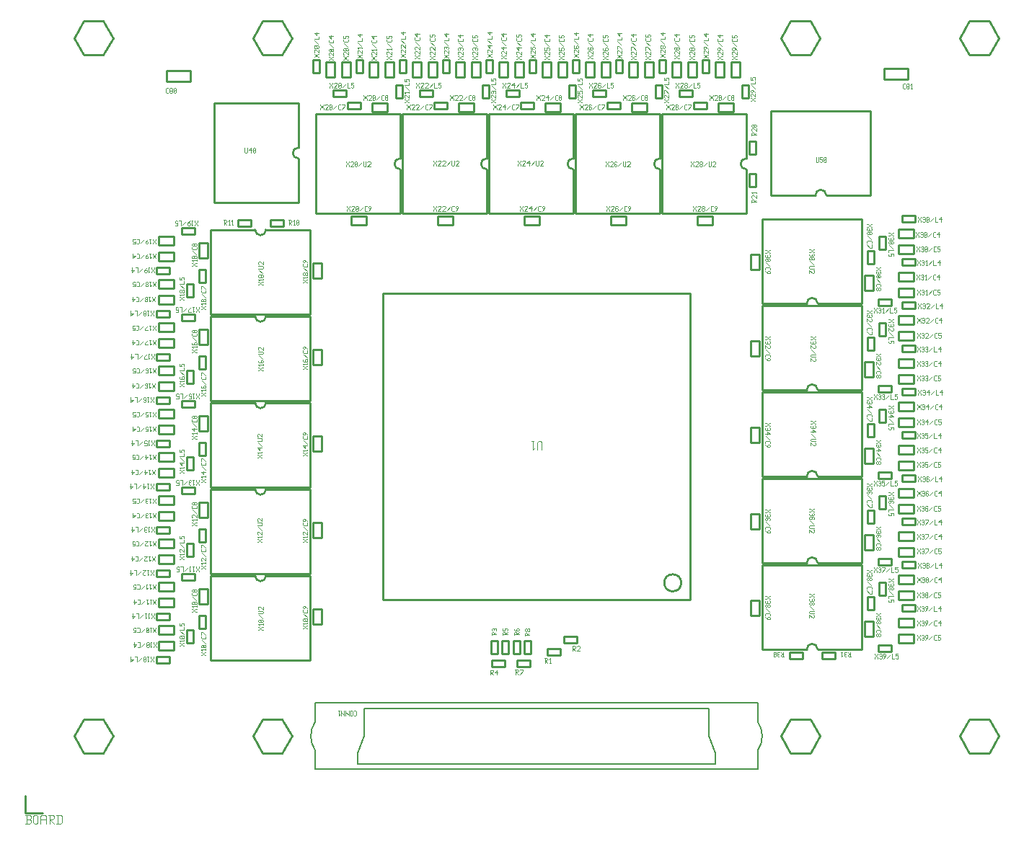
<source format=gbr>
G04 start of page 12 for group -4079 idx -4079 *
G04 Title: HETEPTANA, topsilk *
G04 Creator: pcb 1.99z *
G04 CreationDate: Mo 30 Mär 2015 16:46:13 GMT UTC *
G04 For: stephan *
G04 Format: Gerber/RS-274X *
G04 PCB-Dimensions (mil): 5511.81 4724.41 *
G04 PCB-Coordinate-Origin: lower left *
%MOIN*%
%FSLAX25Y25*%
%LNTOPSILK*%
%ADD167C,0.0040*%
%ADD166C,0.0032*%
%ADD165C,0.0098*%
%ADD164C,0.0080*%
%ADD163C,0.0098*%
%ADD162C,0.0100*%
%ADD161C,0.0098*%
G54D161*X75394Y405512D02*X66339D01*
X66311Y405496D02*X61783Y397654D01*
X75421Y405496D02*X79949Y397654D01*
Y397622D02*X75422Y389780D01*
X75394Y389764D02*X66339D01*
X61783Y397622D02*X66311Y389780D01*
X158071Y405512D02*X149016D01*
X148988Y405496D02*X144460Y397654D01*
Y397622D02*X148988Y389780D01*
X158098Y405496D02*X162626Y397654D01*
Y397622D02*X158098Y389780D01*
X158071Y389764D02*X149016D01*
X75394Y82677D02*X66339D01*
X158071D02*X149016D01*
X148988Y82661D02*X144460Y74819D01*
X158098Y82661D02*X162626Y74819D01*
Y74787D02*X158098Y66945D01*
X158071Y66929D02*X149016D01*
X144460Y74787D02*X148988Y66945D01*
X66311Y82661D02*X61783Y74819D01*
Y74787D02*X66311Y66945D01*
X75421Y82661D02*X79949Y74819D01*
Y74787D02*X75422Y66945D01*
X75394Y66929D02*X66339D01*
X402165Y405512D02*X393110D01*
X393082Y405496D02*X388555Y397654D01*
X402193Y405496D02*X406721Y397654D01*
Y397622D02*X402193Y389780D01*
X402165Y389764D02*X393110D01*
X388555Y397622D02*X393082Y389780D01*
X484843Y405512D02*X475787D01*
X475760Y405496D02*X471232Y397654D01*
Y397622D02*X475760Y389780D01*
X484870Y405496D02*X489398Y397654D01*
Y397622D02*X484870Y389780D01*
X484843Y389764D02*X475787D01*
X402165Y82677D02*X393110D01*
X393082Y82661D02*X388555Y74819D01*
X402193Y82661D02*X406721Y74819D01*
Y74787D02*X402193Y66945D01*
X402165Y66929D02*X393110D01*
X388555Y74787D02*X393082Y66945D01*
X484843Y82677D02*X475787D01*
X475760Y82661D02*X471232Y74819D01*
Y74787D02*X475760Y66945D01*
X484870Y82661D02*X489398Y74819D01*
Y74787D02*X484870Y66945D01*
X484843Y66929D02*X475787D01*
G54D162*X212500Y336941D02*Y316441D01*
Y362441D02*Y341941D01*
X173500Y316441D02*X212500D01*
X173500Y362441D02*Y316441D01*
Y362441D02*X212500D01*
Y341941D02*G75*G03X212500Y336941I0J-2500D01*G01*
X252500D02*Y316441D01*
Y362441D02*Y341941D01*
X213500Y316441D02*X252500D01*
X213500Y362441D02*Y316441D01*
Y362441D02*X252500D01*
Y341941D02*G75*G03X252500Y336941I0J-2500D01*G01*
X250500Y375941D02*Y369941D01*
Y375941D02*X253500D01*
Y369941D01*
X250500D02*X253500D01*
X252250Y387441D02*Y381441D01*
Y387441D02*X255250D01*
Y381441D01*
X252250D02*X255250D01*
G54D163*X245500Y386441D02*Y379441D01*
Y386441D02*X249500D01*
Y379441D01*
X245500D02*X249500D01*
X258250Y386441D02*Y379441D01*
Y386441D02*X262250D01*
Y379441D01*
X258250D02*X262250D01*
X265500Y386441D02*Y379441D01*
Y386441D02*X269500D01*
Y379441D01*
X265500D02*X269500D01*
G54D162*X221500Y373441D02*X227500D01*
Y370441D01*
X221500D02*X227500D01*
X221500Y373441D02*Y370441D01*
X232250Y387441D02*Y381441D01*
Y387441D02*X235250D01*
Y381441D01*
X232250D02*X235250D01*
G54D163*X225500Y386441D02*Y379441D01*
Y386441D02*X229500D01*
Y379441D01*
X225500D02*X229500D01*
G54D162*X228250Y364941D02*X234250D01*
X228250Y367941D02*Y364941D01*
Y367941D02*X234250D01*
Y364941D01*
G54D163*X239500Y363691D02*X246500D01*
X239500Y367691D02*Y363691D01*
Y367691D02*X246500D01*
Y363691D01*
G54D162*X212250Y387441D02*Y381441D01*
Y387441D02*X215250D01*
Y381441D01*
X212250D02*X215250D01*
G54D163*X218250Y386441D02*Y379441D01*
Y386441D02*X222250D01*
Y379441D01*
X218250D02*X222250D01*
X190000Y311191D02*X197000D01*
X190000Y315191D02*Y311191D01*
Y315191D02*X197000D01*
Y311191D01*
X230000D02*X237000D01*
X230000Y315191D02*Y311191D01*
Y315191D02*X237000D01*
Y311191D01*
G54D162*X181500Y373441D02*X187500D01*
Y370441D01*
X181500D02*X187500D01*
X181500Y373441D02*Y370441D01*
X210500Y375941D02*Y369941D01*
Y375941D02*X213500D01*
Y369941D01*
X210500D02*X213500D01*
X192250Y387441D02*Y381441D01*
Y387441D02*X195250D01*
Y381441D01*
X192250D02*X195250D01*
G54D163*X198250Y386441D02*Y379441D01*
Y386441D02*X202250D01*
Y379441D01*
X198250D02*X202250D01*
X205500Y386441D02*Y379441D01*
Y386441D02*X209500D01*
Y379441D01*
X205500D02*X209500D01*
X185500Y386441D02*Y379441D01*
Y386441D02*X189500D01*
Y379441D01*
X185500D02*X189500D01*
G54D162*X188250Y364941D02*X194250D01*
X188250Y367941D02*Y364941D01*
Y367941D02*X194250D01*
Y364941D01*
G54D163*X178250Y386441D02*Y379441D01*
Y386441D02*X182250D01*
Y379441D01*
X178250D02*X182250D01*
X238250Y386441D02*Y379441D01*
Y386441D02*X242250D01*
Y379441D01*
X238250D02*X242250D01*
X199500Y363691D02*X206500D01*
X199500Y367691D02*Y363691D01*
Y367691D02*X206500D01*
Y363691D01*
G54D162*X172250Y387441D02*Y381441D01*
Y387441D02*X175250D01*
Y381441D01*
X172250D02*X175250D01*
X165500Y341941D02*Y321441D01*
Y367441D02*Y346941D01*
X126500Y321441D02*X165500D01*
X126500Y367441D02*Y321441D01*
Y367441D02*X165500D01*
Y346941D02*G75*G03X165500Y341941I0J-2500D01*G01*
X115736Y382421D02*Y377421D01*
X104736Y382421D02*X115736D01*
X104736D02*Y377421D01*
X115736D01*
X150500Y308941D02*X171000D01*
X125000D02*X145500D01*
X171000D02*Y269941D01*
X125000D02*X171000D01*
X125000Y308941D02*Y269941D01*
X145500Y308941D02*G75*G03X150500Y308941I2500J0D01*G01*
X152500Y313441D02*X158500D01*
Y310441D01*
X152500D02*X158500D01*
X152500Y313441D02*Y310441D01*
G54D163*X101000Y294691D02*X108000D01*
X101000Y298691D02*Y294691D01*
Y298691D02*X108000D01*
Y294691D01*
X101000Y301941D02*X108000D01*
X101000Y305941D02*Y301941D01*
Y305941D02*X108000D01*
Y301941D01*
X101000Y274691D02*X108000D01*
X101000Y278691D02*Y274691D01*
Y278691D02*X108000D01*
Y274691D01*
X101000Y281941D02*X108000D01*
X101000Y285941D02*Y281941D01*
Y285941D02*X108000D01*
Y281941D01*
G54D162*X137500Y310441D02*X143500D01*
X137500Y313441D02*Y310441D01*
Y313441D02*X143500D01*
Y310441D01*
G54D163*X123750Y302941D02*Y295941D01*
X119750D02*X123750D01*
X119750Y302941D02*Y295941D01*
Y302941D02*X123750D01*
G54D162*X150500Y188941D02*X171000D01*
X125000D02*X145500D01*
X171000D02*Y149941D01*
X125000D02*X171000D01*
X125000Y188941D02*Y149941D01*
X145500Y188941D02*G75*G03X150500Y188941I2500J0D01*G01*
Y148941D02*X171000D01*
X125000D02*X145500D01*
X171000D02*Y109941D01*
X125000D02*X171000D01*
X125000Y148941D02*Y109941D01*
X145500Y148941D02*G75*G03X150500Y148941I2500J0D01*G01*
X122500Y130691D02*Y124691D01*
X119500D02*X122500D01*
X119500Y130691D02*Y124691D01*
Y130691D02*X122500D01*
X114000Y123941D02*Y117941D01*
Y123941D02*X117000D01*
Y117941D01*
X114000D02*X117000D01*
X111500Y146941D02*X117500D01*
X111500Y149941D02*Y146941D01*
Y149941D02*X117500D01*
Y146941D01*
G54D163*X101000Y141941D02*X108000D01*
X101000Y145941D02*Y141941D01*
Y145941D02*X108000D01*
Y141941D01*
X101000Y134691D02*X108000D01*
X101000Y138691D02*Y134691D01*
Y138691D02*X108000D01*
Y134691D01*
X101000Y174691D02*X108000D01*
X101000Y178691D02*Y174691D01*
Y178691D02*X108000D01*
Y174691D01*
X101000Y181941D02*X108000D01*
X101000Y185941D02*Y181941D01*
Y185941D02*X108000D01*
Y181941D01*
X101000Y154691D02*X108000D01*
X101000Y158691D02*Y154691D01*
Y158691D02*X108000D01*
Y154691D01*
X101000Y161941D02*X108000D01*
X101000Y165941D02*Y161941D01*
Y165941D02*X108000D01*
Y161941D01*
X101000Y114691D02*X108000D01*
X101000Y118691D02*Y114691D01*
Y118691D02*X108000D01*
Y114691D01*
X101000Y121941D02*X108000D01*
X101000Y125941D02*Y121941D01*
Y125941D02*X108000D01*
Y121941D01*
G54D162*X114000Y203941D02*Y197941D01*
Y203941D02*X117000D01*
Y197941D01*
X114000D02*X117000D01*
X100000Y208691D02*X106000D01*
X100000Y211691D02*Y208691D01*
Y211691D02*X106000D01*
Y208691D01*
G54D163*X101000Y194691D02*X108000D01*
X101000Y198691D02*Y194691D01*
Y198691D02*X108000D01*
Y194691D01*
X101000Y201941D02*X108000D01*
X101000Y205941D02*Y201941D01*
Y205941D02*X108000D01*
Y201941D01*
G54D162*X100000Y148691D02*X106000D01*
X100000Y151691D02*Y148691D01*
Y151691D02*X106000D01*
Y148691D01*
X122500Y170691D02*Y164691D01*
X119500D02*X122500D01*
X119500Y170691D02*Y164691D01*
Y170691D02*X122500D01*
X114000Y163941D02*Y157941D01*
Y163941D02*X117000D01*
Y157941D01*
X114000D02*X117000D01*
X100000Y168691D02*X106000D01*
X100000Y171691D02*Y168691D01*
Y171691D02*X106000D01*
Y168691D01*
X100000Y188691D02*X106000D01*
X100000Y191691D02*Y188691D01*
Y191691D02*X106000D01*
Y188691D01*
X111500Y186941D02*X117500D01*
X111500Y189941D02*Y186941D01*
Y189941D02*X117500D01*
Y186941D01*
X100000Y108691D02*X106000D01*
X100000Y111691D02*Y108691D01*
Y111691D02*X106000D01*
Y108691D01*
X100000Y128691D02*X106000D01*
X100000Y131691D02*Y128691D01*
Y131691D02*X106000D01*
Y128691D01*
X150500Y228941D02*X171000D01*
X125000D02*X145500D01*
X171000D02*Y189941D01*
X125000D02*X171000D01*
X125000Y228941D02*Y189941D01*
X145500Y228941D02*G75*G03X150500Y228941I2500J0D01*G01*
Y268941D02*X171000D01*
X125000D02*X145500D01*
X171000D02*Y229941D01*
X125000D02*X171000D01*
X125000Y268941D02*Y229941D01*
X145500Y268941D02*G75*G03X150500Y268941I2500J0D01*G01*
X122500Y250691D02*Y244691D01*
X119500D02*X122500D01*
X119500Y250691D02*Y244691D01*
Y250691D02*X122500D01*
Y210691D02*Y204691D01*
X119500D02*X122500D01*
X119500Y210691D02*Y204691D01*
Y210691D02*X122500D01*
X111500Y226941D02*X117500D01*
X111500Y229941D02*Y226941D01*
Y229941D02*X117500D01*
Y226941D01*
X100000Y228691D02*X106000D01*
X100000Y231691D02*Y228691D01*
Y231691D02*X106000D01*
Y228691D01*
G54D163*X101000Y214691D02*X108000D01*
X101000Y218691D02*Y214691D01*
Y218691D02*X108000D01*
Y214691D01*
X101000Y221941D02*X108000D01*
X101000Y225941D02*Y221941D01*
Y225941D02*X108000D01*
Y221941D01*
G54D162*X114000Y243941D02*Y237941D01*
Y243941D02*X117000D01*
Y237941D01*
X114000D02*X117000D01*
X100000Y248691D02*X106000D01*
X100000Y251691D02*Y248691D01*
Y251691D02*X106000D01*
Y248691D01*
G54D163*X101000Y254691D02*X108000D01*
X101000Y258691D02*Y254691D01*
Y258691D02*X108000D01*
Y254691D01*
G54D162*X111500Y266941D02*X117500D01*
X111500Y269941D02*Y266941D01*
Y269941D02*X117500D01*
Y266941D01*
X100000Y268691D02*X106000D01*
X100000Y271691D02*Y268691D01*
Y271691D02*X106000D01*
Y268691D01*
G54D163*X101000Y261941D02*X108000D01*
X101000Y265941D02*Y261941D01*
Y265941D02*X108000D01*
Y261941D01*
G54D162*X114000Y283941D02*Y277941D01*
Y283941D02*X117000D01*
Y277941D01*
X114000D02*X117000D01*
X100000Y288691D02*X106000D01*
X100000Y291691D02*Y288691D01*
Y291691D02*X106000D01*
Y288691D01*
X122500Y290691D02*Y284691D01*
X119500D02*X122500D01*
X119500Y290691D02*Y284691D01*
Y290691D02*X122500D01*
X111500Y306941D02*X117500D01*
X111500Y309941D02*Y306941D01*
Y309941D02*X117500D01*
Y306941D01*
X380000Y234941D02*X400500D01*
X405500D02*X426000D01*
X380000Y273941D02*Y234941D01*
Y273941D02*X426000D01*
Y234941D01*
X405500D02*G75*G03X400500Y234941I-2500J0D01*G01*
G54D163*X427250Y247941D02*Y240941D01*
Y247941D02*X431250D01*
Y240941D01*
X427250D02*X431250D01*
G54D162*X380000Y274941D02*X400500D01*
X405500D02*X426000D01*
X380000Y313941D02*Y274941D01*
Y313941D02*X426000D01*
Y274941D01*
X405500D02*G75*G03X400500Y274941I-2500J0D01*G01*
X437000Y305941D02*Y299941D01*
X434000D02*X437000D01*
X434000Y305941D02*Y299941D01*
Y305941D02*X437000D01*
X433500Y276941D02*X439500D01*
Y273941D01*
X433500D02*X439500D01*
X433500Y276941D02*Y273941D01*
G54D163*X427250Y287941D02*Y280941D01*
Y287941D02*X431250D01*
Y280941D01*
X427250D02*X431250D01*
G54D162*X444500Y315441D02*X450500D01*
Y312441D01*
X444500D02*X450500D01*
X444500Y315441D02*Y312441D01*
Y295441D02*X450500D01*
Y292441D01*
X444500D02*X450500D01*
X444500Y295441D02*Y292441D01*
X428500Y299191D02*Y293191D01*
Y299191D02*X431500D01*
Y293191D01*
X428500D02*X431500D01*
X380000Y194941D02*X400500D01*
X405500D02*X426000D01*
X380000Y233941D02*Y194941D01*
Y233941D02*X426000D01*
Y194941D01*
X405500D02*G75*G03X400500Y194941I-2500J0D01*G01*
X380000Y154941D02*X400500D01*
X405500D02*X426000D01*
X380000Y193941D02*Y154941D01*
Y193941D02*X426000D01*
Y154941D01*
X405500D02*G75*G03X400500Y154941I-2500J0D01*G01*
G54D163*X427250Y207941D02*Y200941D01*
Y207941D02*X431250D01*
Y200941D01*
X427250D02*X431250D01*
G54D162*X428500Y219191D02*Y213191D01*
Y219191D02*X431500D01*
Y213191D01*
X428500D02*X431500D01*
X437000Y225941D02*Y219941D01*
X434000D02*X437000D01*
X434000Y225941D02*Y219941D01*
Y225941D02*X437000D01*
X444500Y235441D02*X450500D01*
Y232441D01*
X444500D02*X450500D01*
X444500Y235441D02*Y232441D01*
Y215441D02*X450500D01*
Y212441D01*
X444500D02*X450500D01*
X444500Y215441D02*Y212441D01*
Y195441D02*X450500D01*
Y192441D01*
X444500D02*X450500D01*
X444500Y195441D02*Y192441D01*
G54D163*X443000Y189191D02*X450000D01*
Y185191D01*
X443000D02*X450000D01*
X443000Y189191D02*Y185191D01*
Y181941D02*X450000D01*
Y177941D01*
X443000D02*X450000D01*
X443000Y181941D02*Y177941D01*
G54D162*X428500Y259191D02*Y253191D01*
Y259191D02*X431500D01*
Y253191D01*
X428500D02*X431500D01*
X437000Y265941D02*Y259941D01*
X434000D02*X437000D01*
X434000Y265941D02*Y259941D01*
Y265941D02*X437000D01*
X444500Y275441D02*X450500D01*
Y272441D01*
X444500D02*X450500D01*
X444500Y275441D02*Y272441D01*
Y255441D02*X450500D01*
Y252441D01*
X444500D02*X450500D01*
X444500Y255441D02*Y252441D01*
X384000Y324941D02*X404500D01*
X409500D02*X430000D01*
X384000Y363941D02*Y324941D01*
Y363941D02*X430000D01*
Y324941D01*
X409500D02*G75*G03X404500Y324941I-2500J0D01*G01*
X436429Y383406D02*Y378406D01*
X447429D01*
Y383406D01*
X436429D01*
X380000Y114941D02*X400500D01*
X405500D02*X426000D01*
X380000Y153941D02*Y114941D01*
Y153941D02*X426000D01*
Y114941D01*
X405500D02*G75*G03X400500Y114941I-2500J0D01*G01*
X392500Y113441D02*X398500D01*
Y110441D01*
X392500D02*X398500D01*
X392500Y113441D02*Y110441D01*
G54D163*X374750Y137441D02*Y130441D01*
Y137441D02*X378750D01*
Y130441D01*
X374750D02*X378750D01*
G54D162*X444500Y175441D02*X450500D01*
Y172441D01*
X444500D02*X450500D01*
X444500Y175441D02*Y172441D01*
G54D163*X443000Y169191D02*X450000D01*
Y165191D01*
X443000D02*X450000D01*
X443000Y169191D02*Y165191D01*
G54D162*X444500Y155441D02*X450500D01*
Y152441D01*
X444500D02*X450500D01*
X444500Y155441D02*Y152441D01*
G54D163*X443000Y161941D02*X450000D01*
Y157941D01*
X443000D02*X450000D01*
X443000Y161941D02*Y157941D01*
X427250Y167941D02*Y160941D01*
Y167941D02*X431250D01*
Y160941D01*
X427250D02*X431250D01*
G54D162*X433500Y156941D02*X439500D01*
Y153941D01*
X433500D02*X439500D01*
X433500Y156941D02*Y153941D01*
X428500Y139191D02*Y133191D01*
Y139191D02*X431500D01*
Y133191D01*
X428500D02*X431500D01*
X437000Y145941D02*Y139941D01*
X434000D02*X437000D01*
X434000Y145941D02*Y139941D01*
Y145941D02*X437000D01*
X433500Y116941D02*X439500D01*
Y113941D01*
X433500D02*X439500D01*
X433500Y116941D02*Y113941D01*
X444500Y135441D02*X450500D01*
Y132441D01*
X444500D02*X450500D01*
X444500Y135441D02*Y132441D01*
X407500Y110441D02*X413500D01*
X407500Y113441D02*Y110441D01*
Y113441D02*X413500D01*
Y110441D01*
G54D163*X427250Y127941D02*Y120941D01*
Y127941D02*X431250D01*
Y120941D01*
X427250D02*X431250D01*
X443000Y129191D02*X450000D01*
Y125191D01*
X443000D02*X450000D01*
X443000Y129191D02*Y125191D01*
Y149191D02*X450000D01*
Y145191D01*
X443000D02*X450000D01*
X443000Y149191D02*Y145191D01*
Y141941D02*X450000D01*
Y137941D01*
X443000D02*X450000D01*
X443000Y141941D02*Y137941D01*
Y121941D02*X450000D01*
Y117941D01*
X443000D02*X450000D01*
X443000Y121941D02*Y117941D01*
G54D162*X280465Y115083D02*X286465D01*
Y112083D01*
X280465D01*
Y115083D01*
X269957Y118945D02*Y112945D01*
Y118945D02*X272957D01*
Y112945D01*
X269957D02*X272957D01*
X266488Y109768D02*X272488D01*
Y106768D01*
X266488D02*X272488D01*
X266488Y109768D02*Y106768D01*
X264839Y118945D02*Y112945D01*
Y118945D02*X267839D01*
Y112945D01*
X264839D02*X267839D01*
X259720Y118945D02*Y112945D01*
Y118945D02*X262720D01*
Y112945D01*
X259720D02*X262720D01*
X254602Y118945D02*Y112945D01*
Y118945D02*X257602D01*
Y112945D01*
X254602D02*X257602D01*
X255071Y109768D02*X261071D01*
Y106768D01*
X255071D02*X261071D01*
X255071Y109768D02*Y106768D01*
G54D164*X173228Y59449D02*X377953D01*
Y68110D02*Y59449D01*
Y90157D02*Y81496D01*
X173228Y90157D02*X377953D01*
X173228D02*Y81496D01*
Y68110D02*Y59449D01*
X195866Y87598D02*Y74803D01*
X192913Y66929D01*
Y62008D01*
X358268D01*
Y66929D02*Y62008D01*
Y66929D02*X355315Y74803D01*
Y87598D02*Y74803D01*
X195866Y87598D02*X355315D01*
X377785Y68029D02*G75*G03X377785Y81578I-9675J6775D01*G01*
X173396Y81578D02*G75*G03X173396Y68029I9675J-6775D01*G01*
G54D162*X288339Y120988D02*X294339D01*
Y117988D01*
X288339D01*
Y120988D01*
X292500Y336941D02*Y316441D01*
Y362441D02*Y341941D01*
X253500Y316441D02*X292500D01*
X253500Y362441D02*Y316441D01*
Y362441D02*X292500D01*
Y341941D02*G75*G03X292500Y336941I0J-2500D01*G01*
X332500D02*Y316441D01*
Y362441D02*Y341941D01*
X293500Y316441D02*X332500D01*
X293500Y362441D02*Y316441D01*
Y362441D02*X332500D01*
Y341941D02*G75*G03X332500Y336941I0J-2500D01*G01*
G54D163*X310000Y311191D02*X317000D01*
X310000Y315191D02*Y311191D01*
Y315191D02*X317000D01*
Y311191D01*
X319500Y363691D02*X326500D01*
X319500Y367691D02*Y363691D01*
Y367691D02*X326500D01*
Y363691D01*
G54D162*X268250Y364941D02*X274250D01*
X268250Y367941D02*Y364941D01*
Y367941D02*X274250D01*
Y364941D01*
X261500Y373441D02*X267500D01*
Y370441D01*
X261500D02*X267500D01*
X261500Y373441D02*Y370441D01*
G54D163*X279500Y363691D02*X286500D01*
X279500Y367691D02*Y363691D01*
Y367691D02*X286500D01*
Y363691D01*
G54D162*X272250Y387441D02*Y381441D01*
Y387441D02*X275250D01*
Y381441D01*
X272250D02*X275250D01*
X292250Y387441D02*Y381441D01*
Y387441D02*X295250D01*
Y381441D01*
X292250D02*X295250D01*
X290500Y375941D02*Y369941D01*
Y375941D02*X293500D01*
Y369941D01*
X290500D02*X293500D01*
X330500Y375941D02*Y369941D01*
Y375941D02*X333500D01*
Y369941D01*
X330500D02*X333500D01*
X372500Y336941D02*Y316441D01*
Y362441D02*Y341941D01*
X333500Y316441D02*X372500D01*
X333500Y362441D02*Y316441D01*
Y362441D02*X372500D01*
Y341941D02*G75*G03X372500Y336941I0J-2500D01*G01*
X377000Y349941D02*Y343941D01*
X374000D02*X377000D01*
X374000Y349941D02*Y343941D01*
Y349941D02*X377000D01*
X308250Y364941D02*X314250D01*
X308250Y367941D02*Y364941D01*
Y367941D02*X314250D01*
Y364941D01*
X348250D02*X354250D01*
X348250Y367941D02*Y364941D01*
Y367941D02*X354250D01*
Y364941D01*
X301500Y373441D02*X307500D01*
Y370441D01*
X301500D02*X307500D01*
X301500Y373441D02*Y370441D01*
X341500Y373441D02*X347500D01*
Y370441D01*
X341500D02*X347500D01*
X341500Y373441D02*Y370441D01*
G54D163*X359500Y363691D02*X366500D01*
X359500Y367691D02*Y363691D01*
Y367691D02*X366500D01*
Y363691D01*
G54D162*X374000Y334941D02*Y328941D01*
Y334941D02*X377000D01*
Y328941D01*
X374000D02*X377000D01*
G54D163*X350000Y311191D02*X357000D01*
X350000Y315191D02*Y311191D01*
Y315191D02*X357000D01*
Y311191D01*
X270000D02*X277000D01*
X270000Y315191D02*Y311191D01*
Y315191D02*X277000D01*
Y311191D01*
G54D162*X312250Y387441D02*Y381441D01*
Y387441D02*X315250D01*
Y381441D01*
X312250D02*X315250D01*
X332250Y387441D02*Y381441D01*
Y387441D02*X335250D01*
Y381441D01*
X332250D02*X335250D01*
X370500Y375941D02*Y369941D01*
Y375941D02*X373500D01*
Y369941D01*
X370500D02*X373500D01*
X352250Y387441D02*Y381441D01*
Y387441D02*X355250D01*
Y381441D01*
X352250D02*X355250D01*
X433500Y196941D02*X439500D01*
Y193941D01*
X433500D02*X439500D01*
X433500Y196941D02*Y193941D01*
Y236941D02*X439500D01*
Y233941D01*
X433500D02*X439500D01*
X433500Y236941D02*Y233941D01*
X428500Y179191D02*Y173191D01*
Y179191D02*X431500D01*
Y173191D01*
X428500D02*X431500D01*
X437000Y185941D02*Y179941D01*
X434000D02*X437000D01*
X434000Y185941D02*Y179941D01*
Y185941D02*X437000D01*
G54D163*X374750Y217441D02*Y210441D01*
Y217441D02*X378750D01*
Y210441D01*
X374750D02*X378750D01*
X278250Y386441D02*Y379441D01*
Y386441D02*X282250D01*
Y379441D01*
X278250D02*X282250D01*
X285500Y386441D02*Y379441D01*
Y386441D02*X289500D01*
Y379441D01*
X285500D02*X289500D01*
X318250Y386441D02*Y379441D01*
Y386441D02*X322250D01*
Y379441D01*
X318250D02*X322250D01*
X325500Y386441D02*Y379441D01*
Y386441D02*X329500D01*
Y379441D01*
X325500D02*X329500D01*
X298250Y386441D02*Y379441D01*
Y386441D02*X302250D01*
Y379441D01*
X298250D02*X302250D01*
X305500Y386441D02*Y379441D01*
Y386441D02*X309500D01*
Y379441D01*
X305500D02*X309500D01*
X358250Y386441D02*Y379441D01*
Y386441D02*X362250D01*
Y379441D01*
X358250D02*X362250D01*
X365500Y386441D02*Y379441D01*
Y386441D02*X369500D01*
Y379441D01*
X365500D02*X369500D01*
X443000Y289191D02*X450000D01*
Y285191D01*
X443000D02*X450000D01*
X443000Y289191D02*Y285191D01*
Y281941D02*X450000D01*
Y277941D01*
X443000D02*X450000D01*
X443000Y281941D02*Y277941D01*
Y309191D02*X450000D01*
Y305191D01*
X443000D02*X450000D01*
X443000Y309191D02*Y305191D01*
Y301941D02*X450000D01*
Y297941D01*
X443000D02*X450000D01*
X443000Y301941D02*Y297941D01*
Y249191D02*X450000D01*
Y245191D01*
X443000D02*X450000D01*
X443000Y249191D02*Y245191D01*
Y241941D02*X450000D01*
Y237941D01*
X443000D02*X450000D01*
X443000Y241941D02*Y237941D01*
Y269191D02*X450000D01*
Y265191D01*
X443000D02*X450000D01*
X443000Y269191D02*Y265191D01*
Y261941D02*X450000D01*
Y257941D01*
X443000D02*X450000D01*
X443000Y261941D02*Y257941D01*
Y209191D02*X450000D01*
Y205191D01*
X443000D02*X450000D01*
X443000Y209191D02*Y205191D01*
Y201941D02*X450000D01*
Y197941D01*
X443000D02*X450000D01*
X443000Y201941D02*Y197941D01*
Y229191D02*X450000D01*
Y225191D01*
X443000D02*X450000D01*
X443000Y229191D02*Y225191D01*
Y221941D02*X450000D01*
Y217941D01*
X443000D02*X450000D01*
X443000Y221941D02*Y217941D01*
X374750Y297441D02*Y290441D01*
Y297441D02*X378750D01*
Y290441D01*
X374750D02*X378750D01*
X374750Y257441D02*Y250441D01*
Y257441D02*X378750D01*
Y250441D01*
X374750D02*X378750D01*
G54D165*X346457Y279528D02*Y137795D01*
X204724Y279528D02*X346457D01*
X204724D02*Y137795D01*
X346457D01*
G54D161*X342520Y145669D02*G75*G03X342520Y145669I-3937J0D01*G01*
X39370Y39370D02*Y47244D01*
Y39370D02*X47244D01*
G54D163*X123750Y142941D02*Y135941D01*
X119750D02*X123750D01*
X119750Y142941D02*Y135941D01*
Y142941D02*X123750D01*
X176250Y133441D02*Y126441D01*
X172250D02*X176250D01*
X172250Y133441D02*Y126441D01*
Y133441D02*X176250D01*
X123750Y182941D02*Y175941D01*
X119750D02*X123750D01*
X119750Y182941D02*Y175941D01*
Y182941D02*X123750D01*
X176250Y173441D02*Y166441D01*
X172250D02*X176250D01*
X172250Y173441D02*Y166441D01*
Y173441D02*X176250D01*
X123750Y222941D02*Y215941D01*
X119750D02*X123750D01*
X119750Y222941D02*Y215941D01*
Y222941D02*X123750D01*
X176250Y213441D02*Y206441D01*
X172250D02*X176250D01*
X172250Y213441D02*Y206441D01*
Y213441D02*X176250D01*
X123750Y262941D02*Y255941D01*
X119750D02*X123750D01*
X119750Y262941D02*Y255941D01*
Y262941D02*X123750D01*
X176250Y253441D02*Y246441D01*
X172250D02*X176250D01*
X172250Y253441D02*Y246441D01*
Y253441D02*X176250D01*
Y293441D02*Y286441D01*
X172250D02*X176250D01*
X172250Y293441D02*Y286441D01*
Y293441D02*X176250D01*
X338250Y386441D02*Y379441D01*
Y386441D02*X342250D01*
Y379441D01*
X338250D02*X342250D01*
X345500Y386441D02*Y379441D01*
Y386441D02*X349500D01*
Y379441D01*
X345500D02*X349500D01*
X101000Y234691D02*X108000D01*
X101000Y238691D02*Y234691D01*
Y238691D02*X108000D01*
Y234691D01*
X101000Y241941D02*X108000D01*
X101000Y245941D02*Y241941D01*
Y245941D02*X108000D01*
Y241941D01*
X374750Y177441D02*Y170441D01*
Y177441D02*X378750D01*
Y170441D01*
X374750D02*X378750D01*
G54D166*X347000Y340391D02*Y340116D01*
X348375Y338741D01*
Y338191D01*
X347000Y338741D02*Y338191D01*
Y338741D02*X348375Y340116D01*
Y340391D02*Y340116D01*
X349035D02*X349310Y340391D01*
X350135D01*
X350410Y340116D01*
Y339566D01*
X349035Y338191D02*X350410Y339566D01*
X349035Y338191D02*X350410D01*
X351070Y338466D02*X351345Y338191D01*
X351070Y339016D02*Y338466D01*
Y339016D02*X351345Y339291D01*
X351895D01*
X352170Y339016D01*
Y338466D01*
X351895Y338191D02*X352170Y338466D01*
X351345Y338191D02*X351895D01*
X351070Y339566D02*X351345Y339291D01*
X351070Y340116D02*Y339566D01*
Y340116D02*X351345Y340391D01*
X351895D01*
X352170Y340116D01*
Y339566D01*
X351895Y339291D02*X352170Y339566D01*
X352830Y338466D02*X354480Y340116D01*
X355140Y340391D02*Y338466D01*
X355415Y338191D01*
X355965D01*
X356240Y338466D01*
Y340391D02*Y338466D01*
X356900Y340116D02*X357175Y340391D01*
X358000D01*
X358275Y340116D01*
Y339566D01*
X356900Y338191D02*X358275Y339566D01*
X356900Y338191D02*X358275D01*
X307500Y340391D02*Y340116D01*
X308875Y338741D01*
Y338191D01*
X307500Y338741D02*Y338191D01*
Y338741D02*X308875Y340116D01*
Y340391D02*Y340116D01*
X309535D02*X309810Y340391D01*
X310635D01*
X310910Y340116D01*
Y339566D01*
X309535Y338191D02*X310910Y339566D01*
X309535Y338191D02*X310910D01*
X312395Y340391D02*X312670Y340116D01*
X311845Y340391D02*X312395D01*
X311570Y340116D02*X311845Y340391D01*
X311570Y340116D02*Y338466D01*
X311845Y338191D01*
X312395Y339291D02*X312670Y339016D01*
X311570Y339291D02*X312395D01*
X311845Y338191D02*X312395D01*
X312670Y338466D01*
Y339016D02*Y338466D01*
X313330D02*X314980Y340116D01*
X315640Y340391D02*Y338466D01*
X315915Y338191D01*
X316465D01*
X316740Y338466D01*
Y340391D02*Y338466D01*
X317400Y340116D02*X317675Y340391D01*
X318500D01*
X318775Y340116D01*
Y339566D01*
X317400Y338191D02*X318775Y339566D01*
X317400Y338191D02*X318775D01*
X308000Y319891D02*Y319616D01*
X309375Y318241D01*
Y317691D01*
X308000Y318241D02*Y317691D01*
Y318241D02*X309375Y319616D01*
Y319891D02*Y319616D01*
X310035D02*X310310Y319891D01*
X311135D01*
X311410Y319616D01*
Y319066D01*
X310035Y317691D02*X311410Y319066D01*
X310035Y317691D02*X311410D01*
X312895Y319891D02*X313170Y319616D01*
X312345Y319891D02*X312895D01*
X312070Y319616D02*X312345Y319891D01*
X312070Y319616D02*Y317966D01*
X312345Y317691D01*
X312895Y318791D02*X313170Y318516D01*
X312070Y318791D02*X312895D01*
X312345Y317691D02*X312895D01*
X313170Y317966D01*
Y318516D02*Y317966D01*
X313830D02*X315480Y319616D01*
X316415Y317691D02*X317240D01*
X316140Y317966D02*X316415Y317691D01*
X316140Y319616D02*Y317966D01*
Y319616D02*X316415Y319891D01*
X317240D01*
X317900Y317691D02*X319000Y318791D01*
Y319616D02*Y318791D01*
X318725Y319891D02*X319000Y319616D01*
X318175Y319891D02*X318725D01*
X317900Y319616D02*X318175Y319891D01*
X317900Y319616D02*Y319066D01*
X318175Y318791D01*
X319000D01*
X375050Y322541D02*Y321441D01*
Y322541D02*X375325Y322816D01*
X375875D01*
X376150Y322541D02*X375875Y322816D01*
X376150Y322541D02*Y321716D01*
X375050D02*X377250D01*
X376150D02*X377250Y322816D01*
X375325Y323476D02*X375050Y323751D01*
Y324576D02*Y323751D01*
Y324576D02*X375325Y324851D01*
X375875D01*
X377250Y323476D02*X375875Y324851D01*
X377250D02*Y323476D01*
Y326336D02*Y325786D01*
X375050Y326061D02*X377250D01*
X375600Y325511D02*X375050Y326061D01*
X348000Y319891D02*Y319616D01*
X349375Y318241D01*
Y317691D01*
X348000Y318241D02*Y317691D01*
Y318241D02*X349375Y319616D01*
Y319891D02*Y319616D01*
X350035D02*X350310Y319891D01*
X351135D01*
X351410Y319616D01*
Y319066D01*
X350035Y317691D02*X351410Y319066D01*
X350035Y317691D02*X351410D01*
X352070Y317966D02*X352345Y317691D01*
X352070Y318516D02*Y317966D01*
Y318516D02*X352345Y318791D01*
X352895D01*
X353170Y318516D01*
Y317966D01*
X352895Y317691D02*X353170Y317966D01*
X352345Y317691D02*X352895D01*
X352070Y319066D02*X352345Y318791D01*
X352070Y319616D02*Y319066D01*
Y319616D02*X352345Y319891D01*
X352895D01*
X353170Y319616D01*
Y319066D01*
X352895Y318791D02*X353170Y319066D01*
X353830Y317966D02*X355480Y319616D01*
X356415Y317691D02*X357240D01*
X356140Y317966D02*X356415Y317691D01*
X356140Y319616D02*Y317966D01*
Y319616D02*X356415Y319891D01*
X357240D01*
X357900Y317691D02*X359000Y318791D01*
Y319616D02*Y318791D01*
X358725Y319891D02*X359000Y319616D01*
X358175Y319891D02*X358725D01*
X357900Y319616D02*X358175Y319891D01*
X357900Y319616D02*Y319066D01*
X358175Y318791D01*
X359000D01*
X228000Y319891D02*Y319616D01*
X229375Y318241D01*
Y317691D01*
X228000Y318241D02*Y317691D01*
Y318241D02*X229375Y319616D01*
Y319891D02*Y319616D01*
X230035D02*X230310Y319891D01*
X231135D01*
X231410Y319616D01*
Y319066D01*
X230035Y317691D02*X231410Y319066D01*
X230035Y317691D02*X231410D01*
X232070Y319616D02*X232345Y319891D01*
X233170D01*
X233445Y319616D01*
Y319066D01*
X232070Y317691D02*X233445Y319066D01*
X232070Y317691D02*X233445D01*
X234105Y317966D02*X235755Y319616D01*
X236690Y317691D02*X237515D01*
X236415Y317966D02*X236690Y317691D01*
X236415Y319616D02*Y317966D01*
Y319616D02*X236690Y319891D01*
X237515D01*
X238175Y317691D02*X239275Y318791D01*
Y319616D02*Y318791D01*
X239000Y319891D02*X239275Y319616D01*
X238450Y319891D02*X239000D01*
X238175Y319616D02*X238450Y319891D01*
X238175Y319616D02*Y319066D01*
X238450Y318791D01*
X239275D01*
X268000Y319891D02*Y319616D01*
X269375Y318241D01*
Y317691D01*
X268000Y318241D02*Y317691D01*
Y318241D02*X269375Y319616D01*
Y319891D02*Y319616D01*
X270035D02*X270310Y319891D01*
X271135D01*
X271410Y319616D01*
Y319066D01*
X270035Y317691D02*X271410Y319066D01*
X270035Y317691D02*X271410D01*
X272070Y318791D02*X273170Y319891D01*
X272070Y318791D02*X273445D01*
X273170Y319891D02*Y317691D01*
X274105Y317966D02*X275755Y319616D01*
X276690Y317691D02*X277515D01*
X276415Y317966D02*X276690Y317691D01*
X276415Y319616D02*Y317966D01*
Y319616D02*X276690Y319891D01*
X277515D01*
X278175Y317691D02*X279275Y318791D01*
Y319616D02*Y318791D01*
X279000Y319891D02*X279275Y319616D01*
X278450Y319891D02*X279000D01*
X278175Y319616D02*X278450Y319891D01*
X278175Y319616D02*Y319066D01*
X278450Y318791D01*
X279275D01*
X188000Y319891D02*Y319616D01*
X189375Y318241D01*
Y317691D01*
X188000Y318241D02*Y317691D01*
Y318241D02*X189375Y319616D01*
Y319891D02*Y319616D01*
X190035D02*X190310Y319891D01*
X191135D01*
X191410Y319616D01*
Y319066D01*
X190035Y317691D02*X191410Y319066D01*
X190035Y317691D02*X191410D01*
X192070Y317966D02*X192345Y317691D01*
X192070Y319616D02*Y317966D01*
Y319616D02*X192345Y319891D01*
X192895D01*
X193170Y319616D01*
Y317966D01*
X192895Y317691D02*X193170Y317966D01*
X192345Y317691D02*X192895D01*
X192070Y318241D02*X193170Y319341D01*
X193830Y317966D02*X195480Y319616D01*
X196415Y317691D02*X197240D01*
X196140Y317966D02*X196415Y317691D01*
X196140Y319616D02*Y317966D01*
Y319616D02*X196415Y319891D01*
X197240D01*
X197900Y317691D02*X199000Y318791D01*
Y319616D02*Y318791D01*
X198725Y319891D02*X199000Y319616D01*
X198175Y319891D02*X198725D01*
X197900Y319616D02*X198175Y319891D01*
X197900Y319616D02*Y319066D01*
X198175Y318791D01*
X199000D01*
X403675Y299941D02*X403950D01*
X403675D02*X402300Y298566D01*
X401750D02*X402300D01*
X401750Y299941D02*X402300D01*
X403675Y298566D01*
X403950D01*
X403675Y297906D02*X403950Y297631D01*
Y297081D01*
X403675Y296806D01*
X402025D02*X403675D01*
X401750Y297081D02*X402025Y296806D01*
X401750Y297631D02*Y297081D01*
X402025Y297906D02*X401750Y297631D01*
X402850D02*Y296806D01*
X402025Y296146D02*X401750Y295871D01*
X402025Y296146D02*X403675D01*
X403950Y295871D01*
Y295321D01*
X403675Y295046D01*
X402025D02*X403675D01*
X401750Y295321D02*X402025Y295046D01*
X401750Y295871D02*Y295321D01*
X402300Y296146D02*X403400Y295046D01*
X402025Y294386D02*X403675Y292736D01*
X402025Y292076D02*X403950D01*
X402025D02*X401750Y291801D01*
Y291251D01*
X402025Y290976D01*
X403950D01*
X403675Y290316D02*X403950Y290041D01*
Y289216D01*
X403675Y288941D01*
X403125D02*X403675D01*
X401750Y290316D02*X403125Y288941D01*
X401750Y290316D02*Y288941D01*
X404175Y259441D02*X404450D01*
X404175D02*X402800Y258066D01*
X402250D02*X402800D01*
X402250Y259441D02*X402800D01*
X404175Y258066D01*
X404450D01*
X404175Y257406D02*X404450Y257131D01*
Y256581D01*
X404175Y256306D01*
X402525D02*X404175D01*
X402250Y256581D02*X402525Y256306D01*
X402250Y257131D02*Y256581D01*
X402525Y257406D02*X402250Y257131D01*
X403350D02*Y256306D01*
X404175Y255646D02*X404450Y255371D01*
Y254546D01*
X404175Y254271D01*
X403625D02*X404175D01*
X402250Y255646D02*X403625Y254271D01*
X402250Y255646D02*Y254271D01*
X402525Y253611D02*X404175Y251961D01*
X402525Y251301D02*X404450D01*
X402525D02*X402250Y251026D01*
Y250476D01*
X402525Y250201D01*
X404450D01*
X404175Y249541D02*X404450Y249266D01*
Y248441D01*
X404175Y248166D01*
X403625D02*X404175D01*
X402250Y249541D02*X403625Y248166D01*
X402250Y249541D02*Y248166D01*
X404780Y342505D02*Y340580D01*
X405055Y340305D01*
X405605D01*
X405880Y340580D01*
Y342505D02*Y340580D01*
X406540Y342505D02*X407640D01*
X406540D02*Y341405D01*
X406815Y341680D01*
X407365D01*
X407640Y341405D01*
Y340580D01*
X407365Y340305D02*X407640Y340580D01*
X406815Y340305D02*X407365D01*
X406540Y340580D02*X406815Y340305D01*
X408300Y340580D02*X408575Y340305D01*
X408300Y342230D02*Y340580D01*
Y342230D02*X408575Y342505D01*
X409125D01*
X409400Y342230D01*
Y340580D01*
X409125Y340305D02*X409400Y340580D01*
X408575Y340305D02*X409125D01*
X408300Y340855D02*X409400Y341955D01*
X430175Y271691D02*X430450D01*
X430175D02*X428800Y270316D01*
X428250D02*X428800D01*
X428250Y271691D02*X428800D01*
X430175Y270316D01*
X430450D01*
X430175Y269656D02*X430450Y269381D01*
Y268831D01*
X430175Y268556D01*
X428525D02*X430175D01*
X428250Y268831D02*X428525Y268556D01*
X428250Y269381D02*Y268831D01*
X428525Y269656D02*X428250Y269381D01*
X429350D02*Y268556D01*
X430175Y267896D02*X430450Y267621D01*
Y266796D01*
X430175Y266521D01*
X429625D02*X430175D01*
X428250Y267896D02*X429625Y266521D01*
X428250Y267896D02*Y266521D01*
X428525Y265861D02*X430175Y264211D01*
X428250Y263276D02*Y262451D01*
X428525Y263551D02*X428250Y263276D01*
X428525Y263551D02*X430175D01*
X430450Y263276D01*
Y262451D01*
X428250Y261791D02*X429625Y260416D01*
X430450D01*
Y261791D02*Y260416D01*
X440175Y267441D02*X440450D01*
X440175D02*X438800Y266066D01*
X438250D02*X438800D01*
X438250Y267441D02*X438800D01*
X440175Y266066D01*
X440450D01*
X440175Y265406D02*X440450Y265131D01*
Y264581D01*
X440175Y264306D01*
X438525D02*X440175D01*
X438250Y264581D02*X438525Y264306D01*
X438250Y265131D02*Y264581D01*
X438525Y265406D02*X438250Y265131D01*
X439350D02*Y264306D01*
X440175Y263646D02*X440450Y263371D01*
Y262546D01*
X440175Y262271D01*
X439625D02*X440175D01*
X438250Y263646D02*X439625Y262271D01*
X438250Y263646D02*Y262271D01*
X438525Y261611D02*X440175Y259961D01*
X438250Y259301D02*X440450D01*
X438250D02*Y258201D01*
X440450Y257541D02*Y256441D01*
X439350Y257541D02*X440450D01*
X439350D02*X439625Y257266D01*
Y256716D01*
X439350Y256441D01*
X438525D02*X439350D01*
X438250Y256716D02*X438525Y256441D01*
X438250Y257266D02*Y256716D01*
X438525Y257541D02*X438250Y257266D01*
X451500Y254891D02*Y254616D01*
X452875Y253241D01*
Y252691D01*
X451500Y253241D02*Y252691D01*
Y253241D02*X452875Y254616D01*
Y254891D02*Y254616D01*
X453535D02*X453810Y254891D01*
X454360D01*
X454635Y254616D01*
Y252966D01*
X454360Y252691D02*X454635Y252966D01*
X453810Y252691D02*X454360D01*
X453535Y252966D02*X453810Y252691D01*
Y253791D02*X454635D01*
X455295Y254616D02*X455570Y254891D01*
X456120D01*
X456395Y254616D01*
Y252966D01*
X456120Y252691D02*X456395Y252966D01*
X455570Y252691D02*X456120D01*
X455295Y252966D02*X455570Y252691D01*
Y253791D02*X456395D01*
X457055Y252966D02*X458705Y254616D01*
X459365Y254891D02*Y252691D01*
X460465D01*
X461125Y253791D02*X462225Y254891D01*
X461125Y253791D02*X462500D01*
X462225Y254891D02*Y252691D01*
X451500Y248141D02*Y247866D01*
X452875Y246491D01*
Y245941D01*
X451500Y246491D02*Y245941D01*
Y246491D02*X452875Y247866D01*
Y248141D02*Y247866D01*
X453535D02*X453810Y248141D01*
X454360D01*
X454635Y247866D01*
Y246216D01*
X454360Y245941D02*X454635Y246216D01*
X453810Y245941D02*X454360D01*
X453535Y246216D02*X453810Y245941D01*
Y247041D02*X454635D01*
X455295Y247866D02*X455570Y248141D01*
X456120D01*
X456395Y247866D01*
Y246216D01*
X456120Y245941D02*X456395Y246216D01*
X455570Y245941D02*X456120D01*
X455295Y246216D02*X455570Y245941D01*
Y247041D02*X456395D01*
X457055Y246216D02*X458705Y247866D01*
X459640Y245941D02*X460465D01*
X459365Y246216D02*X459640Y245941D01*
X459365Y247866D02*Y246216D01*
Y247866D02*X459640Y248141D01*
X460465D01*
X461125Y247041D02*X462225Y248141D01*
X461125Y247041D02*X462500D01*
X462225Y248141D02*Y245941D01*
X451500Y241391D02*Y241116D01*
X452875Y239741D01*
Y239191D01*
X451500Y239741D02*Y239191D01*
Y239741D02*X452875Y241116D01*
Y241391D02*Y241116D01*
X453535D02*X453810Y241391D01*
X454360D01*
X454635Y241116D01*
Y239466D01*
X454360Y239191D02*X454635Y239466D01*
X453810Y239191D02*X454360D01*
X453535Y239466D02*X453810Y239191D01*
Y240291D02*X454635D01*
X455295Y241116D02*X455570Y241391D01*
X456120D01*
X456395Y241116D01*
Y239466D01*
X456120Y239191D02*X456395Y239466D01*
X455570Y239191D02*X456120D01*
X455295Y239466D02*X455570Y239191D01*
Y240291D02*X456395D01*
X457055Y239466D02*X458705Y241116D01*
X459640Y239191D02*X460465D01*
X459365Y239466D02*X459640Y239191D01*
X459365Y241116D02*Y239466D01*
Y241116D02*X459640Y241391D01*
X460465D01*
X461125D02*X462225D01*
X461125D02*Y240291D01*
X461400Y240566D01*
X461950D01*
X462225Y240291D01*
Y239466D01*
X461950Y239191D02*X462225Y239466D01*
X461400Y239191D02*X461950D01*
X461125Y239466D02*X461400Y239191D01*
X434425Y251691D02*X434700D01*
X434425D02*X433050Y250316D01*
X432500D02*X433050D01*
X432500Y251691D02*X433050D01*
X434425Y250316D01*
X434700D01*
X434425Y249656D02*X434700Y249381D01*
Y248831D01*
X434425Y248556D01*
X432775D02*X434425D01*
X432500Y248831D02*X432775Y248556D01*
X432500Y249381D02*Y248831D01*
X432775Y249656D02*X432500Y249381D01*
X433600D02*Y248556D01*
X434425Y247896D02*X434700Y247621D01*
Y246796D01*
X434425Y246521D01*
X433875D02*X434425D01*
X432500Y247896D02*X433875Y246521D01*
X432500Y247896D02*Y246521D01*
X432775Y245861D02*X434425Y244211D01*
X432500Y243276D02*Y242451D01*
X432775Y243551D02*X432500Y243276D01*
X432775Y243551D02*X434425D01*
X434700Y243276D01*
Y242451D01*
X432775Y241791D02*X432500Y241516D01*
X432775Y241791D02*X433325D01*
X433600Y241516D01*
Y240966D01*
X433325Y240691D01*
X432775D02*X433325D01*
X432500Y240966D02*X432775Y240691D01*
X432500Y241516D02*Y240966D01*
X433875Y241791D02*X433600Y241516D01*
X433875Y241791D02*X434425D01*
X434700Y241516D01*
Y240966D01*
X434425Y240691D01*
X433875D02*X434425D01*
X433600Y240966D02*X433875Y240691D01*
X383175Y299441D02*X383450D01*
X383175D02*X381800Y298066D01*
X381250D02*X381800D01*
X381250Y299441D02*X381800D01*
X383175Y298066D01*
X383450D01*
X383175Y297406D02*X383450Y297131D01*
Y296581D01*
X383175Y296306D01*
X381525D02*X383175D01*
X381250Y296581D02*X381525Y296306D01*
X381250Y297131D02*Y296581D01*
X381525Y297406D02*X381250Y297131D01*
X382350D02*Y296306D01*
X381525Y295646D02*X381250Y295371D01*
X381525Y295646D02*X383175D01*
X383450Y295371D01*
Y294821D01*
X383175Y294546D01*
X381525D02*X383175D01*
X381250Y294821D02*X381525Y294546D01*
X381250Y295371D02*Y294821D01*
X381800Y295646D02*X382900Y294546D01*
X381525Y293886D02*X383175Y292236D01*
X381250Y291301D02*Y290476D01*
X381525Y291576D02*X381250Y291301D01*
X381525Y291576D02*X383175D01*
X383450Y291301D01*
Y290476D01*
X381250Y289816D02*X382350Y288716D01*
X383175D01*
X383450Y288991D02*X383175Y288716D01*
X383450Y289541D02*Y288991D01*
X383175Y289816D02*X383450Y289541D01*
X382625Y289816D02*X383175D01*
X382625D02*X382350Y289541D01*
Y288716D01*
X383175Y259441D02*X383450D01*
X383175D02*X381800Y258066D01*
X381250D02*X381800D01*
X381250Y259441D02*X381800D01*
X383175Y258066D01*
X383450D01*
X383175Y257406D02*X383450Y257131D01*
Y256581D01*
X383175Y256306D01*
X381525D02*X383175D01*
X381250Y256581D02*X381525Y256306D01*
X381250Y257131D02*Y256581D01*
X381525Y257406D02*X381250Y257131D01*
X382350D02*Y256306D01*
X383175Y255646D02*X383450Y255371D01*
Y254546D01*
X383175Y254271D01*
X382625D02*X383175D01*
X381250Y255646D02*X382625Y254271D01*
X381250Y255646D02*Y254271D01*
X381525Y253611D02*X383175Y251961D01*
X381250Y251026D02*Y250201D01*
X381525Y251301D02*X381250Y251026D01*
X381525Y251301D02*X383175D01*
X383450Y251026D01*
Y250201D01*
X381250Y249541D02*X382350Y248441D01*
X383175D01*
X383450Y248716D02*X383175Y248441D01*
X383450Y249266D02*Y248716D01*
X383175Y249541D02*X383450Y249266D01*
X382625Y249541D02*X383175D01*
X382625D02*X382350Y249266D01*
Y248441D01*
X445157Y374219D02*X445982D01*
X444882Y374494D02*X445157Y374219D01*
X444882Y376144D02*Y374494D01*
Y376144D02*X445157Y376419D01*
X445982D01*
X446642Y374494D02*X446917Y374219D01*
X446642Y375044D02*Y374494D01*
Y375044D02*X446917Y375319D01*
X447467D01*
X447742Y375044D01*
Y374494D01*
X447467Y374219D02*X447742Y374494D01*
X446917Y374219D02*X447467D01*
X446642Y375594D02*X446917Y375319D01*
X446642Y376144D02*Y375594D01*
Y376144D02*X446917Y376419D01*
X447467D01*
X447742Y376144D01*
Y375594D01*
X447467Y375319D02*X447742Y375594D01*
X448677Y374219D02*X449227D01*
X448952Y376419D02*Y374219D01*
X448402Y375869D02*X448952Y376419D01*
X430175Y311691D02*X430450D01*
X430175D02*X428800Y310316D01*
X428250D02*X428800D01*
X428250Y311691D02*X428800D01*
X430175Y310316D01*
X430450D01*
X430175Y309656D02*X430450Y309381D01*
Y308831D01*
X430175Y308556D01*
X428525D02*X430175D01*
X428250Y308831D02*X428525Y308556D01*
X428250Y309381D02*Y308831D01*
X428525Y309656D02*X428250Y309381D01*
X429350D02*Y308556D01*
X428525Y307896D02*X428250Y307621D01*
X428525Y307896D02*X430175D01*
X430450Y307621D01*
Y307071D01*
X430175Y306796D01*
X428525D02*X430175D01*
X428250Y307071D02*X428525Y306796D01*
X428250Y307621D02*Y307071D01*
X428800Y307896D02*X429900Y306796D01*
X428525Y306136D02*X430175Y304486D01*
X428250Y303551D02*Y302726D01*
X428525Y303826D02*X428250Y303551D01*
X428525Y303826D02*X430175D01*
X430450Y303551D01*
Y302726D01*
X428250Y302066D02*X429625Y300691D01*
X430450D01*
Y302066D02*Y300691D01*
X440175Y307441D02*X440450D01*
X440175D02*X438800Y306066D01*
X438250D02*X438800D01*
X438250Y307441D02*X438800D01*
X440175Y306066D01*
X440450D01*
X440175Y305406D02*X440450Y305131D01*
Y304581D01*
X440175Y304306D01*
X438525D02*X440175D01*
X438250Y304581D02*X438525Y304306D01*
X438250Y305131D02*Y304581D01*
X438525Y305406D02*X438250Y305131D01*
X439350D02*Y304306D01*
X438525Y303646D02*X438250Y303371D01*
X438525Y303646D02*X440175D01*
X440450Y303371D01*
Y302821D01*
X440175Y302546D01*
X438525D02*X440175D01*
X438250Y302821D02*X438525Y302546D01*
X438250Y303371D02*Y302821D01*
X438800Y303646D02*X439900Y302546D01*
X438525Y301886D02*X440175Y300236D01*
X438250Y299576D02*X440450D01*
X438250D02*Y298476D01*
X440450Y297816D02*Y296716D01*
X439350Y297816D02*X440450D01*
X439350D02*X439625Y297541D01*
Y296991D01*
X439350Y296716D01*
X438525D02*X439350D01*
X438250Y296991D02*X438525Y296716D01*
X438250Y297541D02*Y296991D01*
X438525Y297816D02*X438250Y297541D01*
X451500Y294891D02*Y294616D01*
X452875Y293241D01*
Y292691D01*
X451500Y293241D02*Y292691D01*
Y293241D02*X452875Y294616D01*
Y294891D02*Y294616D01*
X453535D02*X453810Y294891D01*
X454360D01*
X454635Y294616D01*
Y292966D01*
X454360Y292691D02*X454635Y292966D01*
X453810Y292691D02*X454360D01*
X453535Y292966D02*X453810Y292691D01*
Y293791D02*X454635D01*
X455570Y292691D02*X456120D01*
X455845Y294891D02*Y292691D01*
X455295Y294341D02*X455845Y294891D01*
X456780Y292966D02*X458430Y294616D01*
X459090Y294891D02*Y292691D01*
X460190D01*
X460850Y293791D02*X461950Y294891D01*
X460850Y293791D02*X462225D01*
X461950Y294891D02*Y292691D01*
X434425Y291691D02*X434700D01*
X434425D02*X433050Y290316D01*
X432500D02*X433050D01*
X432500Y291691D02*X433050D01*
X434425Y290316D01*
X434700D01*
X434425Y289656D02*X434700Y289381D01*
Y288831D01*
X434425Y288556D01*
X432775D02*X434425D01*
X432500Y288831D02*X432775Y288556D01*
X432500Y289381D02*Y288831D01*
X432775Y289656D02*X432500Y289381D01*
X433600D02*Y288556D01*
X432775Y287896D02*X432500Y287621D01*
X432775Y287896D02*X434425D01*
X434700Y287621D01*
Y287071D01*
X434425Y286796D01*
X432775D02*X434425D01*
X432500Y287071D02*X432775Y286796D01*
X432500Y287621D02*Y287071D01*
X433050Y287896D02*X434150Y286796D01*
X432775Y286136D02*X434425Y284486D01*
X432500Y283551D02*Y282726D01*
X432775Y283826D02*X432500Y283551D01*
X432775Y283826D02*X434425D01*
X434700Y283551D01*
Y282726D01*
X432775Y282066D02*X432500Y281791D01*
X432775Y282066D02*X433325D01*
X433600Y281791D01*
Y281241D01*
X433325Y280966D01*
X432775D02*X433325D01*
X432500Y281241D02*X432775Y280966D01*
X432500Y281791D02*Y281241D01*
X433875Y282066D02*X433600Y281791D01*
X433875Y282066D02*X434425D01*
X434700Y281791D01*
Y281241D01*
X434425Y280966D01*
X433875D02*X434425D01*
X433600Y281241D02*X433875Y280966D01*
X451250Y288141D02*Y287866D01*
X452625Y286491D01*
Y285941D01*
X451250Y286491D02*Y285941D01*
Y286491D02*X452625Y287866D01*
Y288141D02*Y287866D01*
X453285D02*X453560Y288141D01*
X454110D01*
X454385Y287866D01*
Y286216D01*
X454110Y285941D02*X454385Y286216D01*
X453560Y285941D02*X454110D01*
X453285Y286216D02*X453560Y285941D01*
Y287041D02*X454385D01*
X455320Y285941D02*X455870D01*
X455595Y288141D02*Y285941D01*
X455045Y287591D02*X455595Y288141D01*
X456530Y286216D02*X458180Y287866D01*
X459115Y285941D02*X459940D01*
X458840Y286216D02*X459115Y285941D01*
X458840Y287866D02*Y286216D01*
Y287866D02*X459115Y288141D01*
X459940D01*
X460600Y287041D02*X461700Y288141D01*
X460600Y287041D02*X461975D01*
X461700Y288141D02*Y285941D01*
X452000Y314891D02*Y314616D01*
X453375Y313241D01*
Y312691D01*
X452000Y313241D02*Y312691D01*
Y313241D02*X453375Y314616D01*
Y314891D02*Y314616D01*
X454035D02*X454310Y314891D01*
X454860D01*
X455135Y314616D01*
Y312966D01*
X454860Y312691D02*X455135Y312966D01*
X454310Y312691D02*X454860D01*
X454035Y312966D02*X454310Y312691D01*
Y313791D02*X455135D01*
X455795Y312966D02*X456070Y312691D01*
X455795Y314616D02*Y312966D01*
Y314616D02*X456070Y314891D01*
X456620D01*
X456895Y314616D01*
Y312966D01*
X456620Y312691D02*X456895Y312966D01*
X456070Y312691D02*X456620D01*
X455795Y313241D02*X456895Y314341D01*
X457555Y312966D02*X459205Y314616D01*
X459865Y314891D02*Y312691D01*
X460965D01*
X461625Y313791D02*X462725Y314891D01*
X461625Y313791D02*X463000D01*
X462725Y314891D02*Y312691D01*
X451000Y307891D02*Y307616D01*
X452375Y306241D01*
Y305691D01*
X451000Y306241D02*Y305691D01*
Y306241D02*X452375Y307616D01*
Y307891D02*Y307616D01*
X453035D02*X453310Y307891D01*
X453860D01*
X454135Y307616D01*
Y305966D01*
X453860Y305691D02*X454135Y305966D01*
X453310Y305691D02*X453860D01*
X453035Y305966D02*X453310Y305691D01*
Y306791D02*X454135D01*
X454795Y305966D02*X455070Y305691D01*
X454795Y307616D02*Y305966D01*
Y307616D02*X455070Y307891D01*
X455620D01*
X455895Y307616D01*
Y305966D01*
X455620Y305691D02*X455895Y305966D01*
X455070Y305691D02*X455620D01*
X454795Y306241D02*X455895Y307341D01*
X456555Y305966D02*X458205Y307616D01*
X459140Y305691D02*X459965D01*
X458865Y305966D02*X459140Y305691D01*
X458865Y307616D02*Y305966D01*
Y307616D02*X459140Y307891D01*
X459965D01*
X460625Y306791D02*X461725Y307891D01*
X460625Y306791D02*X462000D01*
X461725Y307891D02*Y305691D01*
X451250Y301141D02*Y300866D01*
X452625Y299491D01*
Y298941D01*
X451250Y299491D02*Y298941D01*
Y299491D02*X452625Y300866D01*
Y301141D02*Y300866D01*
X453285D02*X453560Y301141D01*
X454110D01*
X454385Y300866D01*
Y299216D01*
X454110Y298941D02*X454385Y299216D01*
X453560Y298941D02*X454110D01*
X453285Y299216D02*X453560Y298941D01*
Y300041D02*X454385D01*
X455045Y299216D02*X455320Y298941D01*
X455045Y300866D02*Y299216D01*
Y300866D02*X455320Y301141D01*
X455870D01*
X456145Y300866D01*
Y299216D01*
X455870Y298941D02*X456145Y299216D01*
X455320Y298941D02*X455870D01*
X455045Y299491D02*X456145Y300591D01*
X456805Y299216D02*X458455Y300866D01*
X459390Y298941D02*X460215D01*
X459115Y299216D02*X459390Y298941D01*
X459115Y300866D02*Y299216D01*
Y300866D02*X459390Y301141D01*
X460215D01*
X460875D02*X461975D01*
X460875D02*Y300041D01*
X461150Y300316D01*
X461700D01*
X461975Y300041D01*
Y299216D01*
X461700Y298941D02*X461975Y299216D01*
X461150Y298941D02*X461700D01*
X460875Y299216D02*X461150Y298941D01*
X452000Y274891D02*Y274616D01*
X453375Y273241D01*
Y272691D01*
X452000Y273241D02*Y272691D01*
Y273241D02*X453375Y274616D01*
Y274891D02*Y274616D01*
X454035D02*X454310Y274891D01*
X454860D01*
X455135Y274616D01*
Y272966D01*
X454860Y272691D02*X455135Y272966D01*
X454310Y272691D02*X454860D01*
X454035Y272966D02*X454310Y272691D01*
Y273791D02*X455135D01*
X455795Y274616D02*X456070Y274891D01*
X456895D01*
X457170Y274616D01*
Y274066D01*
X455795Y272691D02*X457170Y274066D01*
X455795Y272691D02*X457170D01*
X457830Y272966D02*X459480Y274616D01*
X460140Y274891D02*Y272691D01*
X461240D01*
X461900Y273791D02*X463000Y274891D01*
X461900Y273791D02*X463275D01*
X463000Y274891D02*Y272691D01*
X451750Y268141D02*Y267866D01*
X453125Y266491D01*
Y265941D01*
X451750Y266491D02*Y265941D01*
Y266491D02*X453125Y267866D01*
Y268141D02*Y267866D01*
X453785D02*X454060Y268141D01*
X454610D01*
X454885Y267866D01*
Y266216D01*
X454610Y265941D02*X454885Y266216D01*
X454060Y265941D02*X454610D01*
X453785Y266216D02*X454060Y265941D01*
Y267041D02*X454885D01*
X455545Y267866D02*X455820Y268141D01*
X456645D01*
X456920Y267866D01*
Y267316D01*
X455545Y265941D02*X456920Y267316D01*
X455545Y265941D02*X456920D01*
X457580Y266216D02*X459230Y267866D01*
X460165Y265941D02*X460990D01*
X459890Y266216D02*X460165Y265941D01*
X459890Y267866D02*Y266216D01*
Y267866D02*X460165Y268141D01*
X460990D01*
X461650Y267041D02*X462750Y268141D01*
X461650Y267041D02*X463025D01*
X462750Y268141D02*Y265941D01*
X451500Y261141D02*Y260866D01*
X452875Y259491D01*
Y258941D01*
X451500Y259491D02*Y258941D01*
Y259491D02*X452875Y260866D01*
Y261141D02*Y260866D01*
X453535D02*X453810Y261141D01*
X454360D01*
X454635Y260866D01*
Y259216D01*
X454360Y258941D02*X454635Y259216D01*
X453810Y258941D02*X454360D01*
X453535Y259216D02*X453810Y258941D01*
Y260041D02*X454635D01*
X455295Y260866D02*X455570Y261141D01*
X456395D01*
X456670Y260866D01*
Y260316D01*
X455295Y258941D02*X456670Y260316D01*
X455295Y258941D02*X456670D01*
X457330Y259216D02*X458980Y260866D01*
X459915Y258941D02*X460740D01*
X459640Y259216D02*X459915Y258941D01*
X459640Y260866D02*Y259216D01*
Y260866D02*X459915Y261141D01*
X460740D01*
X461400D02*X462500D01*
X461400D02*Y260041D01*
X461675Y260316D01*
X462225D01*
X462500Y260041D01*
Y259216D01*
X462225Y258941D02*X462500Y259216D01*
X461675Y258941D02*X462225D01*
X461400Y259216D02*X461675Y258941D01*
X451500Y281141D02*Y280866D01*
X452875Y279491D01*
Y278941D01*
X451500Y279491D02*Y278941D01*
Y279491D02*X452875Y280866D01*
Y281141D02*Y280866D01*
X453535D02*X453810Y281141D01*
X454360D01*
X454635Y280866D01*
Y279216D01*
X454360Y278941D02*X454635Y279216D01*
X453810Y278941D02*X454360D01*
X453535Y279216D02*X453810Y278941D01*
Y280041D02*X454635D01*
X455570Y278941D02*X456120D01*
X455845Y281141D02*Y278941D01*
X455295Y280591D02*X455845Y281141D01*
X456780Y279216D02*X458430Y280866D01*
X459365Y278941D02*X460190D01*
X459090Y279216D02*X459365Y278941D01*
X459090Y280866D02*Y279216D01*
Y280866D02*X459365Y281141D01*
X460190D01*
X460850D02*X461950D01*
X460850D02*Y280041D01*
X461125Y280316D01*
X461675D01*
X461950Y280041D01*
Y279216D01*
X461675Y278941D02*X461950Y279216D01*
X461125Y278941D02*X461675D01*
X460850Y279216D02*X461125Y278941D01*
X431500Y272891D02*Y272616D01*
X432875Y271241D01*
Y270691D01*
X431500Y271241D02*Y270691D01*
Y271241D02*X432875Y272616D01*
Y272891D02*Y272616D01*
X433535D02*X433810Y272891D01*
X434360D01*
X434635Y272616D01*
Y270966D01*
X434360Y270691D02*X434635Y270966D01*
X433810Y270691D02*X434360D01*
X433535Y270966D02*X433810Y270691D01*
Y271791D02*X434635D01*
X435570Y270691D02*X436120D01*
X435845Y272891D02*Y270691D01*
X435295Y272341D02*X435845Y272891D01*
X436780Y270966D02*X438430Y272616D01*
X439090Y272891D02*Y270691D01*
X440190D01*
X440850Y272891D02*X441950D01*
X440850D02*Y271791D01*
X441125Y272066D01*
X441675D01*
X441950Y271791D01*
Y270966D01*
X441675Y270691D02*X441950Y270966D01*
X441125Y270691D02*X441675D01*
X440850Y270966D02*X441125Y270691D01*
X140748Y346891D02*Y344966D01*
X141023Y344691D01*
X141573D01*
X141848Y344966D01*
Y346891D02*Y344966D01*
X142508Y345791D02*X143608Y346891D01*
X142508Y345791D02*X143883D01*
X143608Y346891D02*Y344691D01*
X144543Y344966D02*X144818Y344691D01*
X144543Y346616D02*Y344966D01*
Y346616D02*X144818Y346891D01*
X145368D01*
X145643Y346616D01*
Y344966D01*
X145368Y344691D02*X145643Y344966D01*
X144818Y344691D02*X145368D01*
X144543Y345241D02*X145643Y346341D01*
X104606Y372250D02*X105431D01*
X104331Y372525D02*X104606Y372250D01*
X104331Y374175D02*Y372525D01*
Y374175D02*X104606Y374450D01*
X105431D01*
X106091Y372525D02*X106366Y372250D01*
X106091Y373075D02*Y372525D01*
Y373075D02*X106366Y373350D01*
X106916D01*
X107191Y373075D01*
Y372525D01*
X106916Y372250D02*X107191Y372525D01*
X106366Y372250D02*X106916D01*
X106091Y373625D02*X106366Y373350D01*
X106091Y374175D02*Y373625D01*
Y374175D02*X106366Y374450D01*
X106916D01*
X107191Y374175D01*
Y373625D01*
X106916Y373350D02*X107191Y373625D01*
X107851Y372525D02*X108126Y372250D01*
X107851Y374175D02*Y372525D01*
Y374175D02*X108126Y374450D01*
X108676D01*
X108951Y374175D01*
Y372525D01*
X108676Y372250D02*X108951Y372525D01*
X108126Y372250D02*X108676D01*
X107851Y372800D02*X108951Y373900D01*
X99500Y256016D02*Y255741D01*
Y256016D02*X98125Y257391D01*
Y257941D02*Y257391D01*
X99500Y257941D02*Y257391D01*
X98125Y256016D01*
Y255741D01*
X96640Y257941D02*X97190D01*
X96915D02*Y255741D01*
X97465Y256291D02*X96915Y255741D01*
X95980Y257941D02*X94605Y256566D01*
Y255741D01*
X95980D01*
X93945Y257666D02*X92295Y256016D01*
X90535Y257941D02*X91360D01*
X91635Y257666D02*X91360Y257941D01*
X91635Y257666D02*Y256016D01*
X91360Y255741D01*
X90535D02*X91360D01*
X89875Y256841D02*X88775Y255741D01*
X88500Y256841D02*X89875D01*
X88775Y257941D02*Y255741D01*
X99500Y262766D02*Y262491D01*
Y262766D02*X98125Y264141D01*
Y264691D02*Y264141D01*
X99500Y264691D02*Y264141D01*
X98125Y262766D01*
Y262491D01*
X96640Y264691D02*X97190D01*
X96915D02*Y262491D01*
X97465Y263041D02*X96915Y262491D01*
X95980Y264691D02*X94605Y263316D01*
Y262491D01*
X95980D01*
X93945Y264416D02*X92295Y262766D01*
X90535Y264691D02*X91360D01*
X91635Y264416D02*X91360Y264691D01*
X91635Y264416D02*Y262766D01*
X91360Y262491D01*
X90535D02*X91360D01*
X88775D02*X89875D01*
Y263591D02*Y262491D01*
Y263591D02*X89600Y263316D01*
X89050D02*X89600D01*
X89050D02*X88775Y263591D01*
Y264416D02*Y263591D01*
X89050Y264691D02*X88775Y264416D01*
X89050Y264691D02*X89600D01*
X89875Y264416D02*X89600Y264691D01*
X116300Y252191D02*X116575D01*
X117950Y253566D01*
X118500D01*
X117950Y252191D02*X118500D01*
X117950D02*X116575Y253566D01*
X116300D02*X116575D01*
X118500Y255051D02*Y254501D01*
X116300Y254776D02*X118500D01*
X116850Y254226D02*X116300Y254776D01*
Y256536D02*X116575Y256811D01*
X116300Y256536D02*Y255986D01*
X116575Y255711D02*X116300Y255986D01*
X116575Y255711D02*X118225D01*
X118500Y255986D01*
X117400Y256536D02*X117675Y256811D01*
X117400Y256536D02*Y255711D01*
X118500Y256536D02*Y255986D01*
Y256536D02*X118225Y256811D01*
X117675D02*X118225D01*
Y257471D02*X116575Y259121D01*
X118500Y260881D02*Y260056D01*
X118225Y259781D02*X118500Y260056D01*
X116575Y259781D02*X118225D01*
X116575D02*X116300Y260056D01*
Y260881D02*Y260056D01*
X118225Y261541D02*X118500Y261816D01*
X117675Y261541D02*X118225D01*
X117675D02*X117400Y261816D01*
Y262366D02*Y261816D01*
Y262366D02*X117675Y262641D01*
X118225D01*
X118500Y262366D02*X118225Y262641D01*
X118500Y262366D02*Y261816D01*
X117125Y261541D02*X117400Y261816D01*
X116575Y261541D02*X117125D01*
X116575D02*X116300Y261816D01*
Y262366D02*Y261816D01*
Y262366D02*X116575Y262641D01*
X117125D01*
X117400Y262366D02*X117125Y262641D01*
X99500Y296016D02*Y295741D01*
Y296016D02*X98125Y297391D01*
Y297941D02*Y297391D01*
X99500Y297941D02*Y297391D01*
X98125Y296016D01*
Y295741D01*
X96640Y297941D02*X97190D01*
X96915D02*Y295741D01*
X97465Y296291D02*X96915Y295741D01*
X95980Y297941D02*X94880Y296841D01*
Y296016D01*
X95155Y295741D02*X94880Y296016D01*
X95155Y295741D02*X95705D01*
X95980Y296016D02*X95705Y295741D01*
X95980Y296566D02*Y296016D01*
Y296566D02*X95705Y296841D01*
X94880D02*X95705D01*
X94220Y297666D02*X92570Y296016D01*
X90810Y297941D02*X91635D01*
X91910Y297666D02*X91635Y297941D01*
X91910Y297666D02*Y296016D01*
X91635Y295741D01*
X90810D02*X91635D01*
X90150Y296841D02*X89050Y295741D01*
X88775Y296841D02*X90150D01*
X89050Y297941D02*Y295741D01*
X116300Y292191D02*X116575D01*
X117950Y293566D01*
X118500D01*
X117950Y292191D02*X118500D01*
X117950D02*X116575Y293566D01*
X116300D02*X116575D01*
X118500Y295051D02*Y294501D01*
X116300Y294776D02*X118500D01*
X116850Y294226D02*X116300Y294776D01*
X118225Y295711D02*X118500Y295986D01*
X117675Y295711D02*X118225D01*
X117675D02*X117400Y295986D01*
Y296536D02*Y295986D01*
Y296536D02*X117675Y296811D01*
X118225D01*
X118500Y296536D02*X118225Y296811D01*
X118500Y296536D02*Y295986D01*
X117125Y295711D02*X117400Y295986D01*
X116575Y295711D02*X117125D01*
X116575D02*X116300Y295986D01*
Y296536D02*Y295986D01*
Y296536D02*X116575Y296811D01*
X117125D01*
X117400Y296536D02*X117125Y296811D01*
X118225Y297471D02*X116575Y299121D01*
X118500Y300881D02*Y300056D01*
X118225Y299781D02*X118500Y300056D01*
X116575Y299781D02*X118225D01*
X116575D02*X116300Y300056D01*
Y300881D02*Y300056D01*
X118225Y301541D02*X118500Y301816D01*
X117675Y301541D02*X118225D01*
X117675D02*X117400Y301816D01*
Y302366D02*Y301816D01*
Y302366D02*X117675Y302641D01*
X118225D01*
X118500Y302366D02*X118225Y302641D01*
X118500Y302366D02*Y301816D01*
X117125Y301541D02*X117400Y301816D01*
X116575Y301541D02*X117125D01*
X116575D02*X116300Y301816D01*
Y302366D02*Y301816D01*
Y302366D02*X116575Y302641D01*
X117125D01*
X117400Y302366D02*X117125Y302641D01*
X167550Y284441D02*X167825D01*
X169200Y285816D01*
X169750D01*
X169200Y284441D02*X169750D01*
X169200D02*X167825Y285816D01*
X167550D02*X167825D01*
X169750Y287301D02*Y286751D01*
X167550Y287026D02*X169750D01*
X168100Y286476D02*X167550Y287026D01*
X169475Y287961D02*X169750Y288236D01*
X168925Y287961D02*X169475D01*
X168925D02*X168650Y288236D01*
Y288786D02*Y288236D01*
Y288786D02*X168925Y289061D01*
X169475D01*
X169750Y288786D02*X169475Y289061D01*
X169750Y288786D02*Y288236D01*
X168375Y287961D02*X168650Y288236D01*
X167825Y287961D02*X168375D01*
X167825D02*X167550Y288236D01*
Y288786D02*Y288236D01*
Y288786D02*X167825Y289061D01*
X168375D01*
X168650Y288786D02*X168375Y289061D01*
X169475Y289721D02*X167825Y291371D01*
X169750Y293131D02*Y292306D01*
X169475Y292031D02*X169750Y292306D01*
X167825Y292031D02*X169475D01*
X167825D02*X167550Y292306D01*
Y293131D02*Y292306D01*
X169750Y293791D02*X168650Y294891D01*
X167825D02*X168650D01*
X167550Y294616D02*X167825Y294891D01*
X167550Y294616D02*Y294066D01*
X167825Y293791D02*X167550Y294066D01*
X167825Y293791D02*X168375D01*
X168650Y294066D01*
Y294891D02*Y294066D01*
X99500Y302766D02*Y302491D01*
Y302766D02*X98125Y304141D01*
Y304691D02*Y304141D01*
X99500Y304691D02*Y304141D01*
X98125Y302766D01*
Y302491D01*
X96640Y304691D02*X97190D01*
X96915D02*Y302491D01*
X97465Y303041D02*X96915Y302491D01*
X95980Y304691D02*X94880Y303591D01*
Y302766D01*
X95155Y302491D02*X94880Y302766D01*
X95155Y302491D02*X95705D01*
X95980Y302766D02*X95705Y302491D01*
X95980Y303316D02*Y302766D01*
Y303316D02*X95705Y303591D01*
X94880D02*X95705D01*
X94220Y304416D02*X92570Y302766D01*
X90810Y304691D02*X91635D01*
X91910Y304416D02*X91635Y304691D01*
X91910Y304416D02*Y302766D01*
X91635Y302491D01*
X90810D02*X91635D01*
X89050D02*X90150D01*
Y303591D02*Y302491D01*
Y303591D02*X89875Y303316D01*
X89325D02*X89875D01*
X89325D02*X89050Y303591D01*
Y304416D02*Y303591D01*
X89325Y304691D02*X89050Y304416D01*
X89325Y304691D02*X89875D01*
X90150Y304416D02*X89875Y304691D01*
X99250Y276016D02*Y275741D01*
Y276016D02*X97875Y277391D01*
Y277941D02*Y277391D01*
X99250Y277941D02*Y277391D01*
X97875Y276016D01*
Y275741D01*
X96390Y277941D02*X96940D01*
X96665D02*Y275741D01*
X97215Y276291D02*X96665Y275741D01*
X95730Y277666D02*X95455Y277941D01*
X95730Y277666D02*Y277116D01*
X95455Y276841D01*
X94905D02*X95455D01*
X94905D02*X94630Y277116D01*
Y277666D02*Y277116D01*
X94905Y277941D02*X94630Y277666D01*
X94905Y277941D02*X95455D01*
X95730Y276566D02*X95455Y276841D01*
X95730Y276566D02*Y276016D01*
X95455Y275741D01*
X94905D02*X95455D01*
X94905D02*X94630Y276016D01*
Y276566D02*Y276016D01*
X94905Y276841D02*X94630Y276566D01*
X93970Y277666D02*X92320Y276016D01*
X90560Y277941D02*X91385D01*
X91660Y277666D02*X91385Y277941D01*
X91660Y277666D02*Y276016D01*
X91385Y275741D01*
X90560D02*X91385D01*
X89900Y276841D02*X88800Y275741D01*
X88525Y276841D02*X89900D01*
X88800Y277941D02*Y275741D01*
X99500Y283016D02*Y282741D01*
Y283016D02*X98125Y284391D01*
Y284941D02*Y284391D01*
X99500Y284941D02*Y284391D01*
X98125Y283016D01*
Y282741D01*
X96640Y284941D02*X97190D01*
X96915D02*Y282741D01*
X97465Y283291D02*X96915Y282741D01*
X95980Y284666D02*X95705Y284941D01*
X95980Y284666D02*Y284116D01*
X95705Y283841D01*
X95155D02*X95705D01*
X95155D02*X94880Y284116D01*
Y284666D02*Y284116D01*
X95155Y284941D02*X94880Y284666D01*
X95155Y284941D02*X95705D01*
X95980Y283566D02*X95705Y283841D01*
X95980Y283566D02*Y283016D01*
X95705Y282741D01*
X95155D02*X95705D01*
X95155D02*X94880Y283016D01*
Y283566D02*Y283016D01*
X95155Y283841D02*X94880Y283566D01*
X94220Y284666D02*X92570Y283016D01*
X90810Y284941D02*X91635D01*
X91910Y284666D02*X91635Y284941D01*
X91910Y284666D02*Y283016D01*
X91635Y282741D01*
X90810D02*X91635D01*
X89050D02*X90150D01*
Y283841D02*Y282741D01*
Y283841D02*X89875Y283566D01*
X89325D02*X89875D01*
X89325D02*X89050Y283841D01*
Y284666D02*Y283841D01*
X89325Y284941D02*X89050Y284666D01*
X89325Y284941D02*X89875D01*
X90150Y284666D02*X89875Y284941D01*
X167550Y244441D02*X167825D01*
X169200Y245816D01*
X169750D01*
X169200Y244441D02*X169750D01*
X169200D02*X167825Y245816D01*
X167550D02*X167825D01*
X169750Y247301D02*Y246751D01*
X167550Y247026D02*X169750D01*
X168100Y246476D02*X167550Y247026D01*
Y248786D02*X167825Y249061D01*
X167550Y248786D02*Y248236D01*
X167825Y247961D02*X167550Y248236D01*
X167825Y247961D02*X169475D01*
X169750Y248236D01*
X168650Y248786D02*X168925Y249061D01*
X168650Y248786D02*Y247961D01*
X169750Y248786D02*Y248236D01*
Y248786D02*X169475Y249061D01*
X168925D02*X169475D01*
Y249721D02*X167825Y251371D01*
X169750Y253131D02*Y252306D01*
X169475Y252031D02*X169750Y252306D01*
X167825Y252031D02*X169475D01*
X167825D02*X167550Y252306D01*
Y253131D02*Y252306D01*
X169750Y253791D02*X168650Y254891D01*
X167825D02*X168650D01*
X167550Y254616D02*X167825Y254891D01*
X167550Y254616D02*Y254066D01*
X167825Y253791D02*X167550Y254066D01*
X167825Y253791D02*X168375D01*
X168650Y254066D01*
Y254891D02*Y254066D01*
X199300Y387691D02*X199575D01*
X200950Y389066D01*
X201500D01*
X200950Y387691D02*X201500D01*
X200950D02*X199575Y389066D01*
X199300D02*X199575D01*
Y389726D02*X199300Y390001D01*
Y390826D02*Y390001D01*
Y390826D02*X199575Y391101D01*
X200125D01*
X201500Y389726D02*X200125Y391101D01*
X201500D02*Y389726D01*
Y392586D02*Y392036D01*
X199300Y392311D02*X201500D01*
X199850Y391761D02*X199300Y392311D01*
X201225Y393246D02*X199575Y394896D01*
X201500Y396656D02*Y395831D01*
X201225Y395556D02*X201500Y395831D01*
X199575Y395556D02*X201225D01*
X199575D02*X199300Y395831D01*
Y396656D02*Y395831D01*
X200400Y397316D02*X199300Y398416D01*
X200400Y398691D02*Y397316D01*
X199300Y398416D02*X201500D01*
X206300Y387941D02*X206575D01*
X207950Y389316D01*
X208500D01*
X207950Y387941D02*X208500D01*
X207950D02*X206575Y389316D01*
X206300D02*X206575D01*
Y389976D02*X206300Y390251D01*
Y391076D02*Y390251D01*
Y391076D02*X206575Y391351D01*
X207125D01*
X208500Y389976D02*X207125Y391351D01*
X208500D02*Y389976D01*
Y392836D02*Y392286D01*
X206300Y392561D02*X208500D01*
X206850Y392011D02*X206300Y392561D01*
X208225Y393496D02*X206575Y395146D01*
X208500Y396906D02*Y396081D01*
X208225Y395806D02*X208500Y396081D01*
X206575Y395806D02*X208225D01*
X206575D02*X206300Y396081D01*
Y396906D02*Y396081D01*
Y398666D02*Y397566D01*
X207400D01*
X207125Y397841D01*
Y398391D02*Y397841D01*
Y398391D02*X207400Y398666D01*
X208225D01*
X208500Y398391D02*X208225Y398666D01*
X208500Y398391D02*Y397841D01*
X208225Y397566D02*X208500Y397841D01*
X219300Y388191D02*X219575D01*
X220950Y389566D01*
X221500D01*
X220950Y388191D02*X221500D01*
X220950D02*X219575Y389566D01*
X219300D02*X219575D01*
Y390226D02*X219300Y390501D01*
Y391326D02*Y390501D01*
Y391326D02*X219575Y391601D01*
X220125D01*
X221500Y390226D02*X220125Y391601D01*
X221500D02*Y390226D01*
X219575Y392261D02*X219300Y392536D01*
Y393361D02*Y392536D01*
Y393361D02*X219575Y393636D01*
X220125D01*
X221500Y392261D02*X220125Y393636D01*
X221500D02*Y392261D01*
X221225Y394296D02*X219575Y395946D01*
X221500Y397706D02*Y396881D01*
X221225Y396606D02*X221500Y396881D01*
X219575Y396606D02*X221225D01*
X219575D02*X219300Y396881D01*
Y397706D02*Y396881D01*
X220400Y398366D02*X219300Y399466D01*
X220400Y399741D02*Y398366D01*
X219300Y399466D02*X221500D01*
X226300Y387941D02*X226575D01*
X227950Y389316D01*
X228500D01*
X227950Y387941D02*X228500D01*
X227950D02*X226575Y389316D01*
X226300D02*X226575D01*
Y389976D02*X226300Y390251D01*
Y391076D02*Y390251D01*
Y391076D02*X226575Y391351D01*
X227125D01*
X228500Y389976D02*X227125Y391351D01*
X228500D02*Y389976D01*
X226575Y392011D02*X226300Y392286D01*
Y393111D02*Y392286D01*
Y393111D02*X226575Y393386D01*
X227125D01*
X228500Y392011D02*X227125Y393386D01*
X228500D02*Y392011D01*
X228225Y394046D02*X226575Y395696D01*
X228500Y397456D02*Y396631D01*
X228225Y396356D02*X228500Y396631D01*
X226575Y396356D02*X228225D01*
X226575D02*X226300Y396631D01*
Y397456D02*Y396631D01*
Y399216D02*Y398116D01*
X227400D01*
X227125Y398391D01*
Y398941D02*Y398391D01*
Y398941D02*X227400Y399216D01*
X228225D01*
X228500Y398941D02*X228225Y399216D01*
X228500Y398941D02*Y398391D01*
X228225Y398116D02*X228500Y398391D01*
X235750Y371141D02*Y370866D01*
X237125Y369491D01*
Y368941D01*
X235750Y369491D02*Y368941D01*
Y369491D02*X237125Y370866D01*
Y371141D02*Y370866D01*
X237785D02*X238060Y371141D01*
X238885D01*
X239160Y370866D01*
Y370316D01*
X237785Y368941D02*X239160Y370316D01*
X237785Y368941D02*X239160D01*
X239820Y370866D02*X240095Y371141D01*
X240920D01*
X241195Y370866D01*
Y370316D01*
X239820Y368941D02*X241195Y370316D01*
X239820Y368941D02*X241195D01*
X241855Y369216D02*X243505Y370866D01*
X244440Y368941D02*X245265D01*
X244165Y369216D02*X244440Y368941D01*
X244165Y370866D02*Y369216D01*
Y370866D02*X244440Y371141D01*
X245265D01*
X245925Y369216D02*X246200Y368941D01*
X245925Y369766D02*Y369216D01*
Y369766D02*X246200Y370041D01*
X246750D01*
X247025Y369766D01*
Y369216D01*
X246750Y368941D02*X247025Y369216D01*
X246200Y368941D02*X246750D01*
X245925Y370316D02*X246200Y370041D01*
X245925Y370866D02*Y370316D01*
Y370866D02*X246200Y371141D01*
X246750D01*
X247025Y370866D01*
Y370316D01*
X246750Y370041D02*X247025Y370316D01*
X179550Y387441D02*X179825D01*
X181200Y388816D01*
X181750D01*
X181200Y387441D02*X181750D01*
X181200D02*X179825Y388816D01*
X179550D02*X179825D01*
Y389476D02*X179550Y389751D01*
Y390576D02*Y389751D01*
Y390576D02*X179825Y390851D01*
X180375D01*
X181750Y389476D02*X180375Y390851D01*
X181750D02*Y389476D01*
X181475Y391511D02*X181750Y391786D01*
X179825Y391511D02*X181475D01*
X179825D02*X179550Y391786D01*
Y392336D02*Y391786D01*
Y392336D02*X179825Y392611D01*
X181475D01*
X181750Y392336D02*X181475Y392611D01*
X181750Y392336D02*Y391786D01*
X181200Y391511D02*X180100Y392611D01*
X181475Y393271D02*X179825Y394921D01*
X181750Y396681D02*Y395856D01*
X181475Y395581D02*X181750Y395856D01*
X179825Y395581D02*X181475D01*
X179825D02*X179550Y395856D01*
Y396681D02*Y395856D01*
X180650Y397341D02*X179550Y398441D01*
X180650Y398716D02*Y397341D01*
X179550Y398441D02*X181750D01*
X186300Y387691D02*X186575D01*
X187950Y389066D01*
X188500D01*
X187950Y387691D02*X188500D01*
X187950D02*X186575Y389066D01*
X186300D02*X186575D01*
Y389726D02*X186300Y390001D01*
Y390826D02*Y390001D01*
Y390826D02*X186575Y391101D01*
X187125D01*
X188500Y389726D02*X187125Y391101D01*
X188500D02*Y389726D01*
X188225Y391761D02*X188500Y392036D01*
X186575Y391761D02*X188225D01*
X186575D02*X186300Y392036D01*
Y392586D02*Y392036D01*
Y392586D02*X186575Y392861D01*
X188225D01*
X188500Y392586D02*X188225Y392861D01*
X188500Y392586D02*Y392036D01*
X187950Y391761D02*X186850Y392861D01*
X188225Y393521D02*X186575Y395171D01*
X188500Y396931D02*Y396106D01*
X188225Y395831D02*X188500Y396106D01*
X186575Y395831D02*X188225D01*
X186575D02*X186300Y396106D01*
Y396931D02*Y396106D01*
Y398691D02*Y397591D01*
X187400D01*
X187125Y397866D01*
Y398416D02*Y397866D01*
Y398416D02*X187400Y398691D01*
X188225D01*
X188500Y398416D02*X188225Y398691D01*
X188500Y398416D02*Y397866D01*
X188225Y397591D02*X188500Y397866D01*
X239300Y387941D02*X239575D01*
X240950Y389316D01*
X241500D01*
X240950Y387941D02*X241500D01*
X240950D02*X239575Y389316D01*
X239300D02*X239575D01*
Y389976D02*X239300Y390251D01*
Y391076D02*Y390251D01*
Y391076D02*X239575Y391351D01*
X240125D01*
X241500Y389976D02*X240125Y391351D01*
X241500D02*Y389976D01*
X239575Y392011D02*X239300Y392286D01*
Y392836D02*Y392286D01*
Y392836D02*X239575Y393111D01*
X241225D01*
X241500Y392836D02*X241225Y393111D01*
X241500Y392836D02*Y392286D01*
X241225Y392011D02*X241500Y392286D01*
X240400Y393111D02*Y392286D01*
X241225Y393771D02*X239575Y395421D01*
X241500Y397181D02*Y396356D01*
X241225Y396081D02*X241500Y396356D01*
X239575Y396081D02*X241225D01*
X239575D02*X239300Y396356D01*
Y397181D02*Y396356D01*
X240400Y397841D02*X239300Y398941D01*
X240400Y399216D02*Y397841D01*
X239300Y398941D02*X241500D01*
X246050Y387941D02*X246325D01*
X247700Y389316D01*
X248250D01*
X247700Y387941D02*X248250D01*
X247700D02*X246325Y389316D01*
X246050D02*X246325D01*
Y389976D02*X246050Y390251D01*
Y391076D02*Y390251D01*
Y391076D02*X246325Y391351D01*
X246875D01*
X248250Y389976D02*X246875Y391351D01*
X248250D02*Y389976D01*
X246325Y392011D02*X246050Y392286D01*
Y392836D02*Y392286D01*
Y392836D02*X246325Y393111D01*
X247975D01*
X248250Y392836D02*X247975Y393111D01*
X248250Y392836D02*Y392286D01*
X247975Y392011D02*X248250Y392286D01*
X247150Y393111D02*Y392286D01*
X247975Y393771D02*X246325Y395421D01*
X248250Y397181D02*Y396356D01*
X247975Y396081D02*X248250Y396356D01*
X246325Y396081D02*X247975D01*
X246325D02*X246050Y396356D01*
Y397181D02*Y396356D01*
Y398941D02*Y397841D01*
X247150D01*
X246875Y398116D01*
Y398666D02*Y398116D01*
Y398666D02*X247150Y398941D01*
X247975D01*
X248250Y398666D02*X247975Y398941D01*
X248250Y398666D02*Y398116D01*
X247975Y397841D02*X248250Y398116D01*
X259300Y388191D02*X259575D01*
X260950Y389566D01*
X261500D01*
X260950Y388191D02*X261500D01*
X260950D02*X259575Y389566D01*
X259300D02*X259575D01*
Y390226D02*X259300Y390501D01*
Y391326D02*Y390501D01*
Y391326D02*X259575Y391601D01*
X260125D01*
X261500Y390226D02*X260125Y391601D01*
X261500D02*Y390226D01*
X260400Y392261D02*X259300Y393361D01*
X260400Y393636D02*Y392261D01*
X259300Y393361D02*X261500D01*
X261225Y394296D02*X259575Y395946D01*
X261500Y397706D02*Y396881D01*
X261225Y396606D02*X261500Y396881D01*
X259575Y396606D02*X261225D01*
X259575D02*X259300Y396881D01*
Y397706D02*Y396881D01*
X260400Y398366D02*X259300Y399466D01*
X260400Y399741D02*Y398366D01*
X259300Y399466D02*X261500D01*
X266300Y387941D02*X266575D01*
X267950Y389316D01*
X268500D01*
X267950Y387941D02*X268500D01*
X267950D02*X266575Y389316D01*
X266300D02*X266575D01*
Y389976D02*X266300Y390251D01*
Y391076D02*Y390251D01*
Y391076D02*X266575Y391351D01*
X267125D01*
X268500Y389976D02*X267125Y391351D01*
X268500D02*Y389976D01*
X267400Y392011D02*X266300Y393111D01*
X267400Y393386D02*Y392011D01*
X266300Y393111D02*X268500D01*
X268225Y394046D02*X266575Y395696D01*
X268500Y397456D02*Y396631D01*
X268225Y396356D02*X268500Y396631D01*
X266575Y396356D02*X268225D01*
X266575D02*X266300Y396631D01*
Y397456D02*Y396631D01*
Y399216D02*Y398116D01*
X267400D01*
X267125Y398391D01*
Y398941D02*Y398391D01*
Y398941D02*X267400Y399216D01*
X268225D01*
X268500Y398941D02*X268225Y399216D01*
X268500Y398941D02*Y398391D01*
X268225Y398116D02*X268500Y398391D01*
X279300Y387941D02*X279575D01*
X280950Y389316D01*
X281500D01*
X280950Y387941D02*X281500D01*
X280950D02*X279575Y389316D01*
X279300D02*X279575D01*
Y389976D02*X279300Y390251D01*
Y391076D02*Y390251D01*
Y391076D02*X279575Y391351D01*
X280125D01*
X281500Y389976D02*X280125Y391351D01*
X281500D02*Y389976D01*
X279300Y393111D02*Y392011D01*
X280400D01*
X280125Y392286D01*
Y392836D02*Y392286D01*
Y392836D02*X280400Y393111D01*
X281225D01*
X281500Y392836D02*X281225Y393111D01*
X281500Y392836D02*Y392286D01*
X281225Y392011D02*X281500Y392286D01*
X281225Y393771D02*X279575Y395421D01*
X281500Y397181D02*Y396356D01*
X281225Y396081D02*X281500Y396356D01*
X279575Y396081D02*X281225D01*
X279575D02*X279300Y396356D01*
Y397181D02*Y396356D01*
X280400Y397841D02*X279300Y398941D01*
X280400Y399216D02*Y397841D01*
X279300Y398941D02*X281500D01*
X286050Y387941D02*X286325D01*
X287700Y389316D01*
X288250D01*
X287700Y387941D02*X288250D01*
X287700D02*X286325Y389316D01*
X286050D02*X286325D01*
Y389976D02*X286050Y390251D01*
Y391076D02*Y390251D01*
Y391076D02*X286325Y391351D01*
X286875D01*
X288250Y389976D02*X286875Y391351D01*
X288250D02*Y389976D01*
X286050Y393111D02*Y392011D01*
X287150D01*
X286875Y392286D01*
Y392836D02*Y392286D01*
Y392836D02*X287150Y393111D01*
X287975D01*
X288250Y392836D02*X287975Y393111D01*
X288250Y392836D02*Y392286D01*
X287975Y392011D02*X288250Y392286D01*
X287975Y393771D02*X286325Y395421D01*
X288250Y397181D02*Y396356D01*
X287975Y396081D02*X288250Y396356D01*
X286325Y396081D02*X287975D01*
X286325D02*X286050Y396356D01*
Y397181D02*Y396356D01*
Y398941D02*Y397841D01*
X287150D01*
X286875Y398116D01*
Y398666D02*Y398116D01*
Y398666D02*X287150Y398941D01*
X287975D01*
X288250Y398666D02*X287975Y398941D01*
X288250Y398666D02*Y398116D01*
X287975Y397841D02*X288250Y398116D01*
X195750Y371141D02*Y370866D01*
X197125Y369491D01*
Y368941D01*
X195750Y369491D02*Y368941D01*
Y369491D02*X197125Y370866D01*
Y371141D02*Y370866D01*
X197785D02*X198060Y371141D01*
X198885D01*
X199160Y370866D01*
Y370316D01*
X197785Y368941D02*X199160Y370316D01*
X197785Y368941D02*X199160D01*
X199820Y369216D02*X200095Y368941D01*
X199820Y370866D02*Y369216D01*
Y370866D02*X200095Y371141D01*
X200645D01*
X200920Y370866D01*
Y369216D01*
X200645Y368941D02*X200920Y369216D01*
X200095Y368941D02*X200645D01*
X199820Y369491D02*X200920Y370591D01*
X201580Y369216D02*X203230Y370866D01*
X204165Y368941D02*X204990D01*
X203890Y369216D02*X204165Y368941D01*
X203890Y370866D02*Y369216D01*
Y370866D02*X204165Y371141D01*
X204990D01*
X205650Y369216D02*X205925Y368941D01*
X205650Y369766D02*Y369216D01*
Y369766D02*X205925Y370041D01*
X206475D01*
X206750Y369766D01*
Y369216D01*
X206475Y368941D02*X206750Y369216D01*
X205925Y368941D02*X206475D01*
X205650Y370316D02*X205925Y370041D01*
X205650Y370866D02*Y370316D01*
Y370866D02*X205925Y371141D01*
X206475D01*
X206750Y370866D01*
Y370316D01*
X206475Y370041D02*X206750Y370316D01*
X295750Y366891D02*Y366616D01*
X297125Y365241D01*
Y364691D01*
X295750Y365241D02*Y364691D01*
Y365241D02*X297125Y366616D01*
Y366891D02*Y366616D01*
X297785D02*X298060Y366891D01*
X298885D01*
X299160Y366616D01*
Y366066D01*
X297785Y364691D02*X299160Y366066D01*
X297785Y364691D02*X299160D01*
X300645Y366891D02*X300920Y366616D01*
X300095Y366891D02*X300645D01*
X299820Y366616D02*X300095Y366891D01*
X299820Y366616D02*Y364966D01*
X300095Y364691D01*
X300645Y365791D02*X300920Y365516D01*
X299820Y365791D02*X300645D01*
X300095Y364691D02*X300645D01*
X300920Y364966D01*
Y365516D02*Y364966D01*
X301580D02*X303230Y366616D01*
X304165Y364691D02*X304990D01*
X303890Y364966D02*X304165Y364691D01*
X303890Y366616D02*Y364966D01*
Y366616D02*X304165Y366891D01*
X304990D01*
X305650Y364691D02*X307025Y366066D01*
Y366891D02*Y366066D01*
X305650Y366891D02*X307025D01*
X275750Y371141D02*Y370866D01*
X277125Y369491D01*
Y368941D01*
X275750Y369491D02*Y368941D01*
Y369491D02*X277125Y370866D01*
Y371141D02*Y370866D01*
X277785D02*X278060Y371141D01*
X278885D01*
X279160Y370866D01*
Y370316D01*
X277785Y368941D02*X279160Y370316D01*
X277785Y368941D02*X279160D01*
X279820Y370041D02*X280920Y371141D01*
X279820Y370041D02*X281195D01*
X280920Y371141D02*Y368941D01*
X281855Y369216D02*X283505Y370866D01*
X284440Y368941D02*X285265D01*
X284165Y369216D02*X284440Y368941D01*
X284165Y370866D02*Y369216D01*
Y370866D02*X284440Y371141D01*
X285265D01*
X285925Y369216D02*X286200Y368941D01*
X285925Y369766D02*Y369216D01*
Y369766D02*X286200Y370041D01*
X286750D01*
X287025Y369766D01*
Y369216D01*
X286750Y368941D02*X287025Y369216D01*
X286200Y368941D02*X286750D01*
X285925Y370316D02*X286200Y370041D01*
X285925Y370866D02*Y370316D01*
Y370866D02*X286200Y371141D01*
X286750D01*
X287025Y370866D01*
Y370316D01*
X286750Y370041D02*X287025Y370316D01*
X315750Y371141D02*Y370866D01*
X317125Y369491D01*
Y368941D01*
X315750Y369491D02*Y368941D01*
Y369491D02*X317125Y370866D01*
Y371141D02*Y370866D01*
X317785D02*X318060Y371141D01*
X318885D01*
X319160Y370866D01*
Y370316D01*
X317785Y368941D02*X319160Y370316D01*
X317785Y368941D02*X319160D01*
X320645Y371141D02*X320920Y370866D01*
X320095Y371141D02*X320645D01*
X319820Y370866D02*X320095Y371141D01*
X319820Y370866D02*Y369216D01*
X320095Y368941D01*
X320645Y370041D02*X320920Y369766D01*
X319820Y370041D02*X320645D01*
X320095Y368941D02*X320645D01*
X320920Y369216D01*
Y369766D02*Y369216D01*
X321580D02*X323230Y370866D01*
X324165Y368941D02*X324990D01*
X323890Y369216D02*X324165Y368941D01*
X323890Y370866D02*Y369216D01*
Y370866D02*X324165Y371141D01*
X324990D01*
X325650Y369216D02*X325925Y368941D01*
X325650Y369766D02*Y369216D01*
Y369766D02*X325925Y370041D01*
X326475D01*
X326750Y369766D01*
Y369216D01*
X326475Y368941D02*X326750Y369216D01*
X325925Y368941D02*X326475D01*
X325650Y370316D02*X325925Y370041D01*
X325650Y370866D02*Y370316D01*
Y370866D02*X325925Y371141D01*
X326475D01*
X326750Y370866D01*
Y370316D01*
X326475Y370041D02*X326750Y370316D01*
X300000Y376891D02*Y376616D01*
X301375Y375241D01*
Y374691D01*
X300000Y375241D02*Y374691D01*
Y375241D02*X301375Y376616D01*
Y376891D02*Y376616D01*
X302035D02*X302310Y376891D01*
X303135D01*
X303410Y376616D01*
Y376066D01*
X302035Y374691D02*X303410Y376066D01*
X302035Y374691D02*X303410D01*
X304895Y376891D02*X305170Y376616D01*
X304345Y376891D02*X304895D01*
X304070Y376616D02*X304345Y376891D01*
X304070Y376616D02*Y374966D01*
X304345Y374691D01*
X304895Y375791D02*X305170Y375516D01*
X304070Y375791D02*X304895D01*
X304345Y374691D02*X304895D01*
X305170Y374966D01*
Y375516D02*Y374966D01*
X305830D02*X307480Y376616D01*
X308140Y376891D02*Y374691D01*
X309240D01*
X309900Y376891D02*X311000D01*
X309900D02*Y375791D01*
X310175Y376066D01*
X310725D01*
X311000Y375791D01*
Y374966D01*
X310725Y374691D02*X311000Y374966D01*
X310175Y374691D02*X310725D01*
X309900Y374966D02*X310175Y374691D01*
X312800Y388441D02*X313075D01*
X314450Y389816D01*
X315000D01*
X314450Y388441D02*X315000D01*
X314450D02*X313075Y389816D01*
X312800D02*X313075D01*
Y390476D02*X312800Y390751D01*
Y391576D02*Y390751D01*
Y391576D02*X313075Y391851D01*
X313625D01*
X315000Y390476D02*X313625Y391851D01*
X315000D02*Y390476D01*
Y392511D02*X313625Y393886D01*
X312800D02*X313625D01*
X312800D02*Y392511D01*
X314725Y394546D02*X313075Y396196D01*
X312800Y396856D02*X315000D01*
Y397956D02*Y396856D01*
X313900Y398616D02*X312800Y399716D01*
X313900Y399991D02*Y398616D01*
X312800Y399716D02*X315000D01*
X319300Y387941D02*X319575D01*
X320950Y389316D01*
X321500D01*
X320950Y387941D02*X321500D01*
X320950D02*X319575Y389316D01*
X319300D02*X319575D01*
Y389976D02*X319300Y390251D01*
Y391076D02*Y390251D01*
Y391076D02*X319575Y391351D01*
X320125D01*
X321500Y389976D02*X320125Y391351D01*
X321500D02*Y389976D01*
Y392011D02*X320125Y393386D01*
X319300D02*X320125D01*
X319300D02*Y392011D01*
X321225Y394046D02*X319575Y395696D01*
X321500Y397456D02*Y396631D01*
X321225Y396356D02*X321500Y396631D01*
X319575Y396356D02*X321225D01*
X319575D02*X319300Y396631D01*
Y397456D02*Y396631D01*
X320400Y398116D02*X319300Y399216D01*
X320400Y399491D02*Y398116D01*
X319300Y399216D02*X321500D01*
X299300Y388191D02*X299575D01*
X300950Y389566D01*
X301500D01*
X300950Y388191D02*X301500D01*
X300950D02*X299575Y389566D01*
X299300D02*X299575D01*
Y390226D02*X299300Y390501D01*
Y391326D02*Y390501D01*
Y391326D02*X299575Y391601D01*
X300125D01*
X301500Y390226D02*X300125Y391601D01*
X301500D02*Y390226D01*
X299300Y393086D02*X299575Y393361D01*
X299300Y393086D02*Y392536D01*
X299575Y392261D02*X299300Y392536D01*
X299575Y392261D02*X301225D01*
X301500Y392536D01*
X300400Y393086D02*X300675Y393361D01*
X300400Y393086D02*Y392261D01*
X301500Y393086D02*Y392536D01*
Y393086D02*X301225Y393361D01*
X300675D02*X301225D01*
Y394021D02*X299575Y395671D01*
X301500Y397431D02*Y396606D01*
X301225Y396331D02*X301500Y396606D01*
X299575Y396331D02*X301225D01*
X299575D02*X299300Y396606D01*
Y397431D02*Y396606D01*
X300400Y398091D02*X299300Y399191D01*
X300400Y399466D02*Y398091D01*
X299300Y399191D02*X301500D01*
X306300Y387941D02*X306575D01*
X307950Y389316D01*
X308500D01*
X307950Y387941D02*X308500D01*
X307950D02*X306575Y389316D01*
X306300D02*X306575D01*
Y389976D02*X306300Y390251D01*
Y391076D02*Y390251D01*
Y391076D02*X306575Y391351D01*
X307125D01*
X308500Y389976D02*X307125Y391351D01*
X308500D02*Y389976D01*
X306300Y392836D02*X306575Y393111D01*
X306300Y392836D02*Y392286D01*
X306575Y392011D02*X306300Y392286D01*
X306575Y392011D02*X308225D01*
X308500Y392286D01*
X307400Y392836D02*X307675Y393111D01*
X307400Y392836D02*Y392011D01*
X308500Y392836D02*Y392286D01*
Y392836D02*X308225Y393111D01*
X307675D02*X308225D01*
Y393771D02*X306575Y395421D01*
X308500Y397181D02*Y396356D01*
X308225Y396081D02*X308500Y396356D01*
X306575Y396081D02*X308225D01*
X306575D02*X306300Y396356D01*
Y397181D02*Y396356D01*
Y398941D02*Y397841D01*
X307400D01*
X307125Y398116D01*
Y398666D02*Y398116D01*
Y398666D02*X307400Y398941D01*
X308225D01*
X308500Y398666D02*X308225Y398941D01*
X308500Y398666D02*Y398116D01*
X308225Y397841D02*X308500Y398116D01*
X332800Y388941D02*X333075D01*
X334450Y390316D01*
X335000D01*
X334450Y388941D02*X335000D01*
X334450D02*X333075Y390316D01*
X332800D02*X333075D01*
Y390976D02*X332800Y391251D01*
Y392076D02*Y391251D01*
Y392076D02*X333075Y392351D01*
X333625D01*
X335000Y390976D02*X333625Y392351D01*
X335000D02*Y390976D01*
X334725Y393011D02*X335000Y393286D01*
X334175Y393011D02*X334725D01*
X334175D02*X333900Y393286D01*
Y393836D02*Y393286D01*
Y393836D02*X334175Y394111D01*
X334725D01*
X335000Y393836D02*X334725Y394111D01*
X335000Y393836D02*Y393286D01*
X333625Y393011D02*X333900Y393286D01*
X333075Y393011D02*X333625D01*
X333075D02*X332800Y393286D01*
Y393836D02*Y393286D01*
Y393836D02*X333075Y394111D01*
X333625D01*
X333900Y393836D02*X333625Y394111D01*
X334725Y394771D02*X333075Y396421D01*
X332800Y397081D02*X335000D01*
Y398181D02*Y397081D01*
X333900Y398841D02*X332800Y399941D01*
X333900Y400216D02*Y398841D01*
X332800Y399941D02*X335000D01*
X326050Y387941D02*X326325D01*
X327700Y389316D01*
X328250D01*
X327700Y387941D02*X328250D01*
X327700D02*X326325Y389316D01*
X326050D02*X326325D01*
Y389976D02*X326050Y390251D01*
Y391076D02*Y390251D01*
Y391076D02*X326325Y391351D01*
X326875D01*
X328250Y389976D02*X326875Y391351D01*
X328250D02*Y389976D01*
Y392011D02*X326875Y393386D01*
X326050D02*X326875D01*
X326050D02*Y392011D01*
X327975Y394046D02*X326325Y395696D01*
X328250Y397456D02*Y396631D01*
X327975Y396356D02*X328250Y396631D01*
X326325Y396356D02*X327975D01*
X326325D02*X326050Y396631D01*
Y397456D02*Y396631D01*
Y399216D02*Y398116D01*
X327150D01*
X326875Y398391D01*
Y398941D02*Y398391D01*
Y398941D02*X327150Y399216D01*
X327975D01*
X328250Y398941D02*X327975Y399216D01*
X328250Y398941D02*Y398391D01*
X327975Y398116D02*X328250Y398391D01*
X335750Y366891D02*Y366616D01*
X337125Y365241D01*
Y364691D01*
X335750Y365241D02*Y364691D01*
Y365241D02*X337125Y366616D01*
Y366891D02*Y366616D01*
X337785D02*X338060Y366891D01*
X338885D01*
X339160Y366616D01*
Y366066D01*
X337785Y364691D02*X339160Y366066D01*
X337785Y364691D02*X339160D01*
X339820Y364966D02*X340095Y364691D01*
X339820Y365516D02*Y364966D01*
Y365516D02*X340095Y365791D01*
X340645D01*
X340920Y365516D01*
Y364966D01*
X340645Y364691D02*X340920Y364966D01*
X340095Y364691D02*X340645D01*
X339820Y366066D02*X340095Y365791D01*
X339820Y366616D02*Y366066D01*
Y366616D02*X340095Y366891D01*
X340645D01*
X340920Y366616D01*
Y366066D01*
X340645Y365791D02*X340920Y366066D01*
X341580Y364966D02*X343230Y366616D01*
X344165Y364691D02*X344990D01*
X343890Y364966D02*X344165Y364691D01*
X343890Y366616D02*Y364966D01*
Y366616D02*X344165Y366891D01*
X344990D01*
X345650Y364691D02*X347025Y366066D01*
Y366891D02*Y366066D01*
X345650Y366891D02*X347025D01*
X334550Y367941D02*X334825D01*
X336200Y369316D01*
X336750D01*
X336200Y367941D02*X336750D01*
X336200D02*X334825Y369316D01*
X334550D02*X334825D01*
Y369976D02*X334550Y370251D01*
Y371076D02*Y370251D01*
Y371076D02*X334825Y371351D01*
X335375D01*
X336750Y369976D02*X335375Y371351D01*
X336750D02*Y369976D01*
Y372011D02*X335375Y373386D01*
X334550D02*X335375D01*
X334550D02*Y372011D01*
X336475Y374046D02*X334825Y375696D01*
X334550Y376356D02*X336750D01*
Y377456D02*Y376356D01*
X334550Y379216D02*Y378116D01*
X335650D01*
X335375Y378391D01*
Y378941D02*Y378391D01*
Y378941D02*X335650Y379216D01*
X336475D01*
X336750Y378941D02*X336475Y379216D01*
X336750Y378941D02*Y378391D01*
X336475Y378116D02*X336750Y378391D01*
X340000Y376891D02*Y376616D01*
X341375Y375241D01*
Y374691D01*
X340000Y375241D02*Y374691D01*
Y375241D02*X341375Y376616D01*
Y376891D02*Y376616D01*
X342035D02*X342310Y376891D01*
X343135D01*
X343410Y376616D01*
Y376066D01*
X342035Y374691D02*X343410Y376066D01*
X342035Y374691D02*X343410D01*
X344070Y374966D02*X344345Y374691D01*
X344070Y375516D02*Y374966D01*
Y375516D02*X344345Y375791D01*
X344895D01*
X345170Y375516D01*
Y374966D01*
X344895Y374691D02*X345170Y374966D01*
X344345Y374691D02*X344895D01*
X344070Y376066D02*X344345Y375791D01*
X344070Y376616D02*Y376066D01*
Y376616D02*X344345Y376891D01*
X344895D01*
X345170Y376616D01*
Y376066D01*
X344895Y375791D02*X345170Y376066D01*
X345830Y374966D02*X347480Y376616D01*
X348140Y376891D02*Y374691D01*
X349240D01*
X349900Y376891D02*X351000D01*
X349900D02*Y375791D01*
X350175Y376066D01*
X350725D01*
X351000Y375791D01*
Y374966D01*
X350725Y374691D02*X351000Y374966D01*
X350175Y374691D02*X350725D01*
X349900Y374966D02*X350175Y374691D01*
X374550Y368441D02*X374825D01*
X376200Y369816D01*
X376750D01*
X376200Y368441D02*X376750D01*
X376200D02*X374825Y369816D01*
X374550D02*X374825D01*
Y370476D02*X374550Y370751D01*
Y371576D02*Y370751D01*
Y371576D02*X374825Y371851D01*
X375375D01*
X376750Y370476D02*X375375Y371851D01*
X376750D02*Y370476D01*
Y372511D02*X375650Y373611D01*
X374825D02*X375650D01*
X374550Y373336D02*X374825Y373611D01*
X374550Y373336D02*Y372786D01*
X374825Y372511D02*X374550Y372786D01*
X374825Y372511D02*X375375D01*
X375650Y372786D01*
Y373611D02*Y372786D01*
X376475Y374271D02*X374825Y375921D01*
X374550Y376581D02*X376750D01*
Y377681D02*Y376581D01*
X374550Y379441D02*Y378341D01*
X375650D01*
X375375Y378616D01*
Y379166D02*Y378616D01*
Y379166D02*X375650Y379441D01*
X376475D01*
X376750Y379166D02*X376475Y379441D01*
X376750Y379166D02*Y378616D01*
X376475Y378341D02*X376750Y378616D01*
X375050Y353541D02*Y352441D01*
Y353541D02*X375325Y353816D01*
X375875D01*
X376150Y353541D02*X375875Y353816D01*
X376150Y353541D02*Y352716D01*
X375050D02*X377250D01*
X376150D02*X377250Y353816D01*
X375325Y354476D02*X375050Y354751D01*
Y355576D02*Y354751D01*
Y355576D02*X375325Y355851D01*
X375875D01*
X377250Y354476D02*X375875Y355851D01*
X377250D02*Y354476D01*
X376975Y356511D02*X377250Y356786D01*
X375325Y356511D02*X376975D01*
X375325D02*X375050Y356786D01*
Y357336D02*Y356786D01*
Y357336D02*X375325Y357611D01*
X376975D01*
X377250Y357336D02*X376975Y357611D01*
X377250Y357336D02*Y356786D01*
X376700Y356511D02*X375600Y357611D01*
X355750Y371141D02*Y370866D01*
X357125Y369491D01*
Y368941D01*
X355750Y369491D02*Y368941D01*
Y369491D02*X357125Y370866D01*
Y371141D02*Y370866D01*
X357785D02*X358060Y371141D01*
X358885D01*
X359160Y370866D01*
Y370316D01*
X357785Y368941D02*X359160Y370316D01*
X357785Y368941D02*X359160D01*
X359820Y369216D02*X360095Y368941D01*
X359820Y369766D02*Y369216D01*
Y369766D02*X360095Y370041D01*
X360645D01*
X360920Y369766D01*
Y369216D01*
X360645Y368941D02*X360920Y369216D01*
X360095Y368941D02*X360645D01*
X359820Y370316D02*X360095Y370041D01*
X359820Y370866D02*Y370316D01*
Y370866D02*X360095Y371141D01*
X360645D01*
X360920Y370866D01*
Y370316D01*
X360645Y370041D02*X360920Y370316D01*
X361580Y369216D02*X363230Y370866D01*
X364165Y368941D02*X364990D01*
X363890Y369216D02*X364165Y368941D01*
X363890Y370866D02*Y369216D01*
Y370866D02*X364165Y371141D01*
X364990D01*
X365650Y369216D02*X365925Y368941D01*
X365650Y369766D02*Y369216D01*
Y369766D02*X365925Y370041D01*
X366475D01*
X366750Y369766D01*
Y369216D01*
X366475Y368941D02*X366750Y369216D01*
X365925Y368941D02*X366475D01*
X365650Y370316D02*X365925Y370041D01*
X365650Y370866D02*Y370316D01*
Y370866D02*X365925Y371141D01*
X366475D01*
X366750Y370866D01*
Y370316D01*
X366475Y370041D02*X366750Y370316D01*
X352800Y388441D02*X353075D01*
X354450Y389816D01*
X355000D01*
X354450Y388441D02*X355000D01*
X354450D02*X353075Y389816D01*
X352800D02*X353075D01*
Y390476D02*X352800Y390751D01*
Y391576D02*Y390751D01*
Y391576D02*X353075Y391851D01*
X353625D01*
X355000Y390476D02*X353625Y391851D01*
X355000D02*Y390476D01*
Y392511D02*X353900Y393611D01*
X353075D02*X353900D01*
X352800Y393336D02*X353075Y393611D01*
X352800Y393336D02*Y392786D01*
X353075Y392511D02*X352800Y392786D01*
X353075Y392511D02*X353625D01*
X353900Y392786D01*
Y393611D02*Y392786D01*
X354725Y394271D02*X353075Y395921D01*
X352800Y396581D02*X355000D01*
Y397681D02*Y396581D01*
X353900Y398341D02*X352800Y399441D01*
X353900Y399716D02*Y398341D01*
X352800Y399441D02*X355000D01*
X359300Y387941D02*X359575D01*
X360950Y389316D01*
X361500D01*
X360950Y387941D02*X361500D01*
X360950D02*X359575Y389316D01*
X359300D02*X359575D01*
Y389976D02*X359300Y390251D01*
Y391076D02*Y390251D01*
Y391076D02*X359575Y391351D01*
X360125D01*
X361500Y389976D02*X360125Y391351D01*
X361500D02*Y389976D01*
Y392011D02*X360400Y393111D01*
X359575D02*X360400D01*
X359300Y392836D02*X359575Y393111D01*
X359300Y392836D02*Y392286D01*
X359575Y392011D02*X359300Y392286D01*
X359575Y392011D02*X360125D01*
X360400Y392286D01*
Y393111D02*Y392286D01*
X361225Y393771D02*X359575Y395421D01*
X361500Y397181D02*Y396356D01*
X361225Y396081D02*X361500Y396356D01*
X359575Y396081D02*X361225D01*
X359575D02*X359300Y396356D01*
Y397181D02*Y396356D01*
X360400Y397841D02*X359300Y398941D01*
X360400Y399216D02*Y397841D01*
X359300Y398941D02*X361500D01*
X366050Y387941D02*X366325D01*
X367700Y389316D01*
X368250D01*
X367700Y387941D02*X368250D01*
X367700D02*X366325Y389316D01*
X366050D02*X366325D01*
Y389976D02*X366050Y390251D01*
Y391076D02*Y390251D01*
Y391076D02*X366325Y391351D01*
X366875D01*
X368250Y389976D02*X366875Y391351D01*
X368250D02*Y389976D01*
Y392011D02*X367150Y393111D01*
X366325D02*X367150D01*
X366050Y392836D02*X366325Y393111D01*
X366050Y392836D02*Y392286D01*
X366325Y392011D02*X366050Y392286D01*
X366325Y392011D02*X366875D01*
X367150Y392286D01*
Y393111D02*Y392286D01*
X367975Y393771D02*X366325Y395421D01*
X368250Y397181D02*Y396356D01*
X367975Y396081D02*X368250Y396356D01*
X366325Y396081D02*X367975D01*
X366325D02*X366050Y396356D01*
Y397181D02*Y396356D01*
Y398941D02*Y397841D01*
X367150D01*
X366875Y398116D01*
Y398666D02*Y398116D01*
Y398666D02*X367150Y398941D01*
X367975D01*
X368250Y398666D02*X367975Y398941D01*
X368250Y398666D02*Y398116D01*
X367975Y397841D02*X368250Y398116D01*
X339300Y388191D02*X339575D01*
X340950Y389566D01*
X341500D01*
X340950Y388191D02*X341500D01*
X340950D02*X339575Y389566D01*
X339300D02*X339575D01*
Y390226D02*X339300Y390501D01*
Y391326D02*Y390501D01*
Y391326D02*X339575Y391601D01*
X340125D01*
X341500Y390226D02*X340125Y391601D01*
X341500D02*Y390226D01*
X341225Y392261D02*X341500Y392536D01*
X340675Y392261D02*X341225D01*
X340675D02*X340400Y392536D01*
Y393086D02*Y392536D01*
Y393086D02*X340675Y393361D01*
X341225D01*
X341500Y393086D02*X341225Y393361D01*
X341500Y393086D02*Y392536D01*
X340125Y392261D02*X340400Y392536D01*
X339575Y392261D02*X340125D01*
X339575D02*X339300Y392536D01*
Y393086D02*Y392536D01*
Y393086D02*X339575Y393361D01*
X340125D01*
X340400Y393086D02*X340125Y393361D01*
X341225Y394021D02*X339575Y395671D01*
X341500Y397431D02*Y396606D01*
X341225Y396331D02*X341500Y396606D01*
X339575Y396331D02*X341225D01*
X339575D02*X339300Y396606D01*
Y397431D02*Y396606D01*
X340400Y398091D02*X339300Y399191D01*
X340400Y399466D02*Y398091D01*
X339300Y399191D02*X341500D01*
X346300Y387941D02*X346575D01*
X347950Y389316D01*
X348500D01*
X347950Y387941D02*X348500D01*
X347950D02*X346575Y389316D01*
X346300D02*X346575D01*
Y389976D02*X346300Y390251D01*
Y391076D02*Y390251D01*
Y391076D02*X346575Y391351D01*
X347125D01*
X348500Y389976D02*X347125Y391351D01*
X348500D02*Y389976D01*
X348225Y392011D02*X348500Y392286D01*
X347675Y392011D02*X348225D01*
X347675D02*X347400Y392286D01*
Y392836D02*Y392286D01*
Y392836D02*X347675Y393111D01*
X348225D01*
X348500Y392836D02*X348225Y393111D01*
X348500Y392836D02*Y392286D01*
X347125Y392011D02*X347400Y392286D01*
X346575Y392011D02*X347125D01*
X346575D02*X346300Y392286D01*
Y392836D02*Y392286D01*
Y392836D02*X346575Y393111D01*
X347125D01*
X347400Y392836D02*X347125Y393111D01*
X348225Y393771D02*X346575Y395421D01*
X348500Y397181D02*Y396356D01*
X348225Y396081D02*X348500Y396356D01*
X346575Y396081D02*X348225D01*
X346575D02*X346300Y396356D01*
Y397181D02*Y396356D01*
Y398941D02*Y397841D01*
X347400D01*
X347125Y398116D01*
Y398666D02*Y398116D01*
Y398666D02*X347400Y398941D01*
X348225D01*
X348500Y398666D02*X348225Y398941D01*
X348500Y398666D02*Y398116D01*
X348225Y397841D02*X348500Y398116D01*
X187500Y340391D02*Y340116D01*
X188875Y338741D01*
Y338191D01*
X187500Y338741D02*Y338191D01*
Y338741D02*X188875Y340116D01*
Y340391D02*Y340116D01*
X189535D02*X189810Y340391D01*
X190635D01*
X190910Y340116D01*
Y339566D01*
X189535Y338191D02*X190910Y339566D01*
X189535Y338191D02*X190910D01*
X191570Y338466D02*X191845Y338191D01*
X191570Y340116D02*Y338466D01*
Y340116D02*X191845Y340391D01*
X192395D01*
X192670Y340116D01*
Y338466D01*
X192395Y338191D02*X192670Y338466D01*
X191845Y338191D02*X192395D01*
X191570Y338741D02*X192670Y339841D01*
X193330Y338466D02*X194980Y340116D01*
X195640Y340391D02*Y338466D01*
X195915Y338191D01*
X196465D01*
X196740Y338466D01*
Y340391D02*Y338466D01*
X197400Y340116D02*X197675Y340391D01*
X198500D01*
X198775Y340116D01*
Y339566D01*
X197400Y338191D02*X198775Y339566D01*
X197400Y338191D02*X198775D01*
X228000Y340891D02*Y340616D01*
X229375Y339241D01*
Y338691D01*
X228000Y339241D02*Y338691D01*
Y339241D02*X229375Y340616D01*
Y340891D02*Y340616D01*
X230035D02*X230310Y340891D01*
X231135D01*
X231410Y340616D01*
Y340066D01*
X230035Y338691D02*X231410Y340066D01*
X230035Y338691D02*X231410D01*
X232070Y340616D02*X232345Y340891D01*
X233170D01*
X233445Y340616D01*
Y340066D01*
X232070Y338691D02*X233445Y340066D01*
X232070Y338691D02*X233445D01*
X234105Y338966D02*X235755Y340616D01*
X236415Y340891D02*Y338966D01*
X236690Y338691D01*
X237240D01*
X237515Y338966D01*
Y340891D02*Y338966D01*
X238175Y340616D02*X238450Y340891D01*
X239275D01*
X239550Y340616D01*
Y340066D01*
X238175Y338691D02*X239550Y340066D01*
X238175Y338691D02*X239550D01*
X147050Y283441D02*X147325D01*
X148700Y284816D01*
X149250D01*
X148700Y283441D02*X149250D01*
X148700D02*X147325Y284816D01*
X147050D02*X147325D01*
X149250Y286301D02*Y285751D01*
X147050Y286026D02*X149250D01*
X147600Y285476D02*X147050Y286026D01*
X148975Y286961D02*X149250Y287236D01*
X148425Y286961D02*X148975D01*
X148425D02*X148150Y287236D01*
Y287786D02*Y287236D01*
Y287786D02*X148425Y288061D01*
X148975D01*
X149250Y287786D02*X148975Y288061D01*
X149250Y287786D02*Y287236D01*
X147875Y286961D02*X148150Y287236D01*
X147325Y286961D02*X147875D01*
X147325D02*X147050Y287236D01*
Y287786D02*Y287236D01*
Y287786D02*X147325Y288061D01*
X147875D01*
X148150Y287786D02*X147875Y288061D01*
X148975Y288721D02*X147325Y290371D01*
X147050Y291031D02*X148975D01*
X149250Y291306D01*
Y291856D02*Y291306D01*
Y291856D02*X148975Y292131D01*
X147050D02*X148975D01*
X147325Y292791D02*X147050Y293066D01*
Y293891D02*Y293066D01*
Y293891D02*X147325Y294166D01*
X147875D01*
X149250Y292791D02*X147875Y294166D01*
X149250D02*Y292791D01*
X161000Y313391D02*X162100D01*
X162375Y313116D01*
Y312566D01*
X162100Y312291D02*X162375Y312566D01*
X161275Y312291D02*X162100D01*
X161275Y313391D02*Y311191D01*
Y312291D02*X162375Y311191D01*
X163310D02*X163860D01*
X163585Y313391D02*Y311191D01*
X163035Y312841D02*X163585Y313391D01*
X164520Y311466D02*X164795Y311191D01*
X164520Y313116D02*Y311466D01*
Y313116D02*X164795Y313391D01*
X165345D01*
X165620Y313116D01*
Y311466D01*
X165345Y311191D02*X165620Y311466D01*
X164795Y311191D02*X165345D01*
X164520Y311741D02*X165620Y312841D01*
X175750Y366891D02*Y366616D01*
X177125Y365241D01*
Y364691D01*
X175750Y365241D02*Y364691D01*
Y365241D02*X177125Y366616D01*
Y366891D02*Y366616D01*
X177785D02*X178060Y366891D01*
X178885D01*
X179160Y366616D01*
Y366066D01*
X177785Y364691D02*X179160Y366066D01*
X177785Y364691D02*X179160D01*
X179820Y364966D02*X180095Y364691D01*
X179820Y366616D02*Y364966D01*
Y366616D02*X180095Y366891D01*
X180645D01*
X180920Y366616D01*
Y364966D01*
X180645Y364691D02*X180920Y364966D01*
X180095Y364691D02*X180645D01*
X179820Y365241D02*X180920Y366341D01*
X181580Y364966D02*X183230Y366616D01*
X184165Y364691D02*X184990D01*
X183890Y364966D02*X184165Y364691D01*
X183890Y366616D02*Y364966D01*
Y366616D02*X184165Y366891D01*
X184990D01*
X185650Y364691D02*X187025Y366066D01*
Y366891D02*Y366066D01*
X185650Y366891D02*X187025D01*
X212800Y388941D02*X213075D01*
X214450Y390316D01*
X215000D01*
X214450Y388941D02*X215000D01*
X214450D02*X213075Y390316D01*
X212800D02*X213075D01*
Y390976D02*X212800Y391251D01*
Y392076D02*Y391251D01*
Y392076D02*X213075Y392351D01*
X213625D01*
X215000Y390976D02*X213625Y392351D01*
X215000D02*Y390976D01*
X213075Y393011D02*X212800Y393286D01*
Y394111D02*Y393286D01*
Y394111D02*X213075Y394386D01*
X213625D01*
X215000Y393011D02*X213625Y394386D01*
X215000D02*Y393011D01*
X214725Y395046D02*X213075Y396696D01*
X212800Y397356D02*X215000D01*
Y398456D02*Y397356D01*
X213900Y399116D02*X212800Y400216D01*
X213900Y400491D02*Y399116D01*
X212800Y400216D02*X215000D01*
X220000Y376891D02*Y376616D01*
X221375Y375241D01*
Y374691D01*
X220000Y375241D02*Y374691D01*
Y375241D02*X221375Y376616D01*
Y376891D02*Y376616D01*
X222035D02*X222310Y376891D01*
X223135D01*
X223410Y376616D01*
Y376066D01*
X222035Y374691D02*X223410Y376066D01*
X222035Y374691D02*X223410D01*
X224070Y376616D02*X224345Y376891D01*
X225170D01*
X225445Y376616D01*
Y376066D01*
X224070Y374691D02*X225445Y376066D01*
X224070Y374691D02*X225445D01*
X226105Y374966D02*X227755Y376616D01*
X228415Y376891D02*Y374691D01*
X229515D01*
X230175Y376891D02*X231275D01*
X230175D02*Y375791D01*
X230450Y376066D01*
X231000D01*
X231275Y375791D01*
Y374966D01*
X231000Y374691D02*X231275Y374966D01*
X230450Y374691D02*X231000D01*
X230175Y374966D02*X230450Y374691D01*
X215750Y366891D02*Y366616D01*
X217125Y365241D01*
Y364691D01*
X215750Y365241D02*Y364691D01*
Y365241D02*X217125Y366616D01*
Y366891D02*Y366616D01*
X217785D02*X218060Y366891D01*
X218885D01*
X219160Y366616D01*
Y366066D01*
X217785Y364691D02*X219160Y366066D01*
X217785Y364691D02*X219160D01*
X219820Y366616D02*X220095Y366891D01*
X220920D01*
X221195Y366616D01*
Y366066D01*
X219820Y364691D02*X221195Y366066D01*
X219820Y364691D02*X221195D01*
X221855Y364966D02*X223505Y366616D01*
X224440Y364691D02*X225265D01*
X224165Y364966D02*X224440Y364691D01*
X224165Y366616D02*Y364966D01*
Y366616D02*X224440Y366891D01*
X225265D01*
X225925Y364691D02*X227300Y366066D01*
Y366891D02*Y366066D01*
X225925Y366891D02*X227300D01*
X214550Y367941D02*X214825D01*
X216200Y369316D01*
X216750D01*
X216200Y367941D02*X216750D01*
X216200D02*X214825Y369316D01*
X214550D02*X214825D01*
Y369976D02*X214550Y370251D01*
Y371076D02*Y370251D01*
Y371076D02*X214825Y371351D01*
X215375D01*
X216750Y369976D02*X215375Y371351D01*
X216750D02*Y369976D01*
Y372836D02*Y372286D01*
X214550Y372561D02*X216750D01*
X215100Y372011D02*X214550Y372561D01*
X216475Y373496D02*X214825Y375146D01*
X214550Y375806D02*X216750D01*
Y376906D02*Y375806D01*
X214550Y378666D02*Y377566D01*
X215650D01*
X215375Y377841D01*
Y378391D02*Y377841D01*
Y378391D02*X215650Y378666D01*
X216475D01*
X216750Y378391D02*X216475Y378666D01*
X216750Y378391D02*Y377841D01*
X216475Y377566D02*X216750Y377841D01*
X232800Y388441D02*X233075D01*
X234450Y389816D01*
X235000D01*
X234450Y388441D02*X235000D01*
X234450D02*X233075Y389816D01*
X232800D02*X233075D01*
Y390476D02*X232800Y390751D01*
Y391576D02*Y390751D01*
Y391576D02*X233075Y391851D01*
X233625D01*
X235000Y390476D02*X233625Y391851D01*
X235000D02*Y390476D01*
X233075Y392511D02*X232800Y392786D01*
Y393336D02*Y392786D01*
Y393336D02*X233075Y393611D01*
X234725D01*
X235000Y393336D02*X234725Y393611D01*
X235000Y393336D02*Y392786D01*
X234725Y392511D02*X235000Y392786D01*
X233900Y393611D02*Y392786D01*
X234725Y394271D02*X233075Y395921D01*
X232800Y396581D02*X235000D01*
Y397681D02*Y396581D01*
X233900Y398341D02*X232800Y399441D01*
X233900Y399716D02*Y398341D01*
X232800Y399441D02*X235000D01*
X180000Y376891D02*Y376616D01*
X181375Y375241D01*
Y374691D01*
X180000Y375241D02*Y374691D01*
Y375241D02*X181375Y376616D01*
Y376891D02*Y376616D01*
X182035D02*X182310Y376891D01*
X183135D01*
X183410Y376616D01*
Y376066D01*
X182035Y374691D02*X183410Y376066D01*
X182035Y374691D02*X183410D01*
X184070Y374966D02*X184345Y374691D01*
X184070Y376616D02*Y374966D01*
Y376616D02*X184345Y376891D01*
X184895D01*
X185170Y376616D01*
Y374966D01*
X184895Y374691D02*X185170Y374966D01*
X184345Y374691D02*X184895D01*
X184070Y375241D02*X185170Y376341D01*
X185830Y374966D02*X187480Y376616D01*
X188140Y376891D02*Y374691D01*
X189240D01*
X189900Y376891D02*X191000D01*
X189900D02*Y375791D01*
X190175Y376066D01*
X190725D01*
X191000Y375791D01*
Y374966D01*
X190725Y374691D02*X191000Y374966D01*
X190175Y374691D02*X190725D01*
X189900Y374966D02*X190175Y374691D01*
X172800Y388941D02*X173075D01*
X174450Y390316D01*
X175000D01*
X174450Y388941D02*X175000D01*
X174450D02*X173075Y390316D01*
X172800D02*X173075D01*
Y390976D02*X172800Y391251D01*
Y392076D02*Y391251D01*
Y392076D02*X173075Y392351D01*
X173625D01*
X175000Y390976D02*X173625Y392351D01*
X175000D02*Y390976D01*
X174725Y393011D02*X175000Y393286D01*
X173075Y393011D02*X174725D01*
X173075D02*X172800Y393286D01*
Y393836D02*Y393286D01*
Y393836D02*X173075Y394111D01*
X174725D01*
X175000Y393836D02*X174725Y394111D01*
X175000Y393836D02*Y393286D01*
X174450Y393011D02*X173350Y394111D01*
X174725Y394771D02*X173075Y396421D01*
X172800Y397081D02*X175000D01*
Y398181D02*Y397081D01*
X173900Y398841D02*X172800Y399941D01*
X173900Y400216D02*Y398841D01*
X172800Y399941D02*X175000D01*
X192800Y388441D02*X193075D01*
X194450Y389816D01*
X195000D01*
X194450Y388441D02*X195000D01*
X194450D02*X193075Y389816D01*
X192800D02*X193075D01*
Y390476D02*X192800Y390751D01*
Y391576D02*Y390751D01*
Y391576D02*X193075Y391851D01*
X193625D01*
X195000Y390476D02*X193625Y391851D01*
X195000D02*Y390476D01*
Y393336D02*Y392786D01*
X192800Y393061D02*X195000D01*
X193350Y392511D02*X192800Y393061D01*
X194725Y393996D02*X193075Y395646D01*
X192800Y396306D02*X195000D01*
Y397406D02*Y396306D01*
X193900Y398066D02*X192800Y399166D01*
X193900Y399441D02*Y398066D01*
X192800Y399166D02*X195000D01*
X267000Y340891D02*Y340616D01*
X268375Y339241D01*
Y338691D01*
X267000Y339241D02*Y338691D01*
Y339241D02*X268375Y340616D01*
Y340891D02*Y340616D01*
X269035D02*X269310Y340891D01*
X270135D01*
X270410Y340616D01*
Y340066D01*
X269035Y338691D02*X270410Y340066D01*
X269035Y338691D02*X270410D01*
X271070Y339791D02*X272170Y340891D01*
X271070Y339791D02*X272445D01*
X272170Y340891D02*Y338691D01*
X273105Y338966D02*X274755Y340616D01*
X275415Y340891D02*Y338966D01*
X275690Y338691D01*
X276240D01*
X276515Y338966D01*
Y340891D02*Y338966D01*
X277175Y340616D02*X277450Y340891D01*
X278275D01*
X278550Y340616D01*
Y340066D01*
X277175Y338691D02*X278550Y340066D01*
X277175Y338691D02*X278550D01*
X255750Y366891D02*Y366616D01*
X257125Y365241D01*
Y364691D01*
X255750Y365241D02*Y364691D01*
Y365241D02*X257125Y366616D01*
Y366891D02*Y366616D01*
X257785D02*X258060Y366891D01*
X258885D01*
X259160Y366616D01*
Y366066D01*
X257785Y364691D02*X259160Y366066D01*
X257785Y364691D02*X259160D01*
X259820Y365791D02*X260920Y366891D01*
X259820Y365791D02*X261195D01*
X260920Y366891D02*Y364691D01*
X261855Y364966D02*X263505Y366616D01*
X264440Y364691D02*X265265D01*
X264165Y364966D02*X264440Y364691D01*
X264165Y366616D02*Y364966D01*
Y366616D02*X264440Y366891D01*
X265265D01*
X265925Y364691D02*X267300Y366066D01*
Y366891D02*Y366066D01*
X265925Y366891D02*X267300D01*
X260000Y376891D02*Y376616D01*
X261375Y375241D01*
Y374691D01*
X260000Y375241D02*Y374691D01*
Y375241D02*X261375Y376616D01*
Y376891D02*Y376616D01*
X262035D02*X262310Y376891D01*
X263135D01*
X263410Y376616D01*
Y376066D01*
X262035Y374691D02*X263410Y376066D01*
X262035Y374691D02*X263410D01*
X264070Y375791D02*X265170Y376891D01*
X264070Y375791D02*X265445D01*
X265170Y376891D02*Y374691D01*
X266105Y374966D02*X267755Y376616D01*
X268415Y376891D02*Y374691D01*
X269515D01*
X270175Y376891D02*X271275D01*
X270175D02*Y375791D01*
X270450Y376066D01*
X271000D01*
X271275Y375791D01*
Y374966D01*
X271000Y374691D02*X271275Y374966D01*
X270450Y374691D02*X271000D01*
X270175Y374966D02*X270450Y374691D01*
X272800Y388441D02*X273075D01*
X274450Y389816D01*
X275000D01*
X274450Y388441D02*X275000D01*
X274450D02*X273075Y389816D01*
X272800D02*X273075D01*
Y390476D02*X272800Y390751D01*
Y391576D02*Y390751D01*
Y391576D02*X273075Y391851D01*
X273625D01*
X275000Y390476D02*X273625Y391851D01*
X275000D02*Y390476D01*
X272800Y393611D02*Y392511D01*
X273900D01*
X273625Y392786D01*
Y393336D02*Y392786D01*
Y393336D02*X273900Y393611D01*
X274725D01*
X275000Y393336D02*X274725Y393611D01*
X275000Y393336D02*Y392786D01*
X274725Y392511D02*X275000Y392786D01*
X274725Y394271D02*X273075Y395921D01*
X272800Y396581D02*X275000D01*
Y397681D02*Y396581D01*
X273900Y398341D02*X272800Y399441D01*
X273900Y399716D02*Y398341D01*
X272800Y399441D02*X275000D01*
X252800Y388941D02*X253075D01*
X254450Y390316D01*
X255000D01*
X254450Y388941D02*X255000D01*
X254450D02*X253075Y390316D01*
X252800D02*X253075D01*
Y390976D02*X252800Y391251D01*
Y392076D02*Y391251D01*
Y392076D02*X253075Y392351D01*
X253625D01*
X255000Y390976D02*X253625Y392351D01*
X255000D02*Y390976D01*
X253900Y393011D02*X252800Y394111D01*
X253900Y394386D02*Y393011D01*
X252800Y394111D02*X255000D01*
X254725Y395046D02*X253075Y396696D01*
X252800Y397356D02*X255000D01*
Y398456D02*Y397356D01*
X253900Y399116D02*X252800Y400216D01*
X253900Y400491D02*Y399116D01*
X252800Y400216D02*X255000D01*
X254550Y367941D02*X254825D01*
X256200Y369316D01*
X256750D01*
X256200Y367941D02*X256750D01*
X256200D02*X254825Y369316D01*
X254550D02*X254825D01*
Y369976D02*X254550Y370251D01*
Y371076D02*Y370251D01*
Y371076D02*X254825Y371351D01*
X255375D01*
X256750Y369976D02*X255375Y371351D01*
X256750D02*Y369976D01*
X254825Y372011D02*X254550Y372286D01*
Y372836D02*Y372286D01*
Y372836D02*X254825Y373111D01*
X256475D01*
X256750Y372836D02*X256475Y373111D01*
X256750Y372836D02*Y372286D01*
X256475Y372011D02*X256750Y372286D01*
X255650Y373111D02*Y372286D01*
X256475Y373771D02*X254825Y375421D01*
X254550Y376081D02*X256750D01*
Y377181D02*Y376081D01*
X254550Y378941D02*Y377841D01*
X255650D01*
X255375Y378116D01*
Y378666D02*Y378116D01*
Y378666D02*X255650Y378941D01*
X256475D01*
X256750Y378666D02*X256475Y378941D01*
X256750Y378666D02*Y378116D01*
X256475Y377841D02*X256750Y378116D01*
X294550Y367941D02*X294825D01*
X296200Y369316D01*
X296750D01*
X296200Y367941D02*X296750D01*
X296200D02*X294825Y369316D01*
X294550D02*X294825D01*
Y369976D02*X294550Y370251D01*
Y371076D02*Y370251D01*
Y371076D02*X294825Y371351D01*
X295375D01*
X296750Y369976D02*X295375Y371351D01*
X296750D02*Y369976D01*
X294550Y373111D02*Y372011D01*
X295650D01*
X295375Y372286D01*
Y372836D02*Y372286D01*
Y372836D02*X295650Y373111D01*
X296475D01*
X296750Y372836D02*X296475Y373111D01*
X296750Y372836D02*Y372286D01*
X296475Y372011D02*X296750Y372286D01*
X296475Y373771D02*X294825Y375421D01*
X294550Y376081D02*X296750D01*
Y377181D02*Y376081D01*
X294550Y378941D02*Y377841D01*
X295650D01*
X295375Y378116D01*
Y378666D02*Y378116D01*
Y378666D02*X295650Y378941D01*
X296475D01*
X296750Y378666D02*X296475Y378941D01*
X296750Y378666D02*Y378116D01*
X296475Y377841D02*X296750Y378116D01*
X292800Y388941D02*X293075D01*
X294450Y390316D01*
X295000D01*
X294450Y388941D02*X295000D01*
X294450D02*X293075Y390316D01*
X292800D02*X293075D01*
Y390976D02*X292800Y391251D01*
Y392076D02*Y391251D01*
Y392076D02*X293075Y392351D01*
X293625D01*
X295000Y390976D02*X293625Y392351D01*
X295000D02*Y390976D01*
X292800Y393836D02*X293075Y394111D01*
X292800Y393836D02*Y393286D01*
X293075Y393011D02*X292800Y393286D01*
X293075Y393011D02*X294725D01*
X295000Y393286D01*
X293900Y393836D02*X294175Y394111D01*
X293900Y393836D02*Y393011D01*
X295000Y393836D02*Y393286D01*
Y393836D02*X294725Y394111D01*
X294175D02*X294725D01*
Y394771D02*X293075Y396421D01*
X292800Y397081D02*X295000D01*
Y398181D02*Y397081D01*
X293900Y398841D02*X292800Y399941D01*
X293900Y400216D02*Y398841D01*
X292800Y399941D02*X295000D01*
X147050Y243941D02*X147325D01*
X148700Y245316D01*
X149250D01*
X148700Y243941D02*X149250D01*
X148700D02*X147325Y245316D01*
X147050D02*X147325D01*
X149250Y246801D02*Y246251D01*
X147050Y246526D02*X149250D01*
X147600Y245976D02*X147050Y246526D01*
Y248286D02*X147325Y248561D01*
X147050Y248286D02*Y247736D01*
X147325Y247461D02*X147050Y247736D01*
X147325Y247461D02*X148975D01*
X149250Y247736D01*
X148150Y248286D02*X148425Y248561D01*
X148150Y248286D02*Y247461D01*
X149250Y248286D02*Y247736D01*
Y248286D02*X148975Y248561D01*
X148425D02*X148975D01*
Y249221D02*X147325Y250871D01*
X147050Y251531D02*X148975D01*
X149250Y251806D01*
Y252356D02*Y251806D01*
Y252356D02*X148975Y252631D01*
X147050D02*X148975D01*
X147325Y253291D02*X147050Y253566D01*
Y254391D02*Y253566D01*
Y254391D02*X147325Y254666D01*
X147875D01*
X149250Y253291D02*X147875Y254666D01*
X149250D02*Y253291D01*
X146550Y203441D02*X146825D01*
X148200Y204816D01*
X148750D01*
X148200Y203441D02*X148750D01*
X148200D02*X146825Y204816D01*
X146550D02*X146825D01*
X148750Y206301D02*Y205751D01*
X146550Y206026D02*X148750D01*
X147100Y205476D02*X146550Y206026D01*
X147650Y206961D02*X146550Y208061D01*
X147650Y208336D02*Y206961D01*
X146550Y208061D02*X148750D01*
X148475Y208996D02*X146825Y210646D01*
X146550Y211306D02*X148475D01*
X148750Y211581D01*
Y212131D02*Y211581D01*
Y212131D02*X148475Y212406D01*
X146550D02*X148475D01*
X146825Y213066D02*X146550Y213341D01*
Y214166D02*Y213341D01*
Y214166D02*X146825Y214441D01*
X147375D01*
X148750Y213066D02*X147375Y214441D01*
X148750D02*Y213066D01*
X167550Y204441D02*X167825D01*
X169200Y205816D01*
X169750D01*
X169200Y204441D02*X169750D01*
X169200D02*X167825Y205816D01*
X167550D02*X167825D01*
X169750Y207301D02*Y206751D01*
X167550Y207026D02*X169750D01*
X168100Y206476D02*X167550Y207026D01*
X168650Y207961D02*X167550Y209061D01*
X168650Y209336D02*Y207961D01*
X167550Y209061D02*X169750D01*
X169475Y209996D02*X167825Y211646D01*
X169750Y213406D02*Y212581D01*
X169475Y212306D02*X169750Y212581D01*
X167825Y212306D02*X169475D01*
X167825D02*X167550Y212581D01*
Y213406D02*Y212581D01*
X169750Y214066D02*X168650Y215166D01*
X167825D02*X168650D01*
X167550Y214891D02*X167825Y215166D01*
X167550Y214891D02*Y214341D01*
X167825Y214066D02*X167550Y214341D01*
X167825Y214066D02*X168375D01*
X168650Y214341D01*
Y215166D02*Y214341D01*
X110550Y196441D02*X110825D01*
X112200Y197816D01*
X112750D01*
X112200Y196441D02*X112750D01*
X112200D02*X110825Y197816D01*
X110550D02*X110825D01*
X112750Y199301D02*Y198751D01*
X110550Y199026D02*X112750D01*
X111100Y198476D02*X110550Y199026D01*
X111650Y199961D02*X110550Y201061D01*
X111650Y201336D02*Y199961D01*
X110550Y201061D02*X112750D01*
X112475Y201996D02*X110825Y203646D01*
X110550Y204306D02*X112750D01*
Y205406D02*Y204306D01*
X110550Y207166D02*Y206066D01*
X111650D01*
X111375Y206341D01*
Y206891D02*Y206341D01*
Y206891D02*X111650Y207166D01*
X112475D01*
X112750Y206891D02*X112475Y207166D01*
X112750Y206891D02*Y206341D01*
X112475Y206066D02*X112750Y206341D01*
X120550Y192191D02*X120825D01*
X122200Y193566D01*
X122750D01*
X122200Y192191D02*X122750D01*
X122200D02*X120825Y193566D01*
X120550D02*X120825D01*
X122750Y195051D02*Y194501D01*
X120550Y194776D02*X122750D01*
X121100Y194226D02*X120550Y194776D01*
X121650Y195711D02*X120550Y196811D01*
X121650Y197086D02*Y195711D01*
X120550Y196811D02*X122750D01*
X122475Y197746D02*X120825Y199396D01*
X122750Y201156D02*Y200331D01*
X122475Y200056D02*X122750Y200331D01*
X120825Y200056D02*X122475D01*
X120825D02*X120550Y200331D01*
Y201156D02*Y200331D01*
X122750Y201816D02*X121375Y203191D01*
X120550D02*X121375D01*
X120550D02*Y201816D01*
X119500Y191266D02*Y190991D01*
Y191266D02*X118125Y192641D01*
Y193191D02*Y192641D01*
X119500Y193191D02*Y192641D01*
X118125Y191266D01*
Y190991D01*
X116640Y193191D02*X117190D01*
X116915D02*Y190991D01*
X117465Y191541D02*X116915Y190991D01*
X115980Y191266D02*X115705Y190991D01*
X115155D02*X115705D01*
X115155D02*X114880Y191266D01*
Y192916D02*Y191266D01*
X115155Y193191D02*X114880Y192916D01*
X115155Y193191D02*X115705D01*
X115980Y192916D02*X115705Y193191D01*
X114880Y192091D02*X115705D01*
X114220Y192916D02*X112570Y191266D01*
X111910Y193191D02*Y190991D01*
X110810Y193191D02*X111910D01*
X109050Y190991D02*X110150D01*
Y192091D02*Y190991D01*
Y192091D02*X109875Y191816D01*
X109325D02*X109875D01*
X109325D02*X109050Y192091D01*
Y192916D02*Y192091D01*
X109325Y193191D02*X109050Y192916D01*
X109325Y193191D02*X109875D01*
X110150Y192916D02*X109875Y193191D01*
X98500Y189516D02*Y189241D01*
Y189516D02*X97125Y190891D01*
Y191441D02*Y190891D01*
X98500Y191441D02*Y190891D01*
X97125Y189516D01*
Y189241D01*
X95640Y191441D02*X96190D01*
X95915D02*Y189241D01*
X96465Y189791D02*X95915Y189241D01*
X94980Y190341D02*X93880Y189241D01*
X93605Y190341D02*X94980D01*
X93880Y191441D02*Y189241D01*
X92945Y191166D02*X91295Y189516D01*
X90635Y191441D02*Y189241D01*
X89535Y191441D02*X90635D01*
X88875Y190341D02*X87775Y189241D01*
X87500Y190341D02*X88875D01*
X87775Y191441D02*Y189241D01*
X119500Y231266D02*Y230991D01*
Y231266D02*X118125Y232641D01*
Y233191D02*Y232641D01*
X119500Y233191D02*Y232641D01*
X118125Y231266D01*
Y230991D01*
X116640Y233191D02*X117190D01*
X116915D02*Y230991D01*
X117465Y231541D02*X116915Y230991D01*
X114880D02*X115980D01*
Y232091D02*Y230991D01*
Y232091D02*X115705Y231816D01*
X115155D02*X115705D01*
X115155D02*X114880Y232091D01*
Y232916D02*Y232091D01*
X115155Y233191D02*X114880Y232916D01*
X115155Y233191D02*X115705D01*
X115980Y232916D02*X115705Y233191D01*
X114220Y232916D02*X112570Y231266D01*
X111910Y233191D02*Y230991D01*
X110810Y233191D02*X111910D01*
X109050Y230991D02*X110150D01*
Y232091D02*Y230991D01*
Y232091D02*X109875Y231816D01*
X109325D02*X109875D01*
X109325D02*X109050Y232091D01*
Y232916D02*Y232091D01*
X109325Y233191D02*X109050Y232916D01*
X109325Y233191D02*X109875D01*
X110150Y232916D02*X109875Y233191D01*
X110550Y236441D02*X110825D01*
X112200Y237816D01*
X112750D01*
X112200Y236441D02*X112750D01*
X112200D02*X110825Y237816D01*
X110550D02*X110825D01*
X112750Y239301D02*Y238751D01*
X110550Y239026D02*X112750D01*
X111100Y238476D02*X110550Y239026D01*
Y240786D02*X110825Y241061D01*
X110550Y240786D02*Y240236D01*
X110825Y239961D02*X110550Y240236D01*
X110825Y239961D02*X112475D01*
X112750Y240236D01*
X111650Y240786D02*X111925Y241061D01*
X111650Y240786D02*Y239961D01*
X112750Y240786D02*Y240236D01*
Y240786D02*X112475Y241061D01*
X111925D02*X112475D01*
Y241721D02*X110825Y243371D01*
X110550Y244031D02*X112750D01*
Y245131D02*Y244031D01*
X110550Y246891D02*Y245791D01*
X111650D01*
X111375Y246066D01*
Y246616D02*Y246066D01*
Y246616D02*X111650Y246891D01*
X112475D01*
X112750Y246616D02*X112475Y246891D01*
X112750Y246616D02*Y246066D01*
X112475Y245791D02*X112750Y246066D01*
X120550Y232191D02*X120825D01*
X122200Y233566D01*
X122750D01*
X122200Y232191D02*X122750D01*
X122200D02*X120825Y233566D01*
X120550D02*X120825D01*
X122750Y235051D02*Y234501D01*
X120550Y234776D02*X122750D01*
X121100Y234226D02*X120550Y234776D01*
Y236536D02*X120825Y236811D01*
X120550Y236536D02*Y235986D01*
X120825Y235711D02*X120550Y235986D01*
X120825Y235711D02*X122475D01*
X122750Y235986D01*
X121650Y236536D02*X121925Y236811D01*
X121650Y236536D02*Y235711D01*
X122750Y236536D02*Y235986D01*
Y236536D02*X122475Y236811D01*
X121925D02*X122475D01*
Y237471D02*X120825Y239121D01*
X122750Y240881D02*Y240056D01*
X122475Y239781D02*X122750Y240056D01*
X120825Y239781D02*X122475D01*
X120825D02*X120550Y240056D01*
Y240881D02*Y240056D01*
X122750Y241541D02*X121375Y242916D01*
X120550D02*X121375D01*
X120550D02*Y241541D01*
Y272191D02*X120825D01*
X122200Y273566D01*
X122750D01*
X122200Y272191D02*X122750D01*
X122200D02*X120825Y273566D01*
X120550D02*X120825D01*
X122750Y275051D02*Y274501D01*
X120550Y274776D02*X122750D01*
X121100Y274226D02*X120550Y274776D01*
X122475Y275711D02*X122750Y275986D01*
X121925Y275711D02*X122475D01*
X121925D02*X121650Y275986D01*
Y276536D02*Y275986D01*
Y276536D02*X121925Y276811D01*
X122475D01*
X122750Y276536D02*X122475Y276811D01*
X122750Y276536D02*Y275986D01*
X121375Y275711D02*X121650Y275986D01*
X120825Y275711D02*X121375D01*
X120825D02*X120550Y275986D01*
Y276536D02*Y275986D01*
Y276536D02*X120825Y276811D01*
X121375D01*
X121650Y276536D02*X121375Y276811D01*
X122475Y277471D02*X120825Y279121D01*
X122750Y280881D02*Y280056D01*
X122475Y279781D02*X122750Y280056D01*
X120825Y279781D02*X122475D01*
X120825D02*X120550Y280056D01*
Y280881D02*Y280056D01*
X122750Y281541D02*X121375Y282916D01*
X120550D02*X121375D01*
X120550D02*Y281541D01*
X119500Y271266D02*Y270991D01*
Y271266D02*X118125Y272641D01*
Y273191D02*Y272641D01*
X119500Y273191D02*Y272641D01*
X118125Y271266D01*
Y270991D01*
X116640Y273191D02*X117190D01*
X116915D02*Y270991D01*
X117465Y271541D02*X116915Y270991D01*
X115980Y273191D02*X114605Y271816D01*
Y270991D01*
X115980D01*
X113945Y272916D02*X112295Y271266D01*
X111635Y273191D02*Y270991D01*
X110535Y273191D02*X111635D01*
X108775Y270991D02*X109875D01*
Y272091D02*Y270991D01*
Y272091D02*X109600Y271816D01*
X109050D02*X109600D01*
X109050D02*X108775Y272091D01*
Y272916D02*Y272091D01*
X109050Y273191D02*X108775Y272916D01*
X109050Y273191D02*X109600D01*
X109875Y272916D02*X109600Y273191D01*
X110550Y276441D02*X110825D01*
X112200Y277816D01*
X112750D01*
X112200Y276441D02*X112750D01*
X112200D02*X110825Y277816D01*
X110550D02*X110825D01*
X112750Y279301D02*Y278751D01*
X110550Y279026D02*X112750D01*
X111100Y278476D02*X110550Y279026D01*
X112475Y279961D02*X112750Y280236D01*
X111925Y279961D02*X112475D01*
X111925D02*X111650Y280236D01*
Y280786D02*Y280236D01*
Y280786D02*X111925Y281061D01*
X112475D01*
X112750Y280786D02*X112475Y281061D01*
X112750Y280786D02*Y280236D01*
X111375Y279961D02*X111650Y280236D01*
X110825Y279961D02*X111375D01*
X110825D02*X110550Y280236D01*
Y280786D02*Y280236D01*
Y280786D02*X110825Y281061D01*
X111375D01*
X111650Y280786D02*X111375Y281061D01*
X112475Y281721D02*X110825Y283371D01*
X110550Y284031D02*X112750D01*
Y285131D02*Y284031D01*
X110550Y286891D02*Y285791D01*
X111650D01*
X111375Y286066D01*
Y286616D02*Y286066D01*
Y286616D02*X111650Y286891D01*
X112475D01*
X112750Y286616D02*X112475Y286891D01*
X112750Y286616D02*Y286066D01*
X112475Y285791D02*X112750Y286066D01*
X119000Y311266D02*Y310991D01*
Y311266D02*X117625Y312641D01*
Y313191D02*Y312641D01*
X119000Y313191D02*Y312641D01*
X117625Y311266D01*
Y310991D01*
X116140Y313191D02*X116690D01*
X116415D02*Y310991D01*
X116965Y311541D02*X116415Y310991D01*
X115480Y313191D02*X114380Y312091D01*
Y311266D01*
X114655Y310991D02*X114380Y311266D01*
X114655Y310991D02*X115205D01*
X115480Y311266D02*X115205Y310991D01*
X115480Y311816D02*Y311266D01*
Y311816D02*X115205Y312091D01*
X114380D02*X115205D01*
X113720Y312916D02*X112070Y311266D01*
X111410Y313191D02*Y310991D01*
X110310Y313191D02*X111410D01*
X108550Y310991D02*X109650D01*
Y312091D02*Y310991D01*
Y312091D02*X109375Y311816D01*
X108825D02*X109375D01*
X108825D02*X108550Y312091D01*
Y312916D02*Y312091D01*
X108825Y313191D02*X108550Y312916D01*
X108825Y313191D02*X109375D01*
X109650Y312916D02*X109375Y313191D01*
X131000Y313391D02*X132100D01*
X132375Y313116D01*
Y312566D01*
X132100Y312291D02*X132375Y312566D01*
X131275Y312291D02*X132100D01*
X131275Y313391D02*Y311191D01*
Y312291D02*X132375Y311191D01*
X133310D02*X133860D01*
X133585Y313391D02*Y311191D01*
X133035Y312841D02*X133585Y313391D01*
X134795Y311191D02*X135345D01*
X135070Y313391D02*Y311191D01*
X134520Y312841D02*X135070Y313391D01*
X98500Y229516D02*Y229241D01*
Y229516D02*X97125Y230891D01*
Y231441D02*Y230891D01*
X98500Y231441D02*Y230891D01*
X97125Y229516D01*
Y229241D01*
X95640Y231441D02*X96190D01*
X95915D02*Y229241D01*
X96465Y229791D02*X95915Y229241D01*
X94155D02*X93880Y229516D01*
X94155Y229241D02*X94705D01*
X94980Y229516D02*X94705Y229241D01*
X94980Y231166D02*Y229516D01*
Y231166D02*X94705Y231441D01*
X94155Y230341D02*X93880Y230616D01*
X94155Y230341D02*X94980D01*
X94155Y231441D02*X94705D01*
X94155D02*X93880Y231166D01*
Y230616D01*
X93220Y231166D02*X91570Y229516D01*
X90910Y231441D02*Y229241D01*
X89810Y231441D02*X90910D01*
X89150Y230341D02*X88050Y229241D01*
X87775Y230341D02*X89150D01*
X88050Y231441D02*Y229241D01*
X99000Y249516D02*Y249241D01*
Y249516D02*X97625Y250891D01*
Y251441D02*Y250891D01*
X99000Y251441D02*Y250891D01*
X97625Y249516D01*
Y249241D01*
X96140Y251441D02*X96690D01*
X96415D02*Y249241D01*
X96965Y249791D02*X96415Y249241D01*
X95480Y251441D02*X94105Y250066D01*
Y249241D01*
X95480D01*
X93445Y251166D02*X91795Y249516D01*
X91135Y251441D02*Y249241D01*
X90035Y251441D02*X91135D01*
X89375Y250341D02*X88275Y249241D01*
X88000Y250341D02*X89375D01*
X88275Y251441D02*Y249241D01*
X98500Y269516D02*Y269241D01*
Y269516D02*X97125Y270891D01*
Y271441D02*Y270891D01*
X98500Y271441D02*Y270891D01*
X97125Y269516D01*
Y269241D01*
X95640Y271441D02*X96190D01*
X95915D02*Y269241D01*
X96465Y269791D02*X95915Y269241D01*
X94980Y271166D02*X94705Y271441D01*
X94980Y271166D02*Y270616D01*
X94705Y270341D01*
X94155D02*X94705D01*
X94155D02*X93880Y270616D01*
Y271166D02*Y270616D01*
X94155Y271441D02*X93880Y271166D01*
X94155Y271441D02*X94705D01*
X94980Y270066D02*X94705Y270341D01*
X94980Y270066D02*Y269516D01*
X94705Y269241D01*
X94155D02*X94705D01*
X94155D02*X93880Y269516D01*
Y270066D02*Y269516D01*
X94155Y270341D02*X93880Y270066D01*
X93220Y271166D02*X91570Y269516D01*
X90910Y271441D02*Y269241D01*
X89810Y271441D02*X90910D01*
X89150Y270341D02*X88050Y269241D01*
X87775Y270341D02*X89150D01*
X88050Y271441D02*Y269241D01*
X99000Y289516D02*Y289241D01*
Y289516D02*X97625Y290891D01*
Y291441D02*Y290891D01*
X99000Y291441D02*Y290891D01*
X97625Y289516D01*
Y289241D01*
X96140Y291441D02*X96690D01*
X96415D02*Y289241D01*
X96965Y289791D02*X96415Y289241D01*
X95480Y291441D02*X94380Y290341D01*
Y289516D01*
X94655Y289241D02*X94380Y289516D01*
X94655Y289241D02*X95205D01*
X95480Y289516D02*X95205Y289241D01*
X95480Y290066D02*Y289516D01*
Y290066D02*X95205Y290341D01*
X94380D02*X95205D01*
X93720Y291166D02*X92070Y289516D01*
X91410Y291441D02*Y289241D01*
X90310Y291441D02*X91410D01*
X89650Y290341D02*X88550Y289241D01*
X88275Y290341D02*X89650D01*
X88550Y291441D02*Y289241D01*
X116300Y212191D02*X116575D01*
X117950Y213566D01*
X118500D01*
X117950Y212191D02*X118500D01*
X117950D02*X116575Y213566D01*
X116300D02*X116575D01*
X118500Y215051D02*Y214501D01*
X116300Y214776D02*X118500D01*
X116850Y214226D02*X116300Y214776D01*
X117400Y215711D02*X116300Y216811D01*
X117400Y217086D02*Y215711D01*
X116300Y216811D02*X118500D01*
X118225Y217746D02*X116575Y219396D01*
X118500Y221156D02*Y220331D01*
X118225Y220056D02*X118500Y220331D01*
X116575Y220056D02*X118225D01*
X116575D02*X116300Y220331D01*
Y221156D02*Y220331D01*
X118225Y221816D02*X118500Y222091D01*
X117675Y221816D02*X118225D01*
X117675D02*X117400Y222091D01*
Y222641D02*Y222091D01*
Y222641D02*X117675Y222916D01*
X118225D01*
X118500Y222641D02*X118225Y222916D01*
X118500Y222641D02*Y222091D01*
X117125Y221816D02*X117400Y222091D01*
X116575Y221816D02*X117125D01*
X116575D02*X116300Y222091D01*
Y222641D02*Y222091D01*
Y222641D02*X116575Y222916D01*
X117125D01*
X117400Y222641D02*X117125Y222916D01*
X99000Y209516D02*Y209241D01*
Y209516D02*X97625Y210891D01*
Y211441D02*Y210891D01*
X99000Y211441D02*Y210891D01*
X97625Y209516D01*
Y209241D01*
X96140Y211441D02*X96690D01*
X96415D02*Y209241D01*
X96965Y209791D02*X96415Y209241D01*
X94380D02*X95480D01*
Y210341D02*Y209241D01*
Y210341D02*X95205Y210066D01*
X94655D02*X95205D01*
X94655D02*X94380Y210341D01*
Y211166D02*Y210341D01*
X94655Y211441D02*X94380Y211166D01*
X94655Y211441D02*X95205D01*
X95480Y211166D02*X95205Y211441D01*
X93720Y211166D02*X92070Y209516D01*
X91410Y211441D02*Y209241D01*
X90310Y211441D02*X91410D01*
X89650Y210341D02*X88550Y209241D01*
X88275Y210341D02*X89650D01*
X88550Y211441D02*Y209241D01*
X146550Y164441D02*X146825D01*
X148200Y165816D01*
X148750D01*
X148200Y164441D02*X148750D01*
X148200D02*X146825Y165816D01*
X146550D02*X146825D01*
X148750Y167301D02*Y166751D01*
X146550Y167026D02*X148750D01*
X147100Y166476D02*X146550Y167026D01*
X146825Y167961D02*X146550Y168236D01*
Y169061D02*Y168236D01*
Y169061D02*X146825Y169336D01*
X147375D01*
X148750Y167961D02*X147375Y169336D01*
X148750D02*Y167961D01*
X148475Y169996D02*X146825Y171646D01*
X146550Y172306D02*X148475D01*
X148750Y172581D01*
Y173131D02*Y172581D01*
Y173131D02*X148475Y173406D01*
X146550D02*X148475D01*
X146825Y174066D02*X146550Y174341D01*
Y175166D02*Y174341D01*
Y175166D02*X146825Y175441D01*
X147375D01*
X148750Y174066D02*X147375Y175441D01*
X148750D02*Y174066D01*
X167550Y164441D02*X167825D01*
X169200Y165816D01*
X169750D01*
X169200Y164441D02*X169750D01*
X169200D02*X167825Y165816D01*
X167550D02*X167825D01*
X169750Y167301D02*Y166751D01*
X167550Y167026D02*X169750D01*
X168100Y166476D02*X167550Y167026D01*
X167825Y167961D02*X167550Y168236D01*
Y169061D02*Y168236D01*
Y169061D02*X167825Y169336D01*
X168375D01*
X169750Y167961D02*X168375Y169336D01*
X169750D02*Y167961D01*
X169475Y169996D02*X167825Y171646D01*
X169750Y173406D02*Y172581D01*
X169475Y172306D02*X169750Y172581D01*
X167825Y172306D02*X169475D01*
X167825D02*X167550Y172581D01*
Y173406D02*Y172581D01*
X169750Y174066D02*X168650Y175166D01*
X167825D02*X168650D01*
X167550Y174891D02*X167825Y175166D01*
X167550Y174891D02*Y174341D01*
X167825Y174066D02*X167550Y174341D01*
X167825Y174066D02*X168375D01*
X168650Y174341D01*
Y175166D02*Y174341D01*
X120550Y152191D02*X120825D01*
X122200Y153566D01*
X122750D01*
X122200Y152191D02*X122750D01*
X122200D02*X120825Y153566D01*
X120550D02*X120825D01*
X122750Y155051D02*Y154501D01*
X120550Y154776D02*X122750D01*
X121100Y154226D02*X120550Y154776D01*
X120825Y155711D02*X120550Y155986D01*
Y156811D02*Y155986D01*
Y156811D02*X120825Y157086D01*
X121375D01*
X122750Y155711D02*X121375Y157086D01*
X122750D02*Y155711D01*
X122475Y157746D02*X120825Y159396D01*
X122750Y161156D02*Y160331D01*
X122475Y160056D02*X122750Y160331D01*
X120825Y160056D02*X122475D01*
X120825D02*X120550Y160331D01*
Y161156D02*Y160331D01*
X122750Y161816D02*X121375Y163191D01*
X120550D02*X121375D01*
X120550D02*Y161816D01*
Y112191D02*X120825D01*
X122200Y113566D01*
X122750D01*
X122200Y112191D02*X122750D01*
X122200D02*X120825Y113566D01*
X120550D02*X120825D01*
X122750Y115051D02*Y114501D01*
X120550Y114776D02*X122750D01*
X121100Y114226D02*X120550Y114776D01*
X122475Y115711D02*X122750Y115986D01*
X120825Y115711D02*X122475D01*
X120825D02*X120550Y115986D01*
Y116536D02*Y115986D01*
Y116536D02*X120825Y116811D01*
X122475D01*
X122750Y116536D02*X122475Y116811D01*
X122750Y116536D02*Y115986D01*
X122200Y115711D02*X121100Y116811D01*
X122475Y117471D02*X120825Y119121D01*
X122750Y120881D02*Y120056D01*
X122475Y119781D02*X122750Y120056D01*
X120825Y119781D02*X122475D01*
X120825D02*X120550Y120056D01*
Y120881D02*Y120056D01*
X122750Y121541D02*X121375Y122916D01*
X120550D02*X121375D01*
X120550D02*Y121541D01*
X147050Y123941D02*X147325D01*
X148700Y125316D01*
X149250D01*
X148700Y123941D02*X149250D01*
X148700D02*X147325Y125316D01*
X147050D02*X147325D01*
X149250Y126801D02*Y126251D01*
X147050Y126526D02*X149250D01*
X147600Y125976D02*X147050Y126526D01*
X148975Y127461D02*X149250Y127736D01*
X147325Y127461D02*X148975D01*
X147325D02*X147050Y127736D01*
Y128286D02*Y127736D01*
Y128286D02*X147325Y128561D01*
X148975D01*
X149250Y128286D02*X148975Y128561D01*
X149250Y128286D02*Y127736D01*
X148700Y127461D02*X147600Y128561D01*
X148975Y129221D02*X147325Y130871D01*
X147050Y131531D02*X148975D01*
X149250Y131806D01*
Y132356D02*Y131806D01*
Y132356D02*X148975Y132631D01*
X147050D02*X148975D01*
X147325Y133291D02*X147050Y133566D01*
Y134391D02*Y133566D01*
Y134391D02*X147325Y134666D01*
X147875D01*
X149250Y133291D02*X147875Y134666D01*
X149250D02*Y133291D01*
X167550Y124441D02*X167825D01*
X169200Y125816D01*
X169750D01*
X169200Y124441D02*X169750D01*
X169200D02*X167825Y125816D01*
X167550D02*X167825D01*
X169750Y127301D02*Y126751D01*
X167550Y127026D02*X169750D01*
X168100Y126476D02*X167550Y127026D01*
X169475Y127961D02*X169750Y128236D01*
X167825Y127961D02*X169475D01*
X167825D02*X167550Y128236D01*
Y128786D02*Y128236D01*
Y128786D02*X167825Y129061D01*
X169475D01*
X169750Y128786D02*X169475Y129061D01*
X169750Y128786D02*Y128236D01*
X169200Y127961D02*X168100Y129061D01*
X169475Y129721D02*X167825Y131371D01*
X169750Y133131D02*Y132306D01*
X169475Y132031D02*X169750Y132306D01*
X167825Y132031D02*X169475D01*
X167825D02*X167550Y132306D01*
Y133131D02*Y132306D01*
X169750Y133791D02*X168650Y134891D01*
X167825D02*X168650D01*
X167550Y134616D02*X167825Y134891D01*
X167550Y134616D02*Y134066D01*
X167825Y133791D02*X167550Y134066D01*
X167825Y133791D02*X168375D01*
X168650Y134066D01*
Y134891D02*Y134066D01*
X116300Y172191D02*X116575D01*
X117950Y173566D01*
X118500D01*
X117950Y172191D02*X118500D01*
X117950D02*X116575Y173566D01*
X116300D02*X116575D01*
X118500Y175051D02*Y174501D01*
X116300Y174776D02*X118500D01*
X116850Y174226D02*X116300Y174776D01*
X116575Y175711D02*X116300Y175986D01*
Y176811D02*Y175986D01*
Y176811D02*X116575Y177086D01*
X117125D01*
X118500Y175711D02*X117125Y177086D01*
X118500D02*Y175711D01*
X118225Y177746D02*X116575Y179396D01*
X118500Y181156D02*Y180331D01*
X118225Y180056D02*X118500Y180331D01*
X116575Y180056D02*X118225D01*
X116575D02*X116300Y180331D01*
Y181156D02*Y180331D01*
X118225Y181816D02*X118500Y182091D01*
X117675Y181816D02*X118225D01*
X117675D02*X117400Y182091D01*
Y182641D02*Y182091D01*
Y182641D02*X117675Y182916D01*
X118225D01*
X118500Y182641D02*X118225Y182916D01*
X118500Y182641D02*Y182091D01*
X117125Y181816D02*X117400Y182091D01*
X116575Y181816D02*X117125D01*
X116575D02*X116300Y182091D01*
Y182641D02*Y182091D01*
Y182641D02*X116575Y182916D01*
X117125D01*
X117400Y182641D02*X117125Y182916D01*
X403675Y179941D02*X403950D01*
X403675D02*X402300Y178566D01*
X401750D02*X402300D01*
X401750Y179941D02*X402300D01*
X403675Y178566D01*
X403950D01*
X403675Y177906D02*X403950Y177631D01*
Y177081D01*
X403675Y176806D01*
X402025D02*X403675D01*
X401750Y177081D02*X402025Y176806D01*
X401750Y177631D02*Y177081D01*
X402025Y177906D02*X401750Y177631D01*
X402850D02*Y176806D01*
X403950Y175321D02*X403675Y175046D01*
X403950Y175871D02*Y175321D01*
X403675Y176146D02*X403950Y175871D01*
X402025Y176146D02*X403675D01*
X402025D02*X401750Y175871D01*
X402850Y175321D02*X402575Y175046D01*
X402850Y176146D02*Y175321D01*
X401750Y175871D02*Y175321D01*
X402025Y175046D01*
X402575D01*
X402025Y174386D02*X403675Y172736D01*
X402025Y172076D02*X403950D01*
X402025D02*X401750Y171801D01*
Y171251D01*
X402025Y170976D01*
X403950D01*
X403675Y170316D02*X403950Y170041D01*
Y169216D01*
X403675Y168941D01*
X403125D02*X403675D01*
X401750Y170316D02*X403125Y168941D01*
X401750Y170316D02*Y168941D01*
X404175Y220441D02*X404450D01*
X404175D02*X402800Y219066D01*
X402250D02*X402800D01*
X402250Y220441D02*X402800D01*
X404175Y219066D01*
X404450D01*
X404175Y218406D02*X404450Y218131D01*
Y217581D01*
X404175Y217306D01*
X402525D02*X404175D01*
X402250Y217581D02*X402525Y217306D01*
X402250Y218131D02*Y217581D01*
X402525Y218406D02*X402250Y218131D01*
X403350D02*Y217306D01*
Y216646D02*X404450Y215546D01*
X403350Y216646D02*Y215271D01*
X402250Y215546D02*X404450D01*
X402525Y214611D02*X404175Y212961D01*
X402525Y212301D02*X404450D01*
X402525D02*X402250Y212026D01*
Y211476D01*
X402525Y211201D01*
X404450D01*
X404175Y210541D02*X404450Y210266D01*
Y209441D01*
X404175Y209166D01*
X403625D02*X404175D01*
X402250Y210541D02*X403625Y209166D01*
X402250Y210541D02*Y209166D01*
X403675Y140441D02*X403950D01*
X403675D02*X402300Y139066D01*
X401750D02*X402300D01*
X401750Y140441D02*X402300D01*
X403675Y139066D01*
X403950D01*
X403675Y138406D02*X403950Y138131D01*
Y137581D01*
X403675Y137306D01*
X402025D02*X403675D01*
X401750Y137581D02*X402025Y137306D01*
X401750Y138131D02*Y137581D01*
X402025Y138406D02*X401750Y138131D01*
X402850D02*Y137306D01*
X402025Y136646D02*X401750Y136371D01*
X402025Y136646D02*X402575D01*
X402850Y136371D01*
Y135821D01*
X402575Y135546D01*
X402025D02*X402575D01*
X401750Y135821D02*X402025Y135546D01*
X401750Y136371D02*Y135821D01*
X403125Y136646D02*X402850Y136371D01*
X403125Y136646D02*X403675D01*
X403950Y136371D01*
Y135821D01*
X403675Y135546D01*
X403125D02*X403675D01*
X402850Y135821D02*X403125Y135546D01*
X402025Y134886D02*X403675Y133236D01*
X402025Y132576D02*X403950D01*
X402025D02*X401750Y132301D01*
Y131751D01*
X402025Y131476D01*
X403950D01*
X403675Y130816D02*X403950Y130541D01*
Y129716D01*
X403675Y129441D01*
X403125D02*X403675D01*
X401750Y130816D02*X403125Y129441D01*
X401750Y130816D02*Y129441D01*
X383175Y219441D02*X383450D01*
X383175D02*X381800Y218066D01*
X381250D02*X381800D01*
X381250Y219441D02*X381800D01*
X383175Y218066D01*
X383450D01*
X383175Y217406D02*X383450Y217131D01*
Y216581D01*
X383175Y216306D01*
X381525D02*X383175D01*
X381250Y216581D02*X381525Y216306D01*
X381250Y217131D02*Y216581D01*
X381525Y217406D02*X381250Y217131D01*
X382350D02*Y216306D01*
Y215646D02*X383450Y214546D01*
X382350Y215646D02*Y214271D01*
X381250Y214546D02*X383450D01*
X381525Y213611D02*X383175Y211961D01*
X381250Y211026D02*Y210201D01*
X381525Y211301D02*X381250Y211026D01*
X381525Y211301D02*X383175D01*
X383450Y211026D01*
Y210201D01*
X381250Y209541D02*X382350Y208441D01*
X383175D01*
X383450Y208716D02*X383175Y208441D01*
X383450Y209266D02*Y208716D01*
X383175Y209541D02*X383450Y209266D01*
X382625Y209541D02*X383175D01*
X382625D02*X382350Y209266D01*
Y208441D01*
X383175Y179441D02*X383450D01*
X383175D02*X381800Y178066D01*
X381250D02*X381800D01*
X381250Y179441D02*X381800D01*
X383175Y178066D01*
X383450D01*
X383175Y177406D02*X383450Y177131D01*
Y176581D01*
X383175Y176306D01*
X381525D02*X383175D01*
X381250Y176581D02*X381525Y176306D01*
X381250Y177131D02*Y176581D01*
X381525Y177406D02*X381250Y177131D01*
X382350D02*Y176306D01*
X383450Y174821D02*X383175Y174546D01*
X383450Y175371D02*Y174821D01*
X383175Y175646D02*X383450Y175371D01*
X381525Y175646D02*X383175D01*
X381525D02*X381250Y175371D01*
X382350Y174821D02*X382075Y174546D01*
X382350Y175646D02*Y174821D01*
X381250Y175371D02*Y174821D01*
X381525Y174546D01*
X382075D01*
X381525Y173886D02*X383175Y172236D01*
X381250Y171301D02*Y170476D01*
X381525Y171576D02*X381250Y171301D01*
X381525Y171576D02*X383175D01*
X383450Y171301D01*
Y170476D01*
X381250Y169816D02*X382350Y168716D01*
X383175D01*
X383450Y168991D02*X383175Y168716D01*
X383450Y169541D02*Y168991D01*
X383175Y169816D02*X383450Y169541D01*
X382625Y169816D02*X383175D01*
X382625D02*X382350Y169541D01*
Y168716D01*
X452000Y154891D02*Y154616D01*
X453375Y153241D01*
Y152691D01*
X452000Y153241D02*Y152691D01*
Y153241D02*X453375Y154616D01*
Y154891D02*Y154616D01*
X454035D02*X454310Y154891D01*
X454860D01*
X455135Y154616D01*
Y152966D01*
X454860Y152691D02*X455135Y152966D01*
X454310Y152691D02*X454860D01*
X454035Y152966D02*X454310Y152691D01*
Y153791D02*X455135D01*
X455795Y152966D02*X456070Y152691D01*
X455795Y153516D02*Y152966D01*
Y153516D02*X456070Y153791D01*
X456620D01*
X456895Y153516D01*
Y152966D01*
X456620Y152691D02*X456895Y152966D01*
X456070Y152691D02*X456620D01*
X455795Y154066D02*X456070Y153791D01*
X455795Y154616D02*Y154066D01*
Y154616D02*X456070Y154891D01*
X456620D01*
X456895Y154616D01*
Y154066D01*
X456620Y153791D02*X456895Y154066D01*
X457555Y152966D02*X459205Y154616D01*
X459865Y154891D02*Y152691D01*
X460965D01*
X461625Y153791D02*X462725Y154891D01*
X461625Y153791D02*X463000D01*
X462725Y154891D02*Y152691D01*
X451500Y161391D02*Y161116D01*
X452875Y159741D01*
Y159191D01*
X451500Y159741D02*Y159191D01*
Y159741D02*X452875Y161116D01*
Y161391D02*Y161116D01*
X453535D02*X453810Y161391D01*
X454360D01*
X454635Y161116D01*
Y159466D01*
X454360Y159191D02*X454635Y159466D01*
X453810Y159191D02*X454360D01*
X453535Y159466D02*X453810Y159191D01*
Y160291D02*X454635D01*
X455295Y159191D02*X456670Y160566D01*
Y161391D02*Y160566D01*
X455295Y161391D02*X456670D01*
X457330Y159466D02*X458980Y161116D01*
X459915Y159191D02*X460740D01*
X459640Y159466D02*X459915Y159191D01*
X459640Y161116D02*Y159466D01*
Y161116D02*X459915Y161391D01*
X460740D01*
X461400D02*X462500D01*
X461400D02*Y160291D01*
X461675Y160566D01*
X462225D01*
X462500Y160291D01*
Y159466D01*
X462225Y159191D02*X462500Y159466D01*
X461675Y159191D02*X462225D01*
X461400Y159466D02*X461675Y159191D01*
X431500Y152891D02*Y152616D01*
X432875Y151241D01*
Y150691D01*
X431500Y151241D02*Y150691D01*
Y151241D02*X432875Y152616D01*
Y152891D02*Y152616D01*
X433535D02*X433810Y152891D01*
X434360D01*
X434635Y152616D01*
Y150966D01*
X434360Y150691D02*X434635Y150966D01*
X433810Y150691D02*X434360D01*
X433535Y150966D02*X433810Y150691D01*
Y151791D02*X434635D01*
X435295Y150691D02*X436670Y152066D01*
Y152891D02*Y152066D01*
X435295Y152891D02*X436670D01*
X437330Y150966D02*X438980Y152616D01*
X439640Y152891D02*Y150691D01*
X440740D01*
X441400Y152891D02*X442500D01*
X441400D02*Y151791D01*
X441675Y152066D01*
X442225D01*
X442500Y151791D01*
Y150966D01*
X442225Y150691D02*X442500Y150966D01*
X441675Y150691D02*X442225D01*
X441400Y150966D02*X441675Y150691D01*
X451500Y168141D02*Y167866D01*
X452875Y166491D01*
Y165941D01*
X451500Y166491D02*Y165941D01*
Y166491D02*X452875Y167866D01*
Y168141D02*Y167866D01*
X453535D02*X453810Y168141D01*
X454360D01*
X454635Y167866D01*
Y166216D01*
X454360Y165941D02*X454635Y166216D01*
X453810Y165941D02*X454360D01*
X453535Y166216D02*X453810Y165941D01*
Y167041D02*X454635D01*
X455295Y165941D02*X456670Y167316D01*
Y168141D02*Y167316D01*
X455295Y168141D02*X456670D01*
X457330Y166216D02*X458980Y167866D01*
X459915Y165941D02*X460740D01*
X459640Y166216D02*X459915Y165941D01*
X459640Y167866D02*Y166216D01*
Y167866D02*X459915Y168141D01*
X460740D01*
X461400Y167041D02*X462500Y168141D01*
X461400Y167041D02*X462775D01*
X462500Y168141D02*Y165941D01*
X430175Y151691D02*X430450D01*
X430175D02*X428800Y150316D01*
X428250D02*X428800D01*
X428250Y151691D02*X428800D01*
X430175Y150316D01*
X430450D01*
X430175Y149656D02*X430450Y149381D01*
Y148831D01*
X430175Y148556D01*
X428525D02*X430175D01*
X428250Y148831D02*X428525Y148556D01*
X428250Y149381D02*Y148831D01*
X428525Y149656D02*X428250Y149381D01*
X429350D02*Y148556D01*
X428525Y147896D02*X428250Y147621D01*
X428525Y147896D02*X429075D01*
X429350Y147621D01*
Y147071D01*
X429075Y146796D01*
X428525D02*X429075D01*
X428250Y147071D02*X428525Y146796D01*
X428250Y147621D02*Y147071D01*
X429625Y147896D02*X429350Y147621D01*
X429625Y147896D02*X430175D01*
X430450Y147621D01*
Y147071D01*
X430175Y146796D01*
X429625D02*X430175D01*
X429350Y147071D02*X429625Y146796D01*
X428525Y146136D02*X430175Y144486D01*
X428250Y143551D02*Y142726D01*
X428525Y143826D02*X428250Y143551D01*
X428525Y143826D02*X430175D01*
X430450Y143551D01*
Y142726D01*
X428250Y142066D02*X429625Y140691D01*
X430450D01*
Y142066D02*Y140691D01*
X440175Y147441D02*X440450D01*
X440175D02*X438800Y146066D01*
X438250D02*X438800D01*
X438250Y147441D02*X438800D01*
X440175Y146066D01*
X440450D01*
X440175Y145406D02*X440450Y145131D01*
Y144581D01*
X440175Y144306D01*
X438525D02*X440175D01*
X438250Y144581D02*X438525Y144306D01*
X438250Y145131D02*Y144581D01*
X438525Y145406D02*X438250Y145131D01*
X439350D02*Y144306D01*
X438525Y143646D02*X438250Y143371D01*
X438525Y143646D02*X439075D01*
X439350Y143371D01*
Y142821D01*
X439075Y142546D01*
X438525D02*X439075D01*
X438250Y142821D02*X438525Y142546D01*
X438250Y143371D02*Y142821D01*
X439625Y143646D02*X439350Y143371D01*
X439625Y143646D02*X440175D01*
X440450Y143371D01*
Y142821D01*
X440175Y142546D01*
X439625D02*X440175D01*
X439350Y142821D02*X439625Y142546D01*
X438525Y141886D02*X440175Y140236D01*
X438250Y139576D02*X440450D01*
X438250D02*Y138476D01*
X440450Y137816D02*Y136716D01*
X439350Y137816D02*X440450D01*
X439350D02*X439625Y137541D01*
Y136991D01*
X439350Y136716D01*
X438525D02*X439350D01*
X438250Y136991D02*X438525Y136716D01*
X438250Y137541D02*Y136991D01*
X438525Y137816D02*X438250Y137541D01*
X432000Y112891D02*Y112616D01*
X433375Y111241D01*
Y110691D01*
X432000Y111241D02*Y110691D01*
Y111241D02*X433375Y112616D01*
Y112891D02*Y112616D01*
X434035D02*X434310Y112891D01*
X434860D01*
X435135Y112616D01*
Y110966D01*
X434860Y110691D02*X435135Y110966D01*
X434310Y110691D02*X434860D01*
X434035Y110966D02*X434310Y110691D01*
Y111791D02*X435135D01*
X435795Y110691D02*X436895Y111791D01*
Y112616D02*Y111791D01*
X436620Y112891D02*X436895Y112616D01*
X436070Y112891D02*X436620D01*
X435795Y112616D02*X436070Y112891D01*
X435795Y112616D02*Y112066D01*
X436070Y111791D01*
X436895D01*
X437555Y110966D02*X439205Y112616D01*
X439865Y112891D02*Y110691D01*
X440965D01*
X441625Y112891D02*X442725D01*
X441625D02*Y111791D01*
X441900Y112066D01*
X442450D01*
X442725Y111791D01*
Y110966D01*
X442450Y110691D02*X442725Y110966D01*
X441900Y110691D02*X442450D01*
X441625Y110966D02*X441900Y110691D01*
X419900Y111491D02*X421000D01*
X419900D02*X419625Y111766D01*
Y112316D02*Y111766D01*
X419900Y112591D02*X419625Y112316D01*
X419900Y112591D02*X420725D01*
Y113691D02*Y111491D01*
Y112591D02*X419625Y113691D01*
X418965Y111766D02*X418690Y111491D01*
X418140D02*X418690D01*
X418140D02*X417865Y111766D01*
Y113416D02*Y111766D01*
X418140Y113691D02*X417865Y113416D01*
X418140Y113691D02*X418690D01*
X418965Y113416D02*X418690Y113691D01*
X417865Y112591D02*X418690D01*
X416380Y113691D02*X416930D01*
X416655D02*Y111491D01*
X417205Y112041D02*X416655Y111491D01*
X434425Y131691D02*X434700D01*
X434425D02*X433050Y130316D01*
X432500D02*X433050D01*
X432500Y131691D02*X433050D01*
X434425Y130316D01*
X434700D01*
X434425Y129656D02*X434700Y129381D01*
Y128831D01*
X434425Y128556D01*
X432775D02*X434425D01*
X432500Y128831D02*X432775Y128556D01*
X432500Y129381D02*Y128831D01*
X432775Y129656D02*X432500Y129381D01*
X433600D02*Y128556D01*
X432775Y127896D02*X432500Y127621D01*
X432775Y127896D02*X433325D01*
X433600Y127621D01*
Y127071D01*
X433325Y126796D01*
X432775D02*X433325D01*
X432500Y127071D02*X432775Y126796D01*
X432500Y127621D02*Y127071D01*
X433875Y127896D02*X433600Y127621D01*
X433875Y127896D02*X434425D01*
X434700Y127621D01*
Y127071D01*
X434425Y126796D01*
X433875D02*X434425D01*
X433600Y127071D02*X433875Y126796D01*
X432775Y126136D02*X434425Y124486D01*
X432500Y123551D02*Y122726D01*
X432775Y123826D02*X432500Y123551D01*
X432775Y123826D02*X434425D01*
X434700Y123551D01*
Y122726D01*
X432775Y122066D02*X432500Y121791D01*
X432775Y122066D02*X433325D01*
X433600Y121791D01*
Y121241D01*
X433325Y120966D01*
X432775D02*X433325D01*
X432500Y121241D02*X432775Y120966D01*
X432500Y121791D02*Y121241D01*
X433875Y122066D02*X433600Y121791D01*
X433875Y122066D02*X434425D01*
X434700Y121791D01*
Y121241D01*
X434425Y120966D01*
X433875D02*X434425D01*
X433600Y121241D02*X433875Y120966D01*
X451500Y134891D02*Y134616D01*
X452875Y133241D01*
Y132691D01*
X451500Y133241D02*Y132691D01*
Y133241D02*X452875Y134616D01*
Y134891D02*Y134616D01*
X453535D02*X453810Y134891D01*
X454360D01*
X454635Y134616D01*
Y132966D01*
X454360Y132691D02*X454635Y132966D01*
X453810Y132691D02*X454360D01*
X453535Y132966D02*X453810Y132691D01*
Y133791D02*X454635D01*
X455295Y132691D02*X456395Y133791D01*
Y134616D02*Y133791D01*
X456120Y134891D02*X456395Y134616D01*
X455570Y134891D02*X456120D01*
X455295Y134616D02*X455570Y134891D01*
X455295Y134616D02*Y134066D01*
X455570Y133791D01*
X456395D01*
X457055Y132966D02*X458705Y134616D01*
X459365Y134891D02*Y132691D01*
X460465D01*
X461125Y133791D02*X462225Y134891D01*
X461125Y133791D02*X462500D01*
X462225Y134891D02*Y132691D01*
X451500Y128141D02*Y127866D01*
X452875Y126491D01*
Y125941D01*
X451500Y126491D02*Y125941D01*
Y126491D02*X452875Y127866D01*
Y128141D02*Y127866D01*
X453535D02*X453810Y128141D01*
X454360D01*
X454635Y127866D01*
Y126216D01*
X454360Y125941D02*X454635Y126216D01*
X453810Y125941D02*X454360D01*
X453535Y126216D02*X453810Y125941D01*
Y127041D02*X454635D01*
X455295Y125941D02*X456395Y127041D01*
Y127866D02*Y127041D01*
X456120Y128141D02*X456395Y127866D01*
X455570Y128141D02*X456120D01*
X455295Y127866D02*X455570Y128141D01*
X455295Y127866D02*Y127316D01*
X455570Y127041D01*
X456395D01*
X457055Y126216D02*X458705Y127866D01*
X459640Y125941D02*X460465D01*
X459365Y126216D02*X459640Y125941D01*
X459365Y127866D02*Y126216D01*
Y127866D02*X459640Y128141D01*
X460465D01*
X461125Y127041D02*X462225Y128141D01*
X461125Y127041D02*X462500D01*
X462225Y128141D02*Y125941D01*
X451500Y121391D02*Y121116D01*
X452875Y119741D01*
Y119191D01*
X451500Y119741D02*Y119191D01*
Y119741D02*X452875Y121116D01*
Y121391D02*Y121116D01*
X453535D02*X453810Y121391D01*
X454360D01*
X454635Y121116D01*
Y119466D01*
X454360Y119191D02*X454635Y119466D01*
X453810Y119191D02*X454360D01*
X453535Y119466D02*X453810Y119191D01*
Y120291D02*X454635D01*
X455295Y119191D02*X456395Y120291D01*
Y121116D02*Y120291D01*
X456120Y121391D02*X456395Y121116D01*
X455570Y121391D02*X456120D01*
X455295Y121116D02*X455570Y121391D01*
X455295Y121116D02*Y120566D01*
X455570Y120291D01*
X456395D01*
X457055Y119466D02*X458705Y121116D01*
X459640Y119191D02*X460465D01*
X459365Y119466D02*X459640Y119191D01*
X459365Y121116D02*Y119466D01*
Y121116D02*X459640Y121391D01*
X460465D01*
X461125D02*X462225D01*
X461125D02*Y120291D01*
X461400Y120566D01*
X461950D01*
X462225Y120291D01*
Y119466D01*
X461950Y119191D02*X462225Y119466D01*
X461400Y119191D02*X461950D01*
X461125Y119466D02*X461400Y119191D01*
X99000Y129516D02*Y129241D01*
Y129516D02*X97625Y130891D01*
Y131441D02*Y130891D01*
X99000Y131441D02*Y130891D01*
X97625Y129516D01*
Y129241D01*
X96140Y131441D02*X96690D01*
X96415D02*Y129241D01*
X96965Y129791D02*X96415Y129241D01*
X94655Y131441D02*X95205D01*
X94930D02*Y129241D01*
X95480Y129791D02*X94930Y129241D01*
X93995Y131166D02*X92345Y129516D01*
X91685Y131441D02*Y129241D01*
X90585Y131441D02*X91685D01*
X89925Y130341D02*X88825Y129241D01*
X88550Y130341D02*X89925D01*
X88825Y131441D02*Y129241D01*
X388900Y111491D02*X390000D01*
X388900D02*X388625Y111766D01*
Y112316D02*Y111766D01*
X388900Y112591D02*X388625Y112316D01*
X388900Y112591D02*X389725D01*
Y113691D02*Y111491D01*
Y112591D02*X388625Y113691D01*
X387965Y111766D02*X387690Y111491D01*
X387140D02*X387690D01*
X387140D02*X386865Y111766D01*
Y113416D02*Y111766D01*
X387140Y113691D02*X386865Y113416D01*
X387140Y113691D02*X387690D01*
X387965Y113416D02*X387690Y113691D01*
X386865Y112591D02*X387690D01*
X386205Y113416D02*X385930Y113691D01*
X386205Y113416D02*Y111766D01*
X385930Y111491D01*
X385380D02*X385930D01*
X385380D02*X385105Y111766D01*
Y113416D02*Y111766D01*
X385380Y113691D02*X385105Y113416D01*
X385380Y113691D02*X385930D01*
X386205Y113141D02*X385105Y112041D01*
X265748Y105552D02*X266848D01*
X267123Y105277D01*
Y104727D01*
X266848Y104452D02*X267123Y104727D01*
X266023Y104452D02*X266848D01*
X266023Y105552D02*Y103352D01*
Y104452D02*X267123Y103352D01*
X267783D02*X269158Y104727D01*
Y105552D02*Y104727D01*
X267783Y105552D02*X269158D01*
X254134Y105356D02*X255234D01*
X255509Y105081D01*
Y104531D01*
X255234Y104256D02*X255509Y104531D01*
X254409Y104256D02*X255234D01*
X254409Y105356D02*Y103156D01*
Y104256D02*X255509Y103156D01*
X256169Y104256D02*X257269Y105356D01*
X256169Y104256D02*X257544D01*
X257269Y105356D02*Y103156D01*
X279331Y110867D02*X280431D01*
X280706Y110592D01*
Y110042D01*
X280431Y109767D02*X280706Y110042D01*
X279606Y109767D02*X280431D01*
X279606Y110867D02*Y108667D01*
Y109767D02*X280706Y108667D01*
X281641D02*X282191D01*
X281916Y110867D02*Y108667D01*
X281366Y110317D02*X281916Y110867D01*
X292126Y116379D02*X293226D01*
X293501Y116104D01*
Y115554D01*
X293226Y115279D02*X293501Y115554D01*
X292401Y115279D02*X293226D01*
X292401Y116379D02*Y114179D01*
Y115279D02*X293501Y114179D01*
X294161Y116104D02*X294436Y116379D01*
X295261D01*
X295536Y116104D01*
Y115554D01*
X294161Y114179D02*X295536Y115554D01*
X294161Y114179D02*X295536D01*
X383175Y139441D02*X383450D01*
X383175D02*X381800Y138066D01*
X381250D02*X381800D01*
X381250Y139441D02*X381800D01*
X383175Y138066D01*
X383450D01*
X383175Y137406D02*X383450Y137131D01*
Y136581D01*
X383175Y136306D01*
X381525D02*X383175D01*
X381250Y136581D02*X381525Y136306D01*
X381250Y137131D02*Y136581D01*
X381525Y137406D02*X381250Y137131D01*
X382350D02*Y136306D01*
X381525Y135646D02*X381250Y135371D01*
X381525Y135646D02*X382075D01*
X382350Y135371D01*
Y134821D01*
X382075Y134546D01*
X381525D02*X382075D01*
X381250Y134821D02*X381525Y134546D01*
X381250Y135371D02*Y134821D01*
X382625Y135646D02*X382350Y135371D01*
X382625Y135646D02*X383175D01*
X383450Y135371D01*
Y134821D01*
X383175Y134546D01*
X382625D02*X383175D01*
X382350Y134821D02*X382625Y134546D01*
X381525Y133886D02*X383175Y132236D01*
X381250Y131301D02*Y130476D01*
X381525Y131576D02*X381250Y131301D01*
X381525Y131576D02*X383175D01*
X383450Y131301D01*
Y130476D01*
X381250Y129816D02*X382350Y128716D01*
X383175D01*
X383450Y128991D02*X383175Y128716D01*
X383450Y129541D02*Y128991D01*
X383175Y129816D02*X383450Y129541D01*
X382625Y129816D02*X383175D01*
X382625D02*X382350Y129541D01*
Y128716D01*
X191223Y86411D02*X192048D01*
X192323Y86136D02*X192048Y86411D01*
X192323Y86136D02*Y84486D01*
X192048Y84211D01*
X191223D02*X192048D01*
X190563Y86136D02*Y84486D01*
X190288Y84211D01*
X189738D02*X190288D01*
X189738D02*X189463Y84486D01*
Y86136D02*Y84486D01*
X189738Y86411D02*X189463Y86136D01*
X189738Y86411D02*X190288D01*
X190563Y86136D02*X190288Y86411D01*
X188803D02*Y84211D01*
Y84486D02*Y84211D01*
Y84486D02*X187428Y85861D01*
Y86411D02*Y84211D01*
X186768Y86411D02*Y84211D01*
Y84486D02*Y84211D01*
Y84486D02*X185393Y85861D01*
Y86411D02*Y84211D01*
X183908Y86411D02*X184458D01*
X184183D02*Y84211D01*
X184733Y84761D02*X184183Y84211D01*
G54D167*X278091Y210661D02*Y207161D01*
Y210661D02*X277591Y211161D01*
X276591D02*X277591D01*
X276591D02*X276091Y210661D01*
Y207161D01*
X273391Y211161D02*X274391D01*
X273891D02*Y207161D01*
X274891Y208161D02*X273891Y207161D01*
G54D166*X270235Y122360D02*Y121260D01*
Y122360D02*X270510Y122635D01*
X271060D01*
X271335Y122360D02*X271060Y122635D01*
X271335Y122360D02*Y121535D01*
X270235D02*X272435D01*
X271335D02*X272435Y122635D01*
X272160Y123295D02*X272435Y123570D01*
X271610Y123295D02*X272160D01*
X271610D02*X271335Y123570D01*
Y124120D02*Y123570D01*
Y124120D02*X271610Y124395D01*
X272160D01*
X272435Y124120D02*X272160Y124395D01*
X272435Y124120D02*Y123570D01*
X271060Y123295D02*X271335Y123570D01*
X270510Y123295D02*X271060D01*
X270510D02*X270235Y123570D01*
Y124120D02*Y123570D01*
Y124120D02*X270510Y124395D01*
X271060D01*
X271335Y124120D02*X271060Y124395D01*
X265314Y122557D02*Y121457D01*
Y122557D02*X265589Y122832D01*
X266139D01*
X266414Y122557D02*X266139Y122832D01*
X266414Y122557D02*Y121732D01*
X265314D02*X267514D01*
X266414D02*X267514Y122832D01*
X265314Y124317D02*X265589Y124592D01*
X265314Y124317D02*Y123767D01*
X265589Y123492D02*X265314Y123767D01*
X265589Y123492D02*X267239D01*
X267514Y123767D01*
X266414Y124317D02*X266689Y124592D01*
X266414Y124317D02*Y123492D01*
X267514Y124317D02*Y123767D01*
Y124317D02*X267239Y124592D01*
X266689D02*X267239D01*
X259999Y122557D02*Y121457D01*
Y122557D02*X260274Y122832D01*
X260824D01*
X261099Y122557D02*X260824Y122832D01*
X261099Y122557D02*Y121732D01*
X259999D02*X262199D01*
X261099D02*X262199Y122832D01*
X259999Y124592D02*Y123492D01*
X261099D01*
X260824Y123767D01*
Y124317D02*Y123767D01*
Y124317D02*X261099Y124592D01*
X261924D01*
X262199Y124317D02*X261924Y124592D01*
X262199Y124317D02*Y123767D01*
X261924Y123492D02*X262199Y123767D01*
X254881Y122557D02*Y121457D01*
Y122557D02*X255156Y122832D01*
X255706D01*
X255981Y122557D02*X255706Y122832D01*
X255981Y122557D02*Y121732D01*
X254881D02*X257081D01*
X255981D02*X257081Y122832D01*
X255156Y123492D02*X254881Y123767D01*
Y124317D02*Y123767D01*
Y124317D02*X255156Y124592D01*
X256806D01*
X257081Y124317D02*X256806Y124592D01*
X257081Y124317D02*Y123767D01*
X256806Y123492D02*X257081Y123767D01*
X255981Y124592D02*Y123767D01*
X452000Y194891D02*Y194616D01*
X453375Y193241D01*
Y192691D01*
X452000Y193241D02*Y192691D01*
Y193241D02*X453375Y194616D01*
Y194891D02*Y194616D01*
X454035D02*X454310Y194891D01*
X454860D01*
X455135Y194616D01*
Y192966D01*
X454860Y192691D02*X455135Y192966D01*
X454310Y192691D02*X454860D01*
X454035Y192966D02*X454310Y192691D01*
Y193791D02*X455135D01*
X456620Y194891D02*X456895Y194616D01*
X456070Y194891D02*X456620D01*
X455795Y194616D02*X456070Y194891D01*
X455795Y194616D02*Y192966D01*
X456070Y192691D01*
X456620Y193791D02*X456895Y193516D01*
X455795Y193791D02*X456620D01*
X456070Y192691D02*X456620D01*
X456895Y192966D01*
Y193516D02*Y192966D01*
X457555D02*X459205Y194616D01*
X459865Y194891D02*Y192691D01*
X460965D01*
X461625Y193791D02*X462725Y194891D01*
X461625Y193791D02*X463000D01*
X462725Y194891D02*Y192691D01*
X451500Y201391D02*Y201116D01*
X452875Y199741D01*
Y199191D01*
X451500Y199741D02*Y199191D01*
Y199741D02*X452875Y201116D01*
Y201391D02*Y201116D01*
X453535D02*X453810Y201391D01*
X454360D01*
X454635Y201116D01*
Y199466D01*
X454360Y199191D02*X454635Y199466D01*
X453810Y199191D02*X454360D01*
X453535Y199466D02*X453810Y199191D01*
Y200291D02*X454635D01*
X455295Y201391D02*X456395D01*
X455295D02*Y200291D01*
X455570Y200566D01*
X456120D01*
X456395Y200291D01*
Y199466D01*
X456120Y199191D02*X456395Y199466D01*
X455570Y199191D02*X456120D01*
X455295Y199466D02*X455570Y199191D01*
X457055Y199466D02*X458705Y201116D01*
X459640Y199191D02*X460465D01*
X459365Y199466D02*X459640Y199191D01*
X459365Y201116D02*Y199466D01*
Y201116D02*X459640Y201391D01*
X460465D01*
X461125D02*X462225D01*
X461125D02*Y200291D01*
X461400Y200566D01*
X461950D01*
X462225Y200291D01*
Y199466D01*
X461950Y199191D02*X462225Y199466D01*
X461400Y199191D02*X461950D01*
X461125Y199466D02*X461400Y199191D01*
X451750Y188141D02*Y187866D01*
X453125Y186491D01*
Y185941D01*
X451750Y186491D02*Y185941D01*
Y186491D02*X453125Y187866D01*
Y188141D02*Y187866D01*
X453785D02*X454060Y188141D01*
X454610D01*
X454885Y187866D01*
Y186216D01*
X454610Y185941D02*X454885Y186216D01*
X454060Y185941D02*X454610D01*
X453785Y186216D02*X454060Y185941D01*
Y187041D02*X454885D01*
X456370Y188141D02*X456645Y187866D01*
X455820Y188141D02*X456370D01*
X455545Y187866D02*X455820Y188141D01*
X455545Y187866D02*Y186216D01*
X455820Y185941D01*
X456370Y187041D02*X456645Y186766D01*
X455545Y187041D02*X456370D01*
X455820Y185941D02*X456370D01*
X456645Y186216D01*
Y186766D02*Y186216D01*
X457305D02*X458955Y187866D01*
X459890Y185941D02*X460715D01*
X459615Y186216D02*X459890Y185941D01*
X459615Y187866D02*Y186216D01*
Y187866D02*X459890Y188141D01*
X460715D01*
X461375Y187041D02*X462475Y188141D01*
X461375Y187041D02*X462750D01*
X462475Y188141D02*Y185941D01*
X451500Y208141D02*Y207866D01*
X452875Y206491D01*
Y205941D01*
X451500Y206491D02*Y205941D01*
Y206491D02*X452875Y207866D01*
Y208141D02*Y207866D01*
X453535D02*X453810Y208141D01*
X454360D01*
X454635Y207866D01*
Y206216D01*
X454360Y205941D02*X454635Y206216D01*
X453810Y205941D02*X454360D01*
X453535Y206216D02*X453810Y205941D01*
Y207041D02*X454635D01*
X455295Y208141D02*X456395D01*
X455295D02*Y207041D01*
X455570Y207316D01*
X456120D01*
X456395Y207041D01*
Y206216D01*
X456120Y205941D02*X456395Y206216D01*
X455570Y205941D02*X456120D01*
X455295Y206216D02*X455570Y205941D01*
X457055Y206216D02*X458705Y207866D01*
X459640Y205941D02*X460465D01*
X459365Y206216D02*X459640Y205941D01*
X459365Y207866D02*Y206216D01*
Y207866D02*X459640Y208141D01*
X460465D01*
X461125Y207041D02*X462225Y208141D01*
X461125Y207041D02*X462500D01*
X462225Y208141D02*Y205941D01*
X434425Y211691D02*X434700D01*
X434425D02*X433050Y210316D01*
X432500D02*X433050D01*
X432500Y211691D02*X433050D01*
X434425Y210316D01*
X434700D01*
X434425Y209656D02*X434700Y209381D01*
Y208831D01*
X434425Y208556D01*
X432775D02*X434425D01*
X432500Y208831D02*X432775Y208556D01*
X432500Y209381D02*Y208831D01*
X432775Y209656D02*X432500Y209381D01*
X433600D02*Y208556D01*
Y207896D02*X434700Y206796D01*
X433600Y207896D02*Y206521D01*
X432500Y206796D02*X434700D01*
X432775Y205861D02*X434425Y204211D01*
X432500Y203276D02*Y202451D01*
X432775Y203551D02*X432500Y203276D01*
X432775Y203551D02*X434425D01*
X434700Y203276D01*
Y202451D01*
X432775Y201791D02*X432500Y201516D01*
X432775Y201791D02*X433325D01*
X433600Y201516D01*
Y200966D01*
X433325Y200691D01*
X432775D02*X433325D01*
X432500Y200966D02*X432775Y200691D01*
X432500Y201516D02*Y200966D01*
X433875Y201791D02*X433600Y201516D01*
X433875Y201791D02*X434425D01*
X434700Y201516D01*
Y200966D01*
X434425Y200691D01*
X433875D02*X434425D01*
X433600Y200966D02*X433875Y200691D01*
X440175Y187441D02*X440450D01*
X440175D02*X438800Y186066D01*
X438250D02*X438800D01*
X438250Y187441D02*X438800D01*
X440175Y186066D01*
X440450D01*
X440175Y185406D02*X440450Y185131D01*
Y184581D01*
X440175Y184306D01*
X438525D02*X440175D01*
X438250Y184581D02*X438525Y184306D01*
X438250Y185131D02*Y184581D01*
X438525Y185406D02*X438250Y185131D01*
X439350D02*Y184306D01*
X440450Y182821D02*X440175Y182546D01*
X440450Y183371D02*Y182821D01*
X440175Y183646D02*X440450Y183371D01*
X438525Y183646D02*X440175D01*
X438525D02*X438250Y183371D01*
X439350Y182821D02*X439075Y182546D01*
X439350Y183646D02*Y182821D01*
X438250Y183371D02*Y182821D01*
X438525Y182546D01*
X439075D01*
X438525Y181886D02*X440175Y180236D01*
X438250Y179576D02*X440450D01*
X438250D02*Y178476D01*
X440450Y177816D02*Y176716D01*
X439350Y177816D02*X440450D01*
X439350D02*X439625Y177541D01*
Y176991D01*
X439350Y176716D01*
X438525D02*X439350D01*
X438250Y176991D02*X438525Y176716D01*
X438250Y177541D02*Y176991D01*
X438525Y177816D02*X438250Y177541D01*
X430175Y231691D02*X430450D01*
X430175D02*X428800Y230316D01*
X428250D02*X428800D01*
X428250Y231691D02*X428800D01*
X430175Y230316D01*
X430450D01*
X430175Y229656D02*X430450Y229381D01*
Y228831D01*
X430175Y228556D01*
X428525D02*X430175D01*
X428250Y228831D02*X428525Y228556D01*
X428250Y229381D02*Y228831D01*
X428525Y229656D02*X428250Y229381D01*
X429350D02*Y228556D01*
Y227896D02*X430450Y226796D01*
X429350Y227896D02*Y226521D01*
X428250Y226796D02*X430450D01*
X428525Y225861D02*X430175Y224211D01*
X428250Y223276D02*Y222451D01*
X428525Y223551D02*X428250Y223276D01*
X428525Y223551D02*X430175D01*
X430450Y223276D01*
Y222451D01*
X428250Y221791D02*X429625Y220416D01*
X430450D01*
Y221791D02*Y220416D01*
X440175Y227441D02*X440450D01*
X440175D02*X438800Y226066D01*
X438250D02*X438800D01*
X438250Y227441D02*X438800D01*
X440175Y226066D01*
X440450D01*
X440175Y225406D02*X440450Y225131D01*
Y224581D01*
X440175Y224306D01*
X438525D02*X440175D01*
X438250Y224581D02*X438525Y224306D01*
X438250Y225131D02*Y224581D01*
X438525Y225406D02*X438250Y225131D01*
X439350D02*Y224306D01*
Y223646D02*X440450Y222546D01*
X439350Y223646D02*Y222271D01*
X438250Y222546D02*X440450D01*
X438525Y221611D02*X440175Y219961D01*
X438250Y219301D02*X440450D01*
X438250D02*Y218201D01*
X440450Y217541D02*Y216441D01*
X439350Y217541D02*X440450D01*
X439350D02*X439625Y217266D01*
Y216716D01*
X439350Y216441D01*
X438525D02*X439350D01*
X438250Y216716D02*X438525Y216441D01*
X438250Y217266D02*Y216716D01*
X438525Y217541D02*X438250Y217266D01*
X452000Y234891D02*Y234616D01*
X453375Y233241D01*
Y232691D01*
X452000Y233241D02*Y232691D01*
Y233241D02*X453375Y234616D01*
Y234891D02*Y234616D01*
X454035D02*X454310Y234891D01*
X454860D01*
X455135Y234616D01*
Y232966D01*
X454860Y232691D02*X455135Y232966D01*
X454310Y232691D02*X454860D01*
X454035Y232966D02*X454310Y232691D01*
Y233791D02*X455135D01*
X455795D02*X456895Y234891D01*
X455795Y233791D02*X457170D01*
X456895Y234891D02*Y232691D01*
X457830Y232966D02*X459480Y234616D01*
X460140Y234891D02*Y232691D01*
X461240D01*
X461900Y233791D02*X463000Y234891D01*
X461900Y233791D02*X463275D01*
X463000Y234891D02*Y232691D01*
X451500Y214891D02*Y214616D01*
X452875Y213241D01*
Y212691D01*
X451500Y213241D02*Y212691D01*
Y213241D02*X452875Y214616D01*
Y214891D02*Y214616D01*
X453535D02*X453810Y214891D01*
X454360D01*
X454635Y214616D01*
Y212966D01*
X454360Y212691D02*X454635Y212966D01*
X453810Y212691D02*X454360D01*
X453535Y212966D02*X453810Y212691D01*
Y213791D02*X454635D01*
X455295Y214891D02*X456395D01*
X455295D02*Y213791D01*
X455570Y214066D01*
X456120D01*
X456395Y213791D01*
Y212966D01*
X456120Y212691D02*X456395Y212966D01*
X455570Y212691D02*X456120D01*
X455295Y212966D02*X455570Y212691D01*
X457055Y212966D02*X458705Y214616D01*
X459365Y214891D02*Y212691D01*
X460465D01*
X461125Y213791D02*X462225Y214891D01*
X461125Y213791D02*X462500D01*
X462225Y214891D02*Y212691D01*
X451750Y228141D02*Y227866D01*
X453125Y226491D01*
Y225941D01*
X451750Y226491D02*Y225941D01*
Y226491D02*X453125Y227866D01*
Y228141D02*Y227866D01*
X453785D02*X454060Y228141D01*
X454610D01*
X454885Y227866D01*
Y226216D01*
X454610Y225941D02*X454885Y226216D01*
X454060Y225941D02*X454610D01*
X453785Y226216D02*X454060Y225941D01*
Y227041D02*X454885D01*
X455545D02*X456645Y228141D01*
X455545Y227041D02*X456920D01*
X456645Y228141D02*Y225941D01*
X457580Y226216D02*X459230Y227866D01*
X460165Y225941D02*X460990D01*
X459890Y226216D02*X460165Y225941D01*
X459890Y227866D02*Y226216D01*
Y227866D02*X460165Y228141D01*
X460990D01*
X461650Y227041D02*X462750Y228141D01*
X461650Y227041D02*X463025D01*
X462750Y228141D02*Y225941D01*
X451500Y221141D02*Y220866D01*
X452875Y219491D01*
Y218941D01*
X451500Y219491D02*Y218941D01*
Y219491D02*X452875Y220866D01*
Y221141D02*Y220866D01*
X453535D02*X453810Y221141D01*
X454360D01*
X454635Y220866D01*
Y219216D01*
X454360Y218941D02*X454635Y219216D01*
X453810Y218941D02*X454360D01*
X453535Y219216D02*X453810Y218941D01*
Y220041D02*X454635D01*
X455295D02*X456395Y221141D01*
X455295Y220041D02*X456670D01*
X456395Y221141D02*Y218941D01*
X457330Y219216D02*X458980Y220866D01*
X459915Y218941D02*X460740D01*
X459640Y219216D02*X459915Y218941D01*
X459640Y220866D02*Y219216D01*
Y220866D02*X459915Y221141D01*
X460740D01*
X461400D02*X462500D01*
X461400D02*Y220041D01*
X461675Y220316D01*
X462225D01*
X462500Y220041D01*
Y219216D01*
X462225Y218941D02*X462500Y219216D01*
X461675Y218941D02*X462225D01*
X461400Y219216D02*X461675Y218941D01*
X431500Y232891D02*Y232616D01*
X432875Y231241D01*
Y230691D01*
X431500Y231241D02*Y230691D01*
Y231241D02*X432875Y232616D01*
Y232891D02*Y232616D01*
X433535D02*X433810Y232891D01*
X434360D01*
X434635Y232616D01*
Y230966D01*
X434360Y230691D02*X434635Y230966D01*
X433810Y230691D02*X434360D01*
X433535Y230966D02*X433810Y230691D01*
Y231791D02*X434635D01*
X435295Y232616D02*X435570Y232891D01*
X436120D01*
X436395Y232616D01*
Y230966D01*
X436120Y230691D02*X436395Y230966D01*
X435570Y230691D02*X436120D01*
X435295Y230966D02*X435570Y230691D01*
Y231791D02*X436395D01*
X437055Y230966D02*X438705Y232616D01*
X439365Y232891D02*Y230691D01*
X440465D01*
X441125Y232891D02*X442225D01*
X441125D02*Y231791D01*
X441400Y232066D01*
X441950D01*
X442225Y231791D01*
Y230966D01*
X441950Y230691D02*X442225Y230966D01*
X441400Y230691D02*X441950D01*
X441125Y230966D02*X441400Y230691D01*
X430175Y191691D02*X430450D01*
X430175D02*X428800Y190316D01*
X428250D02*X428800D01*
X428250Y191691D02*X428800D01*
X430175Y190316D01*
X430450D01*
X430175Y189656D02*X430450Y189381D01*
Y188831D01*
X430175Y188556D01*
X428525D02*X430175D01*
X428250Y188831D02*X428525Y188556D01*
X428250Y189381D02*Y188831D01*
X428525Y189656D02*X428250Y189381D01*
X429350D02*Y188556D01*
X430450Y187071D02*X430175Y186796D01*
X430450Y187621D02*Y187071D01*
X430175Y187896D02*X430450Y187621D01*
X428525Y187896D02*X430175D01*
X428525D02*X428250Y187621D01*
X429350Y187071D02*X429075Y186796D01*
X429350Y187896D02*Y187071D01*
X428250Y187621D02*Y187071D01*
X428525Y186796D01*
X429075D01*
X428525Y186136D02*X430175Y184486D01*
X428250Y183551D02*Y182726D01*
X428525Y183826D02*X428250Y183551D01*
X428525Y183826D02*X430175D01*
X430450Y183551D01*
Y182726D01*
X428250Y182066D02*X429625Y180691D01*
X430450D01*
Y182066D02*Y180691D01*
X434425Y171691D02*X434700D01*
X434425D02*X433050Y170316D01*
X432500D02*X433050D01*
X432500Y171691D02*X433050D01*
X434425Y170316D01*
X434700D01*
X434425Y169656D02*X434700Y169381D01*
Y168831D01*
X434425Y168556D01*
X432775D02*X434425D01*
X432500Y168831D02*X432775Y168556D01*
X432500Y169381D02*Y168831D01*
X432775Y169656D02*X432500Y169381D01*
X433600D02*Y168556D01*
X434700Y167071D02*X434425Y166796D01*
X434700Y167621D02*Y167071D01*
X434425Y167896D02*X434700Y167621D01*
X432775Y167896D02*X434425D01*
X432775D02*X432500Y167621D01*
X433600Y167071D02*X433325Y166796D01*
X433600Y167896D02*Y167071D01*
X432500Y167621D02*Y167071D01*
X432775Y166796D01*
X433325D01*
X432775Y166136D02*X434425Y164486D01*
X432500Y163551D02*Y162726D01*
X432775Y163826D02*X432500Y163551D01*
X432775Y163826D02*X434425D01*
X434700Y163551D01*
Y162726D01*
X432775Y162066D02*X432500Y161791D01*
X432775Y162066D02*X433325D01*
X433600Y161791D01*
Y161241D01*
X433325Y160966D01*
X432775D02*X433325D01*
X432500Y161241D02*X432775Y160966D01*
X432500Y161791D02*Y161241D01*
X433875Y162066D02*X433600Y161791D01*
X433875Y162066D02*X434425D01*
X434700Y161791D01*
Y161241D01*
X434425Y160966D01*
X433875D02*X434425D01*
X433600Y161241D02*X433875Y160966D01*
X451750Y148141D02*Y147866D01*
X453125Y146491D01*
Y145941D01*
X451750Y146491D02*Y145941D01*
Y146491D02*X453125Y147866D01*
Y148141D02*Y147866D01*
X453785D02*X454060Y148141D01*
X454610D01*
X454885Y147866D01*
Y146216D01*
X454610Y145941D02*X454885Y146216D01*
X454060Y145941D02*X454610D01*
X453785Y146216D02*X454060Y145941D01*
Y147041D02*X454885D01*
X455545Y146216D02*X455820Y145941D01*
X455545Y146766D02*Y146216D01*
Y146766D02*X455820Y147041D01*
X456370D01*
X456645Y146766D01*
Y146216D01*
X456370Y145941D02*X456645Y146216D01*
X455820Y145941D02*X456370D01*
X455545Y147316D02*X455820Y147041D01*
X455545Y147866D02*Y147316D01*
Y147866D02*X455820Y148141D01*
X456370D01*
X456645Y147866D01*
Y147316D01*
X456370Y147041D02*X456645Y147316D01*
X457305Y146216D02*X458955Y147866D01*
X459890Y145941D02*X460715D01*
X459615Y146216D02*X459890Y145941D01*
X459615Y147866D02*Y146216D01*
Y147866D02*X459890Y148141D01*
X460715D01*
X461375Y147041D02*X462475Y148141D01*
X461375Y147041D02*X462750D01*
X462475Y148141D02*Y145941D01*
X451500Y141141D02*Y140866D01*
X452875Y139491D01*
Y138941D01*
X451500Y139491D02*Y138941D01*
Y139491D02*X452875Y140866D01*
Y141141D02*Y140866D01*
X453535D02*X453810Y141141D01*
X454360D01*
X454635Y140866D01*
Y139216D01*
X454360Y138941D02*X454635Y139216D01*
X453810Y138941D02*X454360D01*
X453535Y139216D02*X453810Y138941D01*
Y140041D02*X454635D01*
X455295Y139216D02*X455570Y138941D01*
X455295Y139766D02*Y139216D01*
Y139766D02*X455570Y140041D01*
X456120D01*
X456395Y139766D01*
Y139216D01*
X456120Y138941D02*X456395Y139216D01*
X455570Y138941D02*X456120D01*
X455295Y140316D02*X455570Y140041D01*
X455295Y140866D02*Y140316D01*
Y140866D02*X455570Y141141D01*
X456120D01*
X456395Y140866D01*
Y140316D01*
X456120Y140041D02*X456395Y140316D01*
X457055Y139216D02*X458705Y140866D01*
X459640Y138941D02*X460465D01*
X459365Y139216D02*X459640Y138941D01*
X459365Y140866D02*Y139216D01*
Y140866D02*X459640Y141141D01*
X460465D01*
X461125D02*X462225D01*
X461125D02*Y140041D01*
X461400Y140316D01*
X461950D01*
X462225Y140041D01*
Y139216D01*
X461950Y138941D02*X462225Y139216D01*
X461400Y138941D02*X461950D01*
X461125Y139216D02*X461400Y138941D01*
X431500Y192891D02*Y192616D01*
X432875Y191241D01*
Y190691D01*
X431500Y191241D02*Y190691D01*
Y191241D02*X432875Y192616D01*
Y192891D02*Y192616D01*
X433535D02*X433810Y192891D01*
X434360D01*
X434635Y192616D01*
Y190966D01*
X434360Y190691D02*X434635Y190966D01*
X433810Y190691D02*X434360D01*
X433535Y190966D02*X433810Y190691D01*
Y191791D02*X434635D01*
X435295Y192891D02*X436395D01*
X435295D02*Y191791D01*
X435570Y192066D01*
X436120D01*
X436395Y191791D01*
Y190966D01*
X436120Y190691D02*X436395Y190966D01*
X435570Y190691D02*X436120D01*
X435295Y190966D02*X435570Y190691D01*
X437055Y190966D02*X438705Y192616D01*
X439365Y192891D02*Y190691D01*
X440465D01*
X441125Y192891D02*X442225D01*
X441125D02*Y191791D01*
X441400Y192066D01*
X441950D01*
X442225Y191791D01*
Y190966D01*
X441950Y190691D02*X442225Y190966D01*
X441400Y190691D02*X441950D01*
X441125Y190966D02*X441400Y190691D01*
X451500Y174891D02*Y174616D01*
X452875Y173241D01*
Y172691D01*
X451500Y173241D02*Y172691D01*
Y173241D02*X452875Y174616D01*
Y174891D02*Y174616D01*
X453535D02*X453810Y174891D01*
X454360D01*
X454635Y174616D01*
Y172966D01*
X454360Y172691D02*X454635Y172966D01*
X453810Y172691D02*X454360D01*
X453535Y172966D02*X453810Y172691D01*
Y173791D02*X454635D01*
X455295Y172691D02*X456670Y174066D01*
Y174891D02*Y174066D01*
X455295Y174891D02*X456670D01*
X457330Y172966D02*X458980Y174616D01*
X459640Y174891D02*Y172691D01*
X460740D01*
X461400Y173791D02*X462500Y174891D01*
X461400Y173791D02*X462775D01*
X462500Y174891D02*Y172691D01*
X451500Y181141D02*Y180866D01*
X452875Y179491D01*
Y178941D01*
X451500Y179491D02*Y178941D01*
Y179491D02*X452875Y180866D01*
Y181141D02*Y180866D01*
X453535D02*X453810Y181141D01*
X454360D01*
X454635Y180866D01*
Y179216D01*
X454360Y178941D02*X454635Y179216D01*
X453810Y178941D02*X454360D01*
X453535Y179216D02*X453810Y178941D01*
Y180041D02*X454635D01*
X456120Y181141D02*X456395Y180866D01*
X455570Y181141D02*X456120D01*
X455295Y180866D02*X455570Y181141D01*
X455295Y180866D02*Y179216D01*
X455570Y178941D01*
X456120Y180041D02*X456395Y179766D01*
X455295Y180041D02*X456120D01*
X455570Y178941D02*X456120D01*
X456395Y179216D01*
Y179766D02*Y179216D01*
X457055D02*X458705Y180866D01*
X459640Y178941D02*X460465D01*
X459365Y179216D02*X459640Y178941D01*
X459365Y180866D02*Y179216D01*
Y180866D02*X459640Y181141D01*
X460465D01*
X461125D02*X462225D01*
X461125D02*Y180041D01*
X461400Y180316D01*
X461950D01*
X462225Y180041D01*
Y179216D01*
X461950Y178941D02*X462225Y179216D01*
X461400Y178941D02*X461950D01*
X461125Y179216D02*X461400Y178941D01*
X110550Y156441D02*X110825D01*
X112200Y157816D01*
X112750D01*
X112200Y156441D02*X112750D01*
X112200D02*X110825Y157816D01*
X110550D02*X110825D01*
X112750Y159301D02*Y158751D01*
X110550Y159026D02*X112750D01*
X111100Y158476D02*X110550Y159026D01*
X110825Y159961D02*X110550Y160236D01*
Y161061D02*Y160236D01*
Y161061D02*X110825Y161336D01*
X111375D01*
X112750Y159961D02*X111375Y161336D01*
X112750D02*Y159961D01*
X112475Y161996D02*X110825Y163646D01*
X110550Y164306D02*X112750D01*
Y165406D02*Y164306D01*
X110550Y167166D02*Y166066D01*
X111650D01*
X111375Y166341D01*
Y166891D02*Y166341D01*
Y166891D02*X111650Y167166D01*
X112475D01*
X112750Y166891D02*X112475Y167166D01*
X112750Y166891D02*Y166341D01*
X112475Y166066D02*X112750Y166341D01*
X99000Y169516D02*Y169241D01*
Y169516D02*X97625Y170891D01*
Y171441D02*Y170891D01*
X99000Y171441D02*Y170891D01*
X97625Y169516D01*
Y169241D01*
X96140Y171441D02*X96690D01*
X96415D02*Y169241D01*
X96965Y169791D02*X96415Y169241D01*
X95480Y169516D02*X95205Y169241D01*
X94655D02*X95205D01*
X94655D02*X94380Y169516D01*
Y171166D02*Y169516D01*
X94655Y171441D02*X94380Y171166D01*
X94655Y171441D02*X95205D01*
X95480Y171166D02*X95205Y171441D01*
X94380Y170341D02*X95205D01*
X93720Y171166D02*X92070Y169516D01*
X91410Y171441D02*Y169241D01*
X90310Y171441D02*X91410D01*
X89650Y170341D02*X88550Y169241D01*
X88275Y170341D02*X89650D01*
X88550Y171441D02*Y169241D01*
X99500Y176016D02*Y175741D01*
Y176016D02*X98125Y177391D01*
Y177941D02*Y177391D01*
X99500Y177941D02*Y177391D01*
X98125Y176016D01*
Y175741D01*
X96640Y177941D02*X97190D01*
X96915D02*Y175741D01*
X97465Y176291D02*X96915Y175741D01*
X95980Y176016D02*X95705Y175741D01*
X95155D02*X95705D01*
X95155D02*X94880Y176016D01*
Y177666D02*Y176016D01*
X95155Y177941D02*X94880Y177666D01*
X95155Y177941D02*X95705D01*
X95980Y177666D02*X95705Y177941D01*
X94880Y176841D02*X95705D01*
X94220Y177666D02*X92570Y176016D01*
X90810Y177941D02*X91635D01*
X91910Y177666D02*X91635Y177941D01*
X91910Y177666D02*Y176016D01*
X91635Y175741D01*
X90810D02*X91635D01*
X90150Y176841D02*X89050Y175741D01*
X88775Y176841D02*X90150D01*
X89050Y177941D02*Y175741D01*
X99500Y182766D02*Y182491D01*
Y182766D02*X98125Y184141D01*
Y184691D02*Y184141D01*
X99500Y184691D02*Y184141D01*
X98125Y182766D01*
Y182491D01*
X96640Y184691D02*X97190D01*
X96915D02*Y182491D01*
X97465Y183041D02*X96915Y182491D01*
X95980Y182766D02*X95705Y182491D01*
X95155D02*X95705D01*
X95155D02*X94880Y182766D01*
Y184416D02*Y182766D01*
X95155Y184691D02*X94880Y184416D01*
X95155Y184691D02*X95705D01*
X95980Y184416D02*X95705Y184691D01*
X94880Y183591D02*X95705D01*
X94220Y184416D02*X92570Y182766D01*
X90810Y184691D02*X91635D01*
X91910Y184416D02*X91635Y184691D01*
X91910Y184416D02*Y182766D01*
X91635Y182491D01*
X90810D02*X91635D01*
X89050D02*X90150D01*
Y183591D02*Y182491D01*
Y183591D02*X89875Y183316D01*
X89325D02*X89875D01*
X89325D02*X89050Y183591D01*
Y184416D02*Y183591D01*
X89325Y184691D02*X89050Y184416D01*
X89325Y184691D02*X89875D01*
X90150Y184416D02*X89875Y184691D01*
X99250Y196016D02*Y195741D01*
Y196016D02*X97875Y197391D01*
Y197941D02*Y197391D01*
X99250Y197941D02*Y197391D01*
X97875Y196016D01*
Y195741D01*
X96390Y197941D02*X96940D01*
X96665D02*Y195741D01*
X97215Y196291D02*X96665Y195741D01*
X95730Y196841D02*X94630Y195741D01*
X94355Y196841D02*X95730D01*
X94630Y197941D02*Y195741D01*
X93695Y197666D02*X92045Y196016D01*
X90285Y197941D02*X91110D01*
X91385Y197666D02*X91110Y197941D01*
X91385Y197666D02*Y196016D01*
X91110Y195741D01*
X90285D02*X91110D01*
X89625Y196841D02*X88525Y195741D01*
X88250Y196841D02*X89625D01*
X88525Y197941D02*Y195741D01*
X99500Y203016D02*Y202741D01*
Y203016D02*X98125Y204391D01*
Y204941D02*Y204391D01*
X99500Y204941D02*Y204391D01*
X98125Y203016D01*
Y202741D01*
X96640Y204941D02*X97190D01*
X96915D02*Y202741D01*
X97465Y203291D02*X96915Y202741D01*
X95980Y203841D02*X94880Y202741D01*
X94605Y203841D02*X95980D01*
X94880Y204941D02*Y202741D01*
X93945Y204666D02*X92295Y203016D01*
X90535Y204941D02*X91360D01*
X91635Y204666D02*X91360Y204941D01*
X91635Y204666D02*Y203016D01*
X91360Y202741D01*
X90535D02*X91360D01*
X88775D02*X89875D01*
Y203841D02*Y202741D01*
Y203841D02*X89600Y203566D01*
X89050D02*X89600D01*
X89050D02*X88775Y203841D01*
Y204666D02*Y203841D01*
X89050Y204941D02*X88775Y204666D01*
X89050Y204941D02*X89600D01*
X89875Y204666D02*X89600Y204941D01*
X99250Y156016D02*Y155741D01*
Y156016D02*X97875Y157391D01*
Y157941D02*Y157391D01*
X99250Y157941D02*Y157391D01*
X97875Y156016D01*
Y155741D01*
X96390Y157941D02*X96940D01*
X96665D02*Y155741D01*
X97215Y156291D02*X96665Y155741D01*
X95730Y156016D02*X95455Y155741D01*
X94630D02*X95455D01*
X94630D02*X94355Y156016D01*
Y156566D02*Y156016D01*
X95730Y157941D02*X94355Y156566D01*
Y157941D02*X95730D01*
X93695Y157666D02*X92045Y156016D01*
X90285Y157941D02*X91110D01*
X91385Y157666D02*X91110Y157941D01*
X91385Y157666D02*Y156016D01*
X91110Y155741D01*
X90285D02*X91110D01*
X89625Y156841D02*X88525Y155741D01*
X88250Y156841D02*X89625D01*
X88525Y157941D02*Y155741D01*
X99500Y163016D02*Y162741D01*
Y163016D02*X98125Y164391D01*
Y164941D02*Y164391D01*
X99500Y164941D02*Y164391D01*
X98125Y163016D01*
Y162741D01*
X96640Y164941D02*X97190D01*
X96915D02*Y162741D01*
X97465Y163291D02*X96915Y162741D01*
X95980Y163016D02*X95705Y162741D01*
X94880D02*X95705D01*
X94880D02*X94605Y163016D01*
Y163566D02*Y163016D01*
X95980Y164941D02*X94605Y163566D01*
Y164941D02*X95980D01*
X93945Y164666D02*X92295Y163016D01*
X90535Y164941D02*X91360D01*
X91635Y164666D02*X91360Y164941D01*
X91635Y164666D02*Y163016D01*
X91360Y162741D01*
X90535D02*X91360D01*
X88775D02*X89875D01*
Y163841D02*Y162741D01*
Y163841D02*X89600Y163566D01*
X89050D02*X89600D01*
X89050D02*X88775Y163841D01*
Y164666D02*Y163841D01*
X89050Y164941D02*X88775Y164666D01*
X89050Y164941D02*X89600D01*
X89875Y164666D02*X89600Y164941D01*
X99500Y216016D02*Y215741D01*
Y216016D02*X98125Y217391D01*
Y217941D02*Y217391D01*
X99500Y217941D02*Y217391D01*
X98125Y216016D01*
Y215741D01*
X96640Y217941D02*X97190D01*
X96915D02*Y215741D01*
X97465Y216291D02*X96915Y215741D01*
X94880D02*X95980D01*
Y216841D02*Y215741D01*
Y216841D02*X95705Y216566D01*
X95155D02*X95705D01*
X95155D02*X94880Y216841D01*
Y217666D02*Y216841D01*
X95155Y217941D02*X94880Y217666D01*
X95155Y217941D02*X95705D01*
X95980Y217666D02*X95705Y217941D01*
X94220Y217666D02*X92570Y216016D01*
X90810Y217941D02*X91635D01*
X91910Y217666D02*X91635Y217941D01*
X91910Y217666D02*Y216016D01*
X91635Y215741D01*
X90810D02*X91635D01*
X90150Y216841D02*X89050Y215741D01*
X88775Y216841D02*X90150D01*
X89050Y217941D02*Y215741D01*
X99500Y222766D02*Y222491D01*
Y222766D02*X98125Y224141D01*
Y224691D02*Y224141D01*
X99500Y224691D02*Y224141D01*
X98125Y222766D01*
Y222491D01*
X96640Y224691D02*X97190D01*
X96915D02*Y222491D01*
X97465Y223041D02*X96915Y222491D01*
X94880D02*X95980D01*
Y223591D02*Y222491D01*
Y223591D02*X95705Y223316D01*
X95155D02*X95705D01*
X95155D02*X94880Y223591D01*
Y224416D02*Y223591D01*
X95155Y224691D02*X94880Y224416D01*
X95155Y224691D02*X95705D01*
X95980Y224416D02*X95705Y224691D01*
X94220Y224416D02*X92570Y222766D01*
X90810Y224691D02*X91635D01*
X91910Y224416D02*X91635Y224691D01*
X91910Y224416D02*Y222766D01*
X91635Y222491D01*
X90810D02*X91635D01*
X89050D02*X90150D01*
Y223591D02*Y222491D01*
Y223591D02*X89875Y223316D01*
X89325D02*X89875D01*
X89325D02*X89050Y223591D01*
Y224416D02*Y223591D01*
X89325Y224691D02*X89050Y224416D01*
X89325Y224691D02*X89875D01*
X90150Y224416D02*X89875Y224691D01*
X99250Y236016D02*Y235741D01*
Y236016D02*X97875Y237391D01*
Y237941D02*Y237391D01*
X99250Y237941D02*Y237391D01*
X97875Y236016D01*
Y235741D01*
X96390Y237941D02*X96940D01*
X96665D02*Y235741D01*
X97215Y236291D02*X96665Y235741D01*
X94905D02*X94630Y236016D01*
X94905Y235741D02*X95455D01*
X95730Y236016D02*X95455Y235741D01*
X95730Y237666D02*Y236016D01*
Y237666D02*X95455Y237941D01*
X94905Y236841D02*X94630Y237116D01*
X94905Y236841D02*X95730D01*
X94905Y237941D02*X95455D01*
X94905D02*X94630Y237666D01*
Y237116D01*
X93970Y237666D02*X92320Y236016D01*
X90560Y237941D02*X91385D01*
X91660Y237666D02*X91385Y237941D01*
X91660Y237666D02*Y236016D01*
X91385Y235741D01*
X90560D02*X91385D01*
X89900Y236841D02*X88800Y235741D01*
X88525Y236841D02*X89900D01*
X88800Y237941D02*Y235741D01*
X99500Y243016D02*Y242741D01*
Y243016D02*X98125Y244391D01*
Y244941D02*Y244391D01*
X99500Y244941D02*Y244391D01*
X98125Y243016D01*
Y242741D01*
X96640Y244941D02*X97190D01*
X96915D02*Y242741D01*
X97465Y243291D02*X96915Y242741D01*
X95155D02*X94880Y243016D01*
X95155Y242741D02*X95705D01*
X95980Y243016D02*X95705Y242741D01*
X95980Y244666D02*Y243016D01*
Y244666D02*X95705Y244941D01*
X95155Y243841D02*X94880Y244116D01*
X95155Y243841D02*X95980D01*
X95155Y244941D02*X95705D01*
X95155D02*X94880Y244666D01*
Y244116D01*
X94220Y244666D02*X92570Y243016D01*
X90810Y244941D02*X91635D01*
X91910Y244666D02*X91635Y244941D01*
X91910Y244666D02*Y243016D01*
X91635Y242741D01*
X90810D02*X91635D01*
X89050D02*X90150D01*
Y243841D02*Y242741D01*
Y243841D02*X89875Y243566D01*
X89325D02*X89875D01*
X89325D02*X89050Y243841D01*
Y244666D02*Y243841D01*
X89325Y244941D02*X89050Y244666D01*
X89325Y244941D02*X89875D01*
X90150Y244666D02*X89875Y244941D01*
G54D167*X39370Y34370D02*X41370D01*
X41870Y34870D01*
Y35870D02*Y34870D01*
X41370Y36370D02*X41870Y35870D01*
X39870Y36370D02*X41370D01*
X39870Y38370D02*Y34370D01*
X39370Y38370D02*X41370D01*
X41870Y37870D01*
Y36870D01*
X41370Y36370D02*X41870Y36870D01*
X43070Y37870D02*Y34870D01*
Y37870D02*X43570Y38370D01*
X44570D01*
X45070Y37870D01*
Y34870D01*
X44570Y34370D02*X45070Y34870D01*
X43570Y34370D02*X44570D01*
X43070Y34870D02*X43570Y34370D01*
X46270Y37870D02*Y34370D01*
Y37870D02*X46770Y38370D01*
X48270D01*
X48770Y37870D01*
Y34370D01*
X46270Y36370D02*X48770D01*
X49970Y38370D02*X51970D01*
X52470Y37870D01*
Y36870D01*
X51970Y36370D02*X52470Y36870D01*
X50470Y36370D02*X51970D01*
X50470Y38370D02*Y34370D01*
Y36370D02*X52470Y34370D01*
X54170Y38370D02*Y34370D01*
X55670Y38370D02*X56170Y37870D01*
Y34870D01*
X55670Y34370D02*X56170Y34870D01*
X53670Y34370D02*X55670D01*
X53670Y38370D02*X55670D01*
G54D166*X99750Y136016D02*Y135741D01*
Y136016D02*X98375Y137391D01*
Y137941D02*Y137391D01*
X99750Y137941D02*Y137391D01*
X98375Y136016D01*
Y135741D01*
X96890Y137941D02*X97440D01*
X97165D02*Y135741D01*
X97715Y136291D02*X97165Y135741D01*
X95405Y137941D02*X95955D01*
X95680D02*Y135741D01*
X96230Y136291D02*X95680Y135741D01*
X94745Y137666D02*X93095Y136016D01*
X91335Y137941D02*X92160D01*
X92435Y137666D02*X92160Y137941D01*
X92435Y137666D02*Y136016D01*
X92160Y135741D01*
X91335D02*X92160D01*
X90675Y136841D02*X89575Y135741D01*
X89300Y136841D02*X90675D01*
X89575Y137941D02*Y135741D01*
X99750Y123016D02*Y122741D01*
Y123016D02*X98375Y124391D01*
Y124941D02*Y124391D01*
X99750Y124941D02*Y124391D01*
X98375Y123016D01*
Y122741D01*
X96890Y124941D02*X97440D01*
X97165D02*Y122741D01*
X97715Y123291D02*X97165Y122741D01*
X96230Y124666D02*X95955Y124941D01*
X96230Y124666D02*Y123016D01*
X95955Y122741D01*
X95405D02*X95955D01*
X95405D02*X95130Y123016D01*
Y124666D02*Y123016D01*
X95405Y124941D02*X95130Y124666D01*
X95405Y124941D02*X95955D01*
X96230Y124391D02*X95130Y123291D01*
X94470Y124666D02*X92820Y123016D01*
X91060Y124941D02*X91885D01*
X92160Y124666D02*X91885Y124941D01*
X92160Y124666D02*Y123016D01*
X91885Y122741D01*
X91060D02*X91885D01*
X89300D02*X90400D01*
Y123841D02*Y122741D01*
Y123841D02*X90125Y123566D01*
X89575D02*X90125D01*
X89575D02*X89300Y123841D01*
Y124666D02*Y123841D01*
X89575Y124941D02*X89300Y124666D01*
X89575Y124941D02*X90125D01*
X90400Y124666D02*X90125Y124941D01*
X98500Y109516D02*Y109241D01*
Y109516D02*X97125Y110891D01*
Y111441D02*Y110891D01*
X98500Y111441D02*Y110891D01*
X97125Y109516D01*
Y109241D01*
X95640Y111441D02*X96190D01*
X95915D02*Y109241D01*
X96465Y109791D02*X95915Y109241D01*
X94980Y111166D02*X94705Y111441D01*
X94980Y111166D02*Y109516D01*
X94705Y109241D01*
X94155D02*X94705D01*
X94155D02*X93880Y109516D01*
Y111166D02*Y109516D01*
X94155Y111441D02*X93880Y111166D01*
X94155Y111441D02*X94705D01*
X94980Y110891D02*X93880Y109791D01*
X93220Y111166D02*X91570Y109516D01*
X90910Y111441D02*Y109241D01*
X89810Y111441D02*X90910D01*
X89150Y110341D02*X88050Y109241D01*
X87775Y110341D02*X89150D01*
X88050Y111441D02*Y109241D01*
X110550Y116441D02*X110825D01*
X112200Y117816D01*
X112750D01*
X112200Y116441D02*X112750D01*
X112200D02*X110825Y117816D01*
X110550D02*X110825D01*
X112750Y119301D02*Y118751D01*
X110550Y119026D02*X112750D01*
X111100Y118476D02*X110550Y119026D01*
X112475Y119961D02*X112750Y120236D01*
X110825Y119961D02*X112475D01*
X110825D02*X110550Y120236D01*
Y120786D02*Y120236D01*
Y120786D02*X110825Y121061D01*
X112475D01*
X112750Y120786D02*X112475Y121061D01*
X112750Y120786D02*Y120236D01*
X112200Y119961D02*X111100Y121061D01*
X112475Y121721D02*X110825Y123371D01*
X110550Y124031D02*X112750D01*
Y125131D02*Y124031D01*
X110550Y126891D02*Y125791D01*
X111650D01*
X111375Y126066D01*
Y126616D02*Y126066D01*
Y126616D02*X111650Y126891D01*
X112475D01*
X112750Y126616D02*X112475Y126891D01*
X112750Y126616D02*Y126066D01*
X112475Y125791D02*X112750Y126066D01*
X100000Y116266D02*Y115991D01*
Y116266D02*X98625Y117641D01*
Y118191D02*Y117641D01*
X100000Y118191D02*Y117641D01*
X98625Y116266D01*
Y115991D01*
X97140Y118191D02*X97690D01*
X97415D02*Y115991D01*
X97965Y116541D02*X97415Y115991D01*
X96480Y117916D02*X96205Y118191D01*
X96480Y117916D02*Y116266D01*
X96205Y115991D01*
X95655D02*X96205D01*
X95655D02*X95380Y116266D01*
Y117916D02*Y116266D01*
X95655Y118191D02*X95380Y117916D01*
X95655Y118191D02*X96205D01*
X96480Y117641D02*X95380Y116541D01*
X94720Y117916D02*X93070Y116266D01*
X91310Y118191D02*X92135D01*
X92410Y117916D02*X92135Y118191D01*
X92410Y117916D02*Y116266D01*
X92135Y115991D01*
X91310D02*X92135D01*
X90650Y117091D02*X89550Y115991D01*
X89275Y117091D02*X90650D01*
X89550Y118191D02*Y115991D01*
X119500Y151266D02*Y150991D01*
Y151266D02*X118125Y152641D01*
Y153191D02*Y152641D01*
X119500Y153191D02*Y152641D01*
X118125Y151266D01*
Y150991D01*
X116640Y153191D02*X117190D01*
X116915D02*Y150991D01*
X117465Y151541D02*X116915Y150991D01*
X115155Y153191D02*X115705D01*
X115430D02*Y150991D01*
X115980Y151541D02*X115430Y150991D01*
X114495Y152916D02*X112845Y151266D01*
X112185Y153191D02*Y150991D01*
X111085Y153191D02*X112185D01*
X109325Y150991D02*X110425D01*
Y152091D02*Y150991D01*
Y152091D02*X110150Y151816D01*
X109600D02*X110150D01*
X109600D02*X109325Y152091D01*
Y152916D02*Y152091D01*
X109600Y153191D02*X109325Y152916D01*
X109600Y153191D02*X110150D01*
X110425Y152916D02*X110150Y153191D01*
X116300Y132191D02*X116575D01*
X117950Y133566D01*
X118500D01*
X117950Y132191D02*X118500D01*
X117950D02*X116575Y133566D01*
X116300D02*X116575D01*
X118500Y135051D02*Y134501D01*
X116300Y134776D02*X118500D01*
X116850Y134226D02*X116300Y134776D01*
X118225Y135711D02*X118500Y135986D01*
X116575Y135711D02*X118225D01*
X116575D02*X116300Y135986D01*
Y136536D02*Y135986D01*
Y136536D02*X116575Y136811D01*
X118225D01*
X118500Y136536D02*X118225Y136811D01*
X118500Y136536D02*Y135986D01*
X117950Y135711D02*X116850Y136811D01*
X118225Y137471D02*X116575Y139121D01*
X118500Y140881D02*Y140056D01*
X118225Y139781D02*X118500Y140056D01*
X116575Y139781D02*X118225D01*
X116575D02*X116300Y140056D01*
Y140881D02*Y140056D01*
X118225Y141541D02*X118500Y141816D01*
X117675Y141541D02*X118225D01*
X117675D02*X117400Y141816D01*
Y142366D02*Y141816D01*
Y142366D02*X117675Y142641D01*
X118225D01*
X118500Y142366D02*X118225Y142641D01*
X118500Y142366D02*Y141816D01*
X117125Y141541D02*X117400Y141816D01*
X116575Y141541D02*X117125D01*
X116575D02*X116300Y141816D01*
Y142366D02*Y141816D01*
Y142366D02*X116575Y142641D01*
X117125D01*
X117400Y142366D02*X117125Y142641D01*
X98500Y149516D02*Y149241D01*
Y149516D02*X97125Y150891D01*
Y151441D02*Y150891D01*
X98500Y151441D02*Y150891D01*
X97125Y149516D01*
Y149241D01*
X95640Y151441D02*X96190D01*
X95915D02*Y149241D01*
X96465Y149791D02*X95915Y149241D01*
X94980Y149516D02*X94705Y149241D01*
X93880D02*X94705D01*
X93880D02*X93605Y149516D01*
Y150066D02*Y149516D01*
X94980Y151441D02*X93605Y150066D01*
Y151441D02*X94980D01*
X92945Y151166D02*X91295Y149516D01*
X90635Y151441D02*Y149241D01*
X89535Y151441D02*X90635D01*
X88875Y150341D02*X87775Y149241D01*
X87500Y150341D02*X88875D01*
X87775Y151441D02*Y149241D01*
X99500Y143016D02*Y142741D01*
Y143016D02*X98125Y144391D01*
Y144941D02*Y144391D01*
X99500Y144941D02*Y144391D01*
X98125Y143016D01*
Y142741D01*
X96640Y144941D02*X97190D01*
X96915D02*Y142741D01*
X97465Y143291D02*X96915Y142741D01*
X95155Y144941D02*X95705D01*
X95430D02*Y142741D01*
X95980Y143291D02*X95430Y142741D01*
X94495Y144666D02*X92845Y143016D01*
X91085Y144941D02*X91910D01*
X92185Y144666D02*X91910Y144941D01*
X92185Y144666D02*Y143016D01*
X91910Y142741D01*
X91085D02*X91910D01*
X89325D02*X90425D01*
Y143841D02*Y142741D01*
Y143841D02*X90150Y143566D01*
X89600D02*X90150D01*
X89600D02*X89325Y143841D01*
Y144666D02*Y143841D01*
X89600Y144941D02*X89325Y144666D01*
X89600Y144941D02*X90150D01*
X90425Y144666D02*X90150Y144941D01*
M02*

</source>
